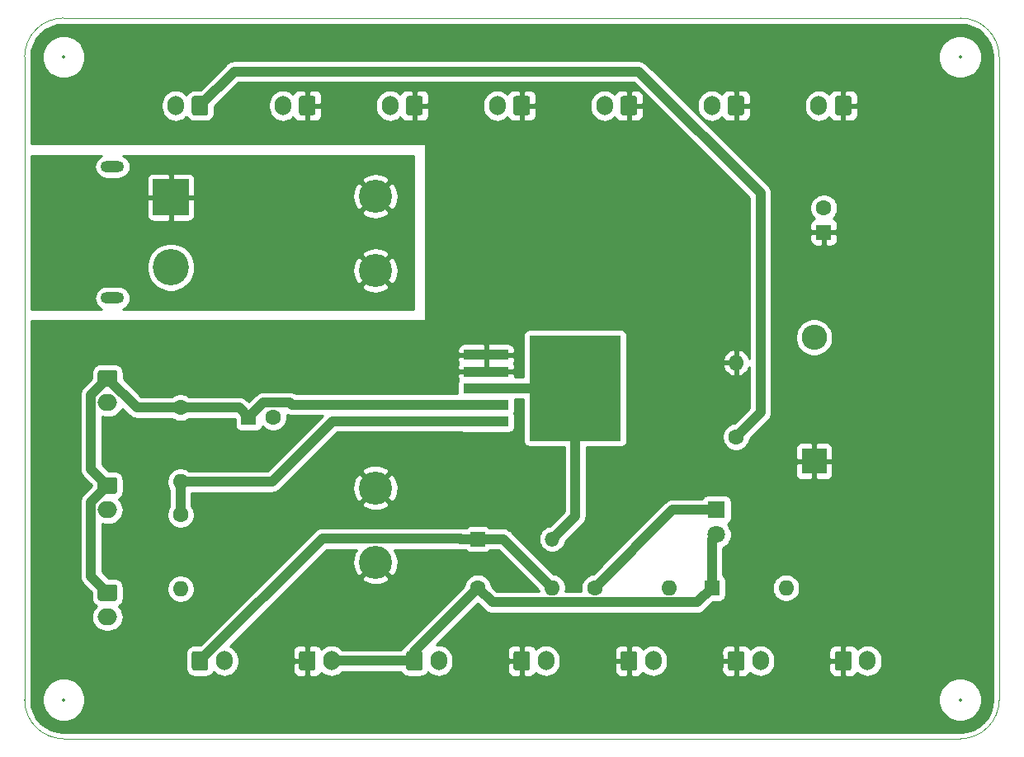
<source format=gbr>
%TF.GenerationSoftware,KiCad,Pcbnew,(5.1.12)-1*%
%TF.CreationDate,2022-03-31T16:19:30+09:00*%
%TF.ProjectId,NHK2022_Power_Supply,4e484b32-3032-4325-9f50-6f7765725f53,rev?*%
%TF.SameCoordinates,PX42c1d80PY8583b00*%
%TF.FileFunction,Copper,L1,Top*%
%TF.FilePolarity,Positive*%
%FSLAX46Y46*%
G04 Gerber Fmt 4.6, Leading zero omitted, Abs format (unit mm)*
G04 Created by KiCad (PCBNEW (5.1.12)-1) date 2022-03-31 16:19:30*
%MOMM*%
%LPD*%
G01*
G04 APERTURE LIST*
%TA.AperFunction,Profile*%
%ADD10C,0.050000*%
%TD*%
%TA.AperFunction,ComponentPad*%
%ADD11R,2.600000X2.600000*%
%TD*%
%TA.AperFunction,ComponentPad*%
%ADD12O,2.600000X2.600000*%
%TD*%
%TA.AperFunction,ComponentPad*%
%ADD13R,1.500000X1.500000*%
%TD*%
%TA.AperFunction,ComponentPad*%
%ADD14O,1.500000X1.500000*%
%TD*%
%TA.AperFunction,ComponentPad*%
%ADD15R,1.800000X1.800000*%
%TD*%
%TA.AperFunction,ComponentPad*%
%ADD16C,1.800000*%
%TD*%
%TA.AperFunction,ComponentPad*%
%ADD17R,1.600000X1.600000*%
%TD*%
%TA.AperFunction,ComponentPad*%
%ADD18O,1.600000X1.600000*%
%TD*%
%TA.AperFunction,ComponentPad*%
%ADD19C,3.400000*%
%TD*%
%TA.AperFunction,ComponentPad*%
%ADD20C,3.716000*%
%TD*%
%TA.AperFunction,ComponentPad*%
%ADD21R,3.716000X3.716000*%
%TD*%
%TA.AperFunction,ComponentPad*%
%ADD22O,2.400000X1.200000*%
%TD*%
%TA.AperFunction,ComponentPad*%
%ADD23O,1.700000X2.000000*%
%TD*%
%TA.AperFunction,ComponentPad*%
%ADD24O,2.000000X1.700000*%
%TD*%
%TA.AperFunction,ComponentPad*%
%ADD25C,1.600000*%
%TD*%
%TA.AperFunction,SMDPad,CuDef*%
%ADD26R,4.600000X1.100000*%
%TD*%
%TA.AperFunction,SMDPad,CuDef*%
%ADD27R,9.400000X10.800000*%
%TD*%
%TA.AperFunction,Conductor*%
%ADD28C,1.000000*%
%TD*%
%TA.AperFunction,Conductor*%
%ADD29C,0.254000*%
%TD*%
%TA.AperFunction,Conductor*%
%ADD30C,0.100000*%
%TD*%
%ADD31C,0.350000*%
%ADD32O,1.700000X1.000000*%
%ADD33O,1.700000X0.600000*%
G04 APERTURE END LIST*
D10*
X70000000Y-70000000D02*
X70000000Y-134000000D01*
X170000000Y-70000000D02*
X170000000Y-136000000D01*
X74000000Y-66000000D02*
X166000000Y-66000000D01*
X74000000Y-140000000D02*
X166000000Y-140000000D01*
X70000000Y-134000000D02*
X70000000Y-136000000D01*
X166000000Y-66000000D02*
G75*
G02*
X170000000Y-70000000I0J-4000000D01*
G01*
X70000000Y-70000000D02*
G75*
G02*
X74000000Y-66000000I4000000J0D01*
G01*
X170000000Y-136000000D02*
G75*
G02*
X166000000Y-140000000I-4000000J0D01*
G01*
X74000000Y-140000000D02*
G75*
G02*
X70000000Y-136000000I0J4000000D01*
G01*
D11*
%TO.P,D1,1*%
%TO.N,VCC*%
X151000000Y-111500000D03*
D12*
%TO.P,D1,2*%
%TO.N,GND*%
X151000000Y-98800000D03*
%TD*%
D13*
%TO.P,D2,1*%
%TO.N,Net-(D2-Pad1)*%
X116500000Y-119500000D03*
D14*
%TO.P,D2,2*%
%TO.N,GND*%
X124120000Y-119500000D03*
%TD*%
D15*
%TO.P,D3,1*%
%TO.N,Net-(D3-Pad1)*%
X141000000Y-116500000D03*
D16*
%TO.P,D3,2*%
%TO.N,Net-(D3-Pad2)*%
X141000000Y-119040000D03*
%TD*%
D17*
%TO.P,D4,1*%
%TO.N,Net-(D3-Pad2)*%
X140500000Y-124500000D03*
D18*
%TO.P,D4,2*%
%TO.N,GND*%
X148120000Y-124500000D03*
%TD*%
D19*
%TO.P,F1,1*%
%TO.N,+BATT*%
X106000000Y-84300000D03*
X106000000Y-91920000D03*
%TO.P,F1,2*%
%TO.N,VCC*%
X106000000Y-114240000D03*
X106000000Y-121860000D03*
%TD*%
D20*
%TO.P,Power_Supply,2*%
%TO.N,GND*%
X85000000Y-91600000D03*
D21*
%TO.P,Power_Supply,1*%
%TO.N,+BATT*%
X85000000Y-84400000D03*
D22*
%TO.P,Power_Supply,S2*%
%TO.N,N/C*%
X79000000Y-94750000D03*
%TO.P,Power_Supply,S1*%
X79000000Y-81250000D03*
%TD*%
D23*
%TO.P,LED,2*%
%TO.N,GND*%
X85500000Y-75000000D03*
%TO.P,LED,1*%
%TO.N,Net-(J2-Pad1)*%
%TA.AperFunction,ComponentPad*%
G36*
G01*
X88850000Y-74250000D02*
X88850000Y-75750000D01*
G75*
G02*
X88600000Y-76000000I-250000J0D01*
G01*
X87400000Y-76000000D01*
G75*
G02*
X87150000Y-75750000I0J250000D01*
G01*
X87150000Y-74250000D01*
G75*
G02*
X87400000Y-74000000I250000J0D01*
G01*
X88600000Y-74000000D01*
G75*
G02*
X88850000Y-74250000I0J-250000D01*
G01*
G37*
%TD.AperFunction*%
%TD*%
%TO.P,MiCon1,1*%
%TO.N,Net-(C2-Pad1)*%
%TA.AperFunction,ComponentPad*%
G36*
G01*
X77750000Y-102150000D02*
X79250000Y-102150000D01*
G75*
G02*
X79500000Y-102400000I0J-250000D01*
G01*
X79500000Y-103600000D01*
G75*
G02*
X79250000Y-103850000I-250000J0D01*
G01*
X77750000Y-103850000D01*
G75*
G02*
X77500000Y-103600000I0J250000D01*
G01*
X77500000Y-102400000D01*
G75*
G02*
X77750000Y-102150000I250000J0D01*
G01*
G37*
%TD.AperFunction*%
D24*
%TO.P,MiCon1,2*%
%TO.N,GND*%
X78500000Y-105500000D03*
%TD*%
%TO.P,MiCon2,2*%
%TO.N,GND*%
X78500000Y-116500000D03*
%TO.P,MiCon2,1*%
%TO.N,Net-(C2-Pad1)*%
%TA.AperFunction,ComponentPad*%
G36*
G01*
X77750000Y-113150000D02*
X79250000Y-113150000D01*
G75*
G02*
X79500000Y-113400000I0J-250000D01*
G01*
X79500000Y-114600000D01*
G75*
G02*
X79250000Y-114850000I-250000J0D01*
G01*
X77750000Y-114850000D01*
G75*
G02*
X77500000Y-114600000I0J250000D01*
G01*
X77500000Y-113400000D01*
G75*
G02*
X77750000Y-113150000I250000J0D01*
G01*
G37*
%TD.AperFunction*%
%TD*%
%TO.P,MiCon3,1*%
%TO.N,Net-(C2-Pad1)*%
%TA.AperFunction,ComponentPad*%
G36*
G01*
X77750000Y-124150000D02*
X79250000Y-124150000D01*
G75*
G02*
X79500000Y-124400000I0J-250000D01*
G01*
X79500000Y-125600000D01*
G75*
G02*
X79250000Y-125850000I-250000J0D01*
G01*
X77750000Y-125850000D01*
G75*
G02*
X77500000Y-125600000I0J250000D01*
G01*
X77500000Y-124400000D01*
G75*
G02*
X77750000Y-124150000I250000J0D01*
G01*
G37*
%TD.AperFunction*%
%TO.P,MiCon3,2*%
%TO.N,GND*%
X78500000Y-127500000D03*
%TD*%
%TO.P,Conn,1*%
%TO.N,Net-(D2-Pad1)*%
%TA.AperFunction,ComponentPad*%
G36*
G01*
X87150000Y-132750000D02*
X87150000Y-131250000D01*
G75*
G02*
X87400000Y-131000000I250000J0D01*
G01*
X88600000Y-131000000D01*
G75*
G02*
X88850000Y-131250000I0J-250000D01*
G01*
X88850000Y-132750000D01*
G75*
G02*
X88600000Y-133000000I-250000J0D01*
G01*
X87400000Y-133000000D01*
G75*
G02*
X87150000Y-132750000I0J250000D01*
G01*
G37*
%TD.AperFunction*%
D23*
%TO.P,Conn,2*%
%TO.N,GND*%
X90500000Y-132000000D03*
%TD*%
%TO.P,Switch,1*%
%TO.N,VCC*%
%TA.AperFunction,ComponentPad*%
G36*
G01*
X98150000Y-132750000D02*
X98150000Y-131250000D01*
G75*
G02*
X98400000Y-131000000I250000J0D01*
G01*
X99600000Y-131000000D01*
G75*
G02*
X99850000Y-131250000I0J-250000D01*
G01*
X99850000Y-132750000D01*
G75*
G02*
X99600000Y-133000000I-250000J0D01*
G01*
X98400000Y-133000000D01*
G75*
G02*
X98150000Y-132750000I0J250000D01*
G01*
G37*
%TD.AperFunction*%
%TO.P,Switch,2*%
%TO.N,Net-(D3-Pad2)*%
X101500000Y-132000000D03*
%TD*%
%TO.P,Coil,2*%
%TO.N,GND*%
X112500000Y-132000000D03*
%TO.P,Coil,1*%
%TO.N,Net-(D3-Pad2)*%
%TA.AperFunction,ComponentPad*%
G36*
G01*
X109150000Y-132750000D02*
X109150000Y-131250000D01*
G75*
G02*
X109400000Y-131000000I250000J0D01*
G01*
X110600000Y-131000000D01*
G75*
G02*
X110850000Y-131250000I0J-250000D01*
G01*
X110850000Y-132750000D01*
G75*
G02*
X110600000Y-133000000I-250000J0D01*
G01*
X109400000Y-133000000D01*
G75*
G02*
X109150000Y-132750000I0J250000D01*
G01*
G37*
%TD.AperFunction*%
%TD*%
%TO.P,12v_1,1*%
%TO.N,VCC*%
%TA.AperFunction,ComponentPad*%
G36*
G01*
X99850000Y-74250000D02*
X99850000Y-75750000D01*
G75*
G02*
X99600000Y-76000000I-250000J0D01*
G01*
X98400000Y-76000000D01*
G75*
G02*
X98150000Y-75750000I0J250000D01*
G01*
X98150000Y-74250000D01*
G75*
G02*
X98400000Y-74000000I250000J0D01*
G01*
X99600000Y-74000000D01*
G75*
G02*
X99850000Y-74250000I0J-250000D01*
G01*
G37*
%TD.AperFunction*%
%TO.P,12v_1,2*%
%TO.N,GND*%
X96500000Y-75000000D03*
%TD*%
%TO.P,12v_2,2*%
%TO.N,GND*%
X107500000Y-75000000D03*
%TO.P,12v_2,1*%
%TO.N,VCC*%
%TA.AperFunction,ComponentPad*%
G36*
G01*
X110850000Y-74250000D02*
X110850000Y-75750000D01*
G75*
G02*
X110600000Y-76000000I-250000J0D01*
G01*
X109400000Y-76000000D01*
G75*
G02*
X109150000Y-75750000I0J250000D01*
G01*
X109150000Y-74250000D01*
G75*
G02*
X109400000Y-74000000I250000J0D01*
G01*
X110600000Y-74000000D01*
G75*
G02*
X110850000Y-74250000I0J-250000D01*
G01*
G37*
%TD.AperFunction*%
%TD*%
%TO.P,12v_3,1*%
%TO.N,VCC*%
%TA.AperFunction,ComponentPad*%
G36*
G01*
X121850000Y-74250000D02*
X121850000Y-75750000D01*
G75*
G02*
X121600000Y-76000000I-250000J0D01*
G01*
X120400000Y-76000000D01*
G75*
G02*
X120150000Y-75750000I0J250000D01*
G01*
X120150000Y-74250000D01*
G75*
G02*
X120400000Y-74000000I250000J0D01*
G01*
X121600000Y-74000000D01*
G75*
G02*
X121850000Y-74250000I0J-250000D01*
G01*
G37*
%TD.AperFunction*%
%TO.P,12v_3,2*%
%TO.N,GND*%
X118500000Y-75000000D03*
%TD*%
%TO.P,12v_4,2*%
%TO.N,GND*%
X129500000Y-75000000D03*
%TO.P,12v_4,1*%
%TO.N,VCC*%
%TA.AperFunction,ComponentPad*%
G36*
G01*
X132850000Y-74250000D02*
X132850000Y-75750000D01*
G75*
G02*
X132600000Y-76000000I-250000J0D01*
G01*
X131400000Y-76000000D01*
G75*
G02*
X131150000Y-75750000I0J250000D01*
G01*
X131150000Y-74250000D01*
G75*
G02*
X131400000Y-74000000I250000J0D01*
G01*
X132600000Y-74000000D01*
G75*
G02*
X132850000Y-74250000I0J-250000D01*
G01*
G37*
%TD.AperFunction*%
%TD*%
%TO.P,12v_5,1*%
%TO.N,VCC*%
%TA.AperFunction,ComponentPad*%
G36*
G01*
X143850000Y-74250000D02*
X143850000Y-75750000D01*
G75*
G02*
X143600000Y-76000000I-250000J0D01*
G01*
X142400000Y-76000000D01*
G75*
G02*
X142150000Y-75750000I0J250000D01*
G01*
X142150000Y-74250000D01*
G75*
G02*
X142400000Y-74000000I250000J0D01*
G01*
X143600000Y-74000000D01*
G75*
G02*
X143850000Y-74250000I0J-250000D01*
G01*
G37*
%TD.AperFunction*%
%TO.P,12v_5,2*%
%TO.N,GND*%
X140500000Y-75000000D03*
%TD*%
%TO.P,12v_6,2*%
%TO.N,GND*%
X151500000Y-75000000D03*
%TO.P,12v_6,1*%
%TO.N,VCC*%
%TA.AperFunction,ComponentPad*%
G36*
G01*
X154850000Y-74250000D02*
X154850000Y-75750000D01*
G75*
G02*
X154600000Y-76000000I-250000J0D01*
G01*
X153400000Y-76000000D01*
G75*
G02*
X153150000Y-75750000I0J250000D01*
G01*
X153150000Y-74250000D01*
G75*
G02*
X153400000Y-74000000I250000J0D01*
G01*
X154600000Y-74000000D01*
G75*
G02*
X154850000Y-74250000I0J-250000D01*
G01*
G37*
%TD.AperFunction*%
%TD*%
%TO.P,12v_7,2*%
%TO.N,GND*%
X156500000Y-132000000D03*
%TO.P,12v_7,1*%
%TO.N,VCC*%
%TA.AperFunction,ComponentPad*%
G36*
G01*
X153150000Y-132750000D02*
X153150000Y-131250000D01*
G75*
G02*
X153400000Y-131000000I250000J0D01*
G01*
X154600000Y-131000000D01*
G75*
G02*
X154850000Y-131250000I0J-250000D01*
G01*
X154850000Y-132750000D01*
G75*
G02*
X154600000Y-133000000I-250000J0D01*
G01*
X153400000Y-133000000D01*
G75*
G02*
X153150000Y-132750000I0J250000D01*
G01*
G37*
%TD.AperFunction*%
%TD*%
%TO.P,12v_8,1*%
%TO.N,VCC*%
%TA.AperFunction,ComponentPad*%
G36*
G01*
X142150000Y-132750000D02*
X142150000Y-131250000D01*
G75*
G02*
X142400000Y-131000000I250000J0D01*
G01*
X143600000Y-131000000D01*
G75*
G02*
X143850000Y-131250000I0J-250000D01*
G01*
X143850000Y-132750000D01*
G75*
G02*
X143600000Y-133000000I-250000J0D01*
G01*
X142400000Y-133000000D01*
G75*
G02*
X142150000Y-132750000I0J250000D01*
G01*
G37*
%TD.AperFunction*%
%TO.P,12v_8,2*%
%TO.N,GND*%
X145500000Y-132000000D03*
%TD*%
%TO.P,12v_9,2*%
%TO.N,GND*%
X134500000Y-132000000D03*
%TO.P,12v_9,1*%
%TO.N,VCC*%
%TA.AperFunction,ComponentPad*%
G36*
G01*
X131150000Y-132750000D02*
X131150000Y-131250000D01*
G75*
G02*
X131400000Y-131000000I250000J0D01*
G01*
X132600000Y-131000000D01*
G75*
G02*
X132850000Y-131250000I0J-250000D01*
G01*
X132850000Y-132750000D01*
G75*
G02*
X132600000Y-133000000I-250000J0D01*
G01*
X131400000Y-133000000D01*
G75*
G02*
X131150000Y-132750000I0J250000D01*
G01*
G37*
%TD.AperFunction*%
%TD*%
%TO.P,12v_10,1*%
%TO.N,VCC*%
%TA.AperFunction,ComponentPad*%
G36*
G01*
X120150000Y-132750000D02*
X120150000Y-131250000D01*
G75*
G02*
X120400000Y-131000000I250000J0D01*
G01*
X121600000Y-131000000D01*
G75*
G02*
X121850000Y-131250000I0J-250000D01*
G01*
X121850000Y-132750000D01*
G75*
G02*
X121600000Y-133000000I-250000J0D01*
G01*
X120400000Y-133000000D01*
G75*
G02*
X120150000Y-132750000I0J250000D01*
G01*
G37*
%TD.AperFunction*%
%TO.P,12v_10,2*%
%TO.N,GND*%
X123500000Y-132000000D03*
%TD*%
D18*
%TO.P,R1,2*%
%TO.N,Net-(R1-Pad2)*%
X86000000Y-113620000D03*
D25*
%TO.P,R1,1*%
%TO.N,Net-(C2-Pad1)*%
X86000000Y-106000000D03*
%TD*%
%TO.P,R2,1*%
%TO.N,Net-(R1-Pad2)*%
X86000000Y-117000000D03*
D18*
%TO.P,R2,2*%
%TO.N,GND*%
X86000000Y-124620000D03*
%TD*%
D25*
%TO.P,R3,1*%
%TO.N,Net-(J2-Pad1)*%
X143000000Y-109000000D03*
D18*
%TO.P,R3,2*%
%TO.N,VCC*%
X143000000Y-101380000D03*
%TD*%
%TO.P,R4,2*%
%TO.N,Net-(D2-Pad1)*%
X124120000Y-124500000D03*
D25*
%TO.P,R4,1*%
%TO.N,Net-(D3-Pad2)*%
X116500000Y-124500000D03*
%TD*%
%TO.P,R5,1*%
%TO.N,Net-(D3-Pad1)*%
X128500000Y-124500000D03*
D18*
%TO.P,R5,2*%
%TO.N,GND*%
X136120000Y-124500000D03*
%TD*%
D26*
%TO.P,U1,1*%
%TO.N,VCC*%
X117350000Y-100600000D03*
%TO.P,U1,2*%
X117350000Y-102300000D03*
%TO.P,U1,3*%
%TO.N,GND*%
X117350000Y-104000000D03*
%TO.P,U1,4*%
%TO.N,Net-(C2-Pad1)*%
X117350000Y-105700000D03*
%TO.P,U1,5*%
%TO.N,Net-(R1-Pad2)*%
X117350000Y-107400000D03*
D27*
%TO.P,U1,3*%
%TO.N,GND*%
X126500000Y-104000000D03*
%TD*%
D17*
%TO.P,C1,1*%
%TO.N,VCC*%
X152000000Y-88000000D03*
D25*
%TO.P,C1,2*%
%TO.N,GND*%
X152000000Y-85500000D03*
%TD*%
%TO.P,C2,2*%
%TO.N,GND*%
X95500000Y-107000000D03*
D17*
%TO.P,C2,1*%
%TO.N,Net-(C2-Pad1)*%
X93000000Y-107000000D03*
%TD*%
D28*
%TO.N,GND*%
X117350000Y-104000000D02*
X126500000Y-104000000D01*
X126500000Y-117120000D02*
X124120000Y-119500000D01*
X126500000Y-104000000D02*
X126500000Y-117120000D01*
%TO.N,Net-(D3-Pad1)*%
X136500000Y-116500000D02*
X128500000Y-124500000D01*
X141000000Y-116500000D02*
X136500000Y-116500000D01*
%TO.N,Net-(J2-Pad1)*%
X144500001Y-107499999D02*
X143000000Y-109000000D01*
X145500000Y-84000000D02*
X145500000Y-106500000D01*
X133000000Y-71500000D02*
X145500000Y-84000000D01*
X91500000Y-71500000D02*
X133000000Y-71500000D01*
X145500000Y-106500000D02*
X144500001Y-107499999D01*
X88000000Y-75000000D02*
X91500000Y-71500000D01*
%TO.N,Net-(C2-Pad1)*%
X76799990Y-123299990D02*
X78500000Y-125000000D01*
X78500000Y-114000000D02*
X76799990Y-115700010D01*
X92000000Y-106000000D02*
X93000000Y-107000000D01*
X86000000Y-106000000D02*
X92000000Y-106000000D01*
X94500001Y-105499999D02*
X93000000Y-107000000D01*
X97420002Y-105700000D02*
X97220001Y-105499999D01*
X97220001Y-105499999D02*
X94500001Y-105499999D01*
X113700000Y-105700000D02*
X117350000Y-105700000D01*
X97420002Y-105700000D02*
X113700000Y-105700000D01*
X81500000Y-106000000D02*
X78500000Y-103000000D01*
X86000000Y-106000000D02*
X81500000Y-106000000D01*
X76799990Y-112299990D02*
X78500000Y-114000000D01*
X76799990Y-104700010D02*
X76799990Y-112299990D01*
X78500000Y-103000000D02*
X76799990Y-104700010D01*
X76799990Y-115700010D02*
X76799990Y-123299990D01*
%TO.N,Net-(D2-Pad1)*%
X119120000Y-119500000D02*
X124120000Y-124500000D01*
X116500000Y-119500000D02*
X119120000Y-119500000D01*
X116500000Y-119500000D02*
X114750000Y-119500000D01*
X100540001Y-119459999D02*
X88000000Y-132000000D01*
X114709999Y-119459999D02*
X100540001Y-119459999D01*
X114750000Y-119500000D02*
X114709999Y-119459999D01*
%TO.N,Net-(D3-Pad2)*%
X140500000Y-119540000D02*
X141000000Y-119040000D01*
X140500000Y-124500000D02*
X140500000Y-119540000D01*
X110000000Y-131000000D02*
X110000000Y-132000000D01*
X116500000Y-124500000D02*
X110000000Y-131000000D01*
X110000000Y-132000000D02*
X101500000Y-132000000D01*
X138999999Y-126000001D02*
X140500000Y-124500000D01*
X118000001Y-126000001D02*
X138999999Y-126000001D01*
X116500000Y-124500000D02*
X118000001Y-126000001D01*
%TO.N,Net-(R1-Pad2)*%
X95380000Y-113620000D02*
X86000000Y-113620000D01*
X101600000Y-107400000D02*
X95380000Y-113620000D01*
X117350000Y-107400000D02*
X101600000Y-107400000D01*
X86000000Y-113620000D02*
X86000000Y-117000000D01*
%TD*%
D29*
%TO.N,VCC*%
X166648126Y-66726714D02*
X167271572Y-66914943D01*
X167846579Y-67220681D01*
X168351247Y-67632279D01*
X168766362Y-68134067D01*
X169076105Y-68706924D01*
X169268682Y-69329039D01*
X169340000Y-70007584D01*
X169340001Y-135967711D01*
X169273286Y-136648126D01*
X169085057Y-137271570D01*
X168779323Y-137846573D01*
X168367721Y-138351248D01*
X167865933Y-138766362D01*
X167293077Y-139076104D01*
X166670961Y-139268682D01*
X165992417Y-139340000D01*
X74032279Y-139340000D01*
X73351874Y-139273286D01*
X72728430Y-139085057D01*
X72153427Y-138779323D01*
X71648752Y-138367721D01*
X71233638Y-137865933D01*
X70923896Y-137293077D01*
X70731318Y-136670961D01*
X70660000Y-135992417D01*
X70660000Y-135779872D01*
X71765000Y-135779872D01*
X71765000Y-136220128D01*
X71850890Y-136651925D01*
X72019369Y-137058669D01*
X72263962Y-137424729D01*
X72575271Y-137736038D01*
X72941331Y-137980631D01*
X73348075Y-138149110D01*
X73779872Y-138235000D01*
X74220128Y-138235000D01*
X74651925Y-138149110D01*
X75058669Y-137980631D01*
X75424729Y-137736038D01*
X75736038Y-137424729D01*
X75980631Y-137058669D01*
X76149110Y-136651925D01*
X76235000Y-136220128D01*
X76235000Y-135779872D01*
X163765000Y-135779872D01*
X163765000Y-136220128D01*
X163850890Y-136651925D01*
X164019369Y-137058669D01*
X164263962Y-137424729D01*
X164575271Y-137736038D01*
X164941331Y-137980631D01*
X165348075Y-138149110D01*
X165779872Y-138235000D01*
X166220128Y-138235000D01*
X166651925Y-138149110D01*
X167058669Y-137980631D01*
X167424729Y-137736038D01*
X167736038Y-137424729D01*
X167980631Y-137058669D01*
X168149110Y-136651925D01*
X168235000Y-136220128D01*
X168235000Y-135779872D01*
X168149110Y-135348075D01*
X167980631Y-134941331D01*
X167736038Y-134575271D01*
X167424729Y-134263962D01*
X167058669Y-134019369D01*
X166651925Y-133850890D01*
X166220128Y-133765000D01*
X165779872Y-133765000D01*
X165348075Y-133850890D01*
X164941331Y-134019369D01*
X164575271Y-134263962D01*
X164263962Y-134575271D01*
X164019369Y-134941331D01*
X163850890Y-135348075D01*
X163765000Y-135779872D01*
X76235000Y-135779872D01*
X76149110Y-135348075D01*
X75980631Y-134941331D01*
X75736038Y-134575271D01*
X75424729Y-134263962D01*
X75058669Y-134019369D01*
X74651925Y-133850890D01*
X74220128Y-133765000D01*
X73779872Y-133765000D01*
X73348075Y-133850890D01*
X72941331Y-134019369D01*
X72575271Y-134263962D01*
X72263962Y-134575271D01*
X72019369Y-134941331D01*
X71850890Y-135348075D01*
X71765000Y-135779872D01*
X70660000Y-135779872D01*
X70660000Y-131250000D01*
X86511928Y-131250000D01*
X86511928Y-132750000D01*
X86528992Y-132923254D01*
X86579528Y-133089850D01*
X86661595Y-133243386D01*
X86772038Y-133377962D01*
X86906614Y-133488405D01*
X87060150Y-133570472D01*
X87226746Y-133621008D01*
X87400000Y-133638072D01*
X88600000Y-133638072D01*
X88773254Y-133621008D01*
X88939850Y-133570472D01*
X89093386Y-133488405D01*
X89227962Y-133377962D01*
X89338405Y-133243386D01*
X89392777Y-133141663D01*
X89444866Y-133205134D01*
X89670987Y-133390706D01*
X89928967Y-133528599D01*
X90208890Y-133613513D01*
X90500000Y-133642185D01*
X90791111Y-133613513D01*
X91071034Y-133528599D01*
X91329014Y-133390706D01*
X91555134Y-133205134D01*
X91723483Y-133000000D01*
X97511928Y-133000000D01*
X97524188Y-133124482D01*
X97560498Y-133244180D01*
X97619463Y-133354494D01*
X97698815Y-133451185D01*
X97795506Y-133530537D01*
X97905820Y-133589502D01*
X98025518Y-133625812D01*
X98150000Y-133638072D01*
X98714250Y-133635000D01*
X98873000Y-133476250D01*
X98873000Y-132127000D01*
X97673750Y-132127000D01*
X97515000Y-132285750D01*
X97511928Y-133000000D01*
X91723483Y-133000000D01*
X91740706Y-132979014D01*
X91878599Y-132721033D01*
X91963513Y-132441110D01*
X91985000Y-132222949D01*
X91985000Y-131777050D01*
X91963513Y-131558889D01*
X91878599Y-131278966D01*
X91740706Y-131020986D01*
X91723484Y-131000000D01*
X97511928Y-131000000D01*
X97515000Y-131714250D01*
X97673750Y-131873000D01*
X98873000Y-131873000D01*
X98873000Y-130523750D01*
X98714250Y-130365000D01*
X98150000Y-130361928D01*
X98025518Y-130374188D01*
X97905820Y-130410498D01*
X97795506Y-130469463D01*
X97698815Y-130548815D01*
X97619463Y-130645506D01*
X97560498Y-130755820D01*
X97524188Y-130875518D01*
X97511928Y-131000000D01*
X91723484Y-131000000D01*
X91555134Y-130794866D01*
X91329013Y-130609294D01*
X91111891Y-130493240D01*
X98111108Y-123494023D01*
X104545582Y-123494023D01*
X104725648Y-123830060D01*
X105134474Y-124040820D01*
X105576562Y-124167772D01*
X106034922Y-124206037D01*
X106491940Y-124154146D01*
X106930053Y-124014092D01*
X107274352Y-123830060D01*
X107454418Y-123494023D01*
X106000000Y-122039605D01*
X104545582Y-123494023D01*
X98111108Y-123494023D01*
X101010133Y-120594999D01*
X104025119Y-120594999D01*
X103819180Y-120994474D01*
X103692228Y-121436562D01*
X103653963Y-121894922D01*
X103705854Y-122351940D01*
X103845908Y-122790053D01*
X104029940Y-123134352D01*
X104365977Y-123314418D01*
X105820395Y-121860000D01*
X105806253Y-121845858D01*
X105985858Y-121666253D01*
X106000000Y-121680395D01*
X106014143Y-121666253D01*
X106193748Y-121845858D01*
X106179605Y-121860000D01*
X107634023Y-123314418D01*
X107970060Y-123134352D01*
X108180820Y-122725526D01*
X108307772Y-122283438D01*
X108346037Y-121825078D01*
X108294146Y-121368060D01*
X108154092Y-120929947D01*
X107975058Y-120594999D01*
X114449775Y-120594999D01*
X114527501Y-120618577D01*
X114694248Y-120635000D01*
X114694249Y-120635000D01*
X114750000Y-120640491D01*
X114805751Y-120635000D01*
X115244499Y-120635000D01*
X115298815Y-120701185D01*
X115395506Y-120780537D01*
X115505820Y-120839502D01*
X115625518Y-120875812D01*
X115750000Y-120888072D01*
X117250000Y-120888072D01*
X117374482Y-120875812D01*
X117494180Y-120839502D01*
X117604494Y-120780537D01*
X117701185Y-120701185D01*
X117755501Y-120635000D01*
X118649869Y-120635000D01*
X122692150Y-124677282D01*
X122729491Y-124865001D01*
X118470133Y-124865001D01*
X117927850Y-124322718D01*
X117879853Y-124081426D01*
X117771680Y-123820273D01*
X117614637Y-123585241D01*
X117414759Y-123385363D01*
X117179727Y-123228320D01*
X116918574Y-123120147D01*
X116641335Y-123065000D01*
X116358665Y-123065000D01*
X116081426Y-123120147D01*
X115820273Y-123228320D01*
X115585241Y-123385363D01*
X115385363Y-123585241D01*
X115228320Y-123820273D01*
X115120147Y-124081426D01*
X115072150Y-124322718D01*
X109236865Y-130158004D01*
X109193551Y-130193551D01*
X109051716Y-130366377D01*
X109001087Y-130461098D01*
X108906614Y-130511595D01*
X108772038Y-130622038D01*
X108661595Y-130756614D01*
X108603661Y-130865000D01*
X102612692Y-130865000D01*
X102555134Y-130794866D01*
X102329013Y-130609294D01*
X102071033Y-130471401D01*
X101791110Y-130386487D01*
X101500000Y-130357815D01*
X101208889Y-130386487D01*
X100928966Y-130471401D01*
X100670986Y-130609294D01*
X100450055Y-130790608D01*
X100439502Y-130755820D01*
X100380537Y-130645506D01*
X100301185Y-130548815D01*
X100204494Y-130469463D01*
X100094180Y-130410498D01*
X99974482Y-130374188D01*
X99850000Y-130361928D01*
X99285750Y-130365000D01*
X99127000Y-130523750D01*
X99127000Y-131873000D01*
X99147000Y-131873000D01*
X99147000Y-132127000D01*
X99127000Y-132127000D01*
X99127000Y-133476250D01*
X99285750Y-133635000D01*
X99850000Y-133638072D01*
X99974482Y-133625812D01*
X100094180Y-133589502D01*
X100204494Y-133530537D01*
X100301185Y-133451185D01*
X100380537Y-133354494D01*
X100439502Y-133244180D01*
X100450055Y-133209392D01*
X100670987Y-133390706D01*
X100928967Y-133528599D01*
X101208890Y-133613513D01*
X101500000Y-133642185D01*
X101791111Y-133613513D01*
X102071034Y-133528599D01*
X102329014Y-133390706D01*
X102555134Y-133205134D01*
X102612692Y-133135000D01*
X108603661Y-133135000D01*
X108661595Y-133243386D01*
X108772038Y-133377962D01*
X108906614Y-133488405D01*
X109060150Y-133570472D01*
X109226746Y-133621008D01*
X109400000Y-133638072D01*
X110600000Y-133638072D01*
X110773254Y-133621008D01*
X110939850Y-133570472D01*
X111093386Y-133488405D01*
X111227962Y-133377962D01*
X111338405Y-133243386D01*
X111392777Y-133141663D01*
X111444866Y-133205134D01*
X111670987Y-133390706D01*
X111928967Y-133528599D01*
X112208890Y-133613513D01*
X112500000Y-133642185D01*
X112791111Y-133613513D01*
X113071034Y-133528599D01*
X113329014Y-133390706D01*
X113555134Y-133205134D01*
X113723483Y-133000000D01*
X119511928Y-133000000D01*
X119524188Y-133124482D01*
X119560498Y-133244180D01*
X119619463Y-133354494D01*
X119698815Y-133451185D01*
X119795506Y-133530537D01*
X119905820Y-133589502D01*
X120025518Y-133625812D01*
X120150000Y-133638072D01*
X120714250Y-133635000D01*
X120873000Y-133476250D01*
X120873000Y-132127000D01*
X119673750Y-132127000D01*
X119515000Y-132285750D01*
X119511928Y-133000000D01*
X113723483Y-133000000D01*
X113740706Y-132979014D01*
X113878599Y-132721033D01*
X113963513Y-132441110D01*
X113985000Y-132222949D01*
X113985000Y-131777050D01*
X113963513Y-131558889D01*
X113878599Y-131278966D01*
X113740706Y-131020986D01*
X113723484Y-131000000D01*
X119511928Y-131000000D01*
X119515000Y-131714250D01*
X119673750Y-131873000D01*
X120873000Y-131873000D01*
X120873000Y-130523750D01*
X121127000Y-130523750D01*
X121127000Y-131873000D01*
X121147000Y-131873000D01*
X121147000Y-132127000D01*
X121127000Y-132127000D01*
X121127000Y-133476250D01*
X121285750Y-133635000D01*
X121850000Y-133638072D01*
X121974482Y-133625812D01*
X122094180Y-133589502D01*
X122204494Y-133530537D01*
X122301185Y-133451185D01*
X122380537Y-133354494D01*
X122439502Y-133244180D01*
X122450055Y-133209392D01*
X122670987Y-133390706D01*
X122928967Y-133528599D01*
X123208890Y-133613513D01*
X123500000Y-133642185D01*
X123791111Y-133613513D01*
X124071034Y-133528599D01*
X124329014Y-133390706D01*
X124555134Y-133205134D01*
X124723483Y-133000000D01*
X130511928Y-133000000D01*
X130524188Y-133124482D01*
X130560498Y-133244180D01*
X130619463Y-133354494D01*
X130698815Y-133451185D01*
X130795506Y-133530537D01*
X130905820Y-133589502D01*
X131025518Y-133625812D01*
X131150000Y-133638072D01*
X131714250Y-133635000D01*
X131873000Y-133476250D01*
X131873000Y-132127000D01*
X130673750Y-132127000D01*
X130515000Y-132285750D01*
X130511928Y-133000000D01*
X124723483Y-133000000D01*
X124740706Y-132979014D01*
X124878599Y-132721033D01*
X124963513Y-132441110D01*
X124985000Y-132222949D01*
X124985000Y-131777050D01*
X124963513Y-131558889D01*
X124878599Y-131278966D01*
X124740706Y-131020986D01*
X124723484Y-131000000D01*
X130511928Y-131000000D01*
X130515000Y-131714250D01*
X130673750Y-131873000D01*
X131873000Y-131873000D01*
X131873000Y-130523750D01*
X132127000Y-130523750D01*
X132127000Y-131873000D01*
X132147000Y-131873000D01*
X132147000Y-132127000D01*
X132127000Y-132127000D01*
X132127000Y-133476250D01*
X132285750Y-133635000D01*
X132850000Y-133638072D01*
X132974482Y-133625812D01*
X133094180Y-133589502D01*
X133204494Y-133530537D01*
X133301185Y-133451185D01*
X133380537Y-133354494D01*
X133439502Y-133244180D01*
X133450055Y-133209392D01*
X133670987Y-133390706D01*
X133928967Y-133528599D01*
X134208890Y-133613513D01*
X134500000Y-133642185D01*
X134791111Y-133613513D01*
X135071034Y-133528599D01*
X135329014Y-133390706D01*
X135555134Y-133205134D01*
X135723483Y-133000000D01*
X141511928Y-133000000D01*
X141524188Y-133124482D01*
X141560498Y-133244180D01*
X141619463Y-133354494D01*
X141698815Y-133451185D01*
X141795506Y-133530537D01*
X141905820Y-133589502D01*
X142025518Y-133625812D01*
X142150000Y-133638072D01*
X142714250Y-133635000D01*
X142873000Y-133476250D01*
X142873000Y-132127000D01*
X141673750Y-132127000D01*
X141515000Y-132285750D01*
X141511928Y-133000000D01*
X135723483Y-133000000D01*
X135740706Y-132979014D01*
X135878599Y-132721033D01*
X135963513Y-132441110D01*
X135985000Y-132222949D01*
X135985000Y-131777050D01*
X135963513Y-131558889D01*
X135878599Y-131278966D01*
X135740706Y-131020986D01*
X135723484Y-131000000D01*
X141511928Y-131000000D01*
X141515000Y-131714250D01*
X141673750Y-131873000D01*
X142873000Y-131873000D01*
X142873000Y-130523750D01*
X143127000Y-130523750D01*
X143127000Y-131873000D01*
X143147000Y-131873000D01*
X143147000Y-132127000D01*
X143127000Y-132127000D01*
X143127000Y-133476250D01*
X143285750Y-133635000D01*
X143850000Y-133638072D01*
X143974482Y-133625812D01*
X144094180Y-133589502D01*
X144204494Y-133530537D01*
X144301185Y-133451185D01*
X144380537Y-133354494D01*
X144439502Y-133244180D01*
X144450055Y-133209392D01*
X144670987Y-133390706D01*
X144928967Y-133528599D01*
X145208890Y-133613513D01*
X145500000Y-133642185D01*
X145791111Y-133613513D01*
X146071034Y-133528599D01*
X146329014Y-133390706D01*
X146555134Y-133205134D01*
X146723483Y-133000000D01*
X152511928Y-133000000D01*
X152524188Y-133124482D01*
X152560498Y-133244180D01*
X152619463Y-133354494D01*
X152698815Y-133451185D01*
X152795506Y-133530537D01*
X152905820Y-133589502D01*
X153025518Y-133625812D01*
X153150000Y-133638072D01*
X153714250Y-133635000D01*
X153873000Y-133476250D01*
X153873000Y-132127000D01*
X152673750Y-132127000D01*
X152515000Y-132285750D01*
X152511928Y-133000000D01*
X146723483Y-133000000D01*
X146740706Y-132979014D01*
X146878599Y-132721033D01*
X146963513Y-132441110D01*
X146985000Y-132222949D01*
X146985000Y-131777050D01*
X146963513Y-131558889D01*
X146878599Y-131278966D01*
X146740706Y-131020986D01*
X146723484Y-131000000D01*
X152511928Y-131000000D01*
X152515000Y-131714250D01*
X152673750Y-131873000D01*
X153873000Y-131873000D01*
X153873000Y-130523750D01*
X154127000Y-130523750D01*
X154127000Y-131873000D01*
X154147000Y-131873000D01*
X154147000Y-132127000D01*
X154127000Y-132127000D01*
X154127000Y-133476250D01*
X154285750Y-133635000D01*
X154850000Y-133638072D01*
X154974482Y-133625812D01*
X155094180Y-133589502D01*
X155204494Y-133530537D01*
X155301185Y-133451185D01*
X155380537Y-133354494D01*
X155439502Y-133244180D01*
X155450055Y-133209392D01*
X155670987Y-133390706D01*
X155928967Y-133528599D01*
X156208890Y-133613513D01*
X156500000Y-133642185D01*
X156791111Y-133613513D01*
X157071034Y-133528599D01*
X157329014Y-133390706D01*
X157555134Y-133205134D01*
X157740706Y-132979014D01*
X157878599Y-132721033D01*
X157963513Y-132441110D01*
X157985000Y-132222949D01*
X157985000Y-131777050D01*
X157963513Y-131558889D01*
X157878599Y-131278966D01*
X157740706Y-131020986D01*
X157555134Y-130794866D01*
X157329013Y-130609294D01*
X157071033Y-130471401D01*
X156791110Y-130386487D01*
X156500000Y-130357815D01*
X156208889Y-130386487D01*
X155928966Y-130471401D01*
X155670986Y-130609294D01*
X155450055Y-130790608D01*
X155439502Y-130755820D01*
X155380537Y-130645506D01*
X155301185Y-130548815D01*
X155204494Y-130469463D01*
X155094180Y-130410498D01*
X154974482Y-130374188D01*
X154850000Y-130361928D01*
X154285750Y-130365000D01*
X154127000Y-130523750D01*
X153873000Y-130523750D01*
X153714250Y-130365000D01*
X153150000Y-130361928D01*
X153025518Y-130374188D01*
X152905820Y-130410498D01*
X152795506Y-130469463D01*
X152698815Y-130548815D01*
X152619463Y-130645506D01*
X152560498Y-130755820D01*
X152524188Y-130875518D01*
X152511928Y-131000000D01*
X146723484Y-131000000D01*
X146555134Y-130794866D01*
X146329013Y-130609294D01*
X146071033Y-130471401D01*
X145791110Y-130386487D01*
X145500000Y-130357815D01*
X145208889Y-130386487D01*
X144928966Y-130471401D01*
X144670986Y-130609294D01*
X144450055Y-130790608D01*
X144439502Y-130755820D01*
X144380537Y-130645506D01*
X144301185Y-130548815D01*
X144204494Y-130469463D01*
X144094180Y-130410498D01*
X143974482Y-130374188D01*
X143850000Y-130361928D01*
X143285750Y-130365000D01*
X143127000Y-130523750D01*
X142873000Y-130523750D01*
X142714250Y-130365000D01*
X142150000Y-130361928D01*
X142025518Y-130374188D01*
X141905820Y-130410498D01*
X141795506Y-130469463D01*
X141698815Y-130548815D01*
X141619463Y-130645506D01*
X141560498Y-130755820D01*
X141524188Y-130875518D01*
X141511928Y-131000000D01*
X135723484Y-131000000D01*
X135555134Y-130794866D01*
X135329013Y-130609294D01*
X135071033Y-130471401D01*
X134791110Y-130386487D01*
X134500000Y-130357815D01*
X134208889Y-130386487D01*
X133928966Y-130471401D01*
X133670986Y-130609294D01*
X133450055Y-130790608D01*
X133439502Y-130755820D01*
X133380537Y-130645506D01*
X133301185Y-130548815D01*
X133204494Y-130469463D01*
X133094180Y-130410498D01*
X132974482Y-130374188D01*
X132850000Y-130361928D01*
X132285750Y-130365000D01*
X132127000Y-130523750D01*
X131873000Y-130523750D01*
X131714250Y-130365000D01*
X131150000Y-130361928D01*
X131025518Y-130374188D01*
X130905820Y-130410498D01*
X130795506Y-130469463D01*
X130698815Y-130548815D01*
X130619463Y-130645506D01*
X130560498Y-130755820D01*
X130524188Y-130875518D01*
X130511928Y-131000000D01*
X124723484Y-131000000D01*
X124555134Y-130794866D01*
X124329013Y-130609294D01*
X124071033Y-130471401D01*
X123791110Y-130386487D01*
X123500000Y-130357815D01*
X123208889Y-130386487D01*
X122928966Y-130471401D01*
X122670986Y-130609294D01*
X122450055Y-130790608D01*
X122439502Y-130755820D01*
X122380537Y-130645506D01*
X122301185Y-130548815D01*
X122204494Y-130469463D01*
X122094180Y-130410498D01*
X121974482Y-130374188D01*
X121850000Y-130361928D01*
X121285750Y-130365000D01*
X121127000Y-130523750D01*
X120873000Y-130523750D01*
X120714250Y-130365000D01*
X120150000Y-130361928D01*
X120025518Y-130374188D01*
X119905820Y-130410498D01*
X119795506Y-130469463D01*
X119698815Y-130548815D01*
X119619463Y-130645506D01*
X119560498Y-130755820D01*
X119524188Y-130875518D01*
X119511928Y-131000000D01*
X113723484Y-131000000D01*
X113555134Y-130794866D01*
X113329013Y-130609294D01*
X113071033Y-130471401D01*
X112791110Y-130386487D01*
X112500000Y-130357815D01*
X112219710Y-130385421D01*
X116500000Y-126105132D01*
X117158009Y-126763141D01*
X117193552Y-126806450D01*
X117342838Y-126928966D01*
X117366378Y-126948285D01*
X117563554Y-127053677D01*
X117777502Y-127118578D01*
X118000001Y-127140492D01*
X118055753Y-127135001D01*
X138944248Y-127135001D01*
X138999999Y-127140492D01*
X139055750Y-127135001D01*
X139055751Y-127135001D01*
X139222498Y-127118578D01*
X139436446Y-127053677D01*
X139633622Y-126948285D01*
X139806448Y-126806450D01*
X139841995Y-126763136D01*
X140667060Y-125938072D01*
X141300000Y-125938072D01*
X141424482Y-125925812D01*
X141544180Y-125889502D01*
X141654494Y-125830537D01*
X141751185Y-125751185D01*
X141830537Y-125654494D01*
X141889502Y-125544180D01*
X141925812Y-125424482D01*
X141938072Y-125300000D01*
X141938072Y-124358665D01*
X146685000Y-124358665D01*
X146685000Y-124641335D01*
X146740147Y-124918574D01*
X146848320Y-125179727D01*
X147005363Y-125414759D01*
X147205241Y-125614637D01*
X147440273Y-125771680D01*
X147701426Y-125879853D01*
X147978665Y-125935000D01*
X148261335Y-125935000D01*
X148538574Y-125879853D01*
X148799727Y-125771680D01*
X149034759Y-125614637D01*
X149234637Y-125414759D01*
X149391680Y-125179727D01*
X149499853Y-124918574D01*
X149555000Y-124641335D01*
X149555000Y-124358665D01*
X149499853Y-124081426D01*
X149391680Y-123820273D01*
X149234637Y-123585241D01*
X149034759Y-123385363D01*
X148799727Y-123228320D01*
X148538574Y-123120147D01*
X148261335Y-123065000D01*
X147978665Y-123065000D01*
X147701426Y-123120147D01*
X147440273Y-123228320D01*
X147205241Y-123385363D01*
X147005363Y-123585241D01*
X146848320Y-123820273D01*
X146740147Y-124081426D01*
X146685000Y-124358665D01*
X141938072Y-124358665D01*
X141938072Y-123700000D01*
X141925812Y-123575518D01*
X141889502Y-123455820D01*
X141830537Y-123345506D01*
X141751185Y-123248815D01*
X141654494Y-123169463D01*
X141635000Y-123159043D01*
X141635000Y-120438446D01*
X141727095Y-120400299D01*
X141978505Y-120232312D01*
X142192312Y-120018505D01*
X142360299Y-119767095D01*
X142476011Y-119487743D01*
X142535000Y-119191184D01*
X142535000Y-118888816D01*
X142476011Y-118592257D01*
X142360299Y-118312905D01*
X142192312Y-118061495D01*
X142125873Y-117995056D01*
X142144180Y-117989502D01*
X142254494Y-117930537D01*
X142351185Y-117851185D01*
X142430537Y-117754494D01*
X142489502Y-117644180D01*
X142525812Y-117524482D01*
X142538072Y-117400000D01*
X142538072Y-115600000D01*
X142525812Y-115475518D01*
X142489502Y-115355820D01*
X142430537Y-115245506D01*
X142351185Y-115148815D01*
X142254494Y-115069463D01*
X142144180Y-115010498D01*
X142024482Y-114974188D01*
X141900000Y-114961928D01*
X140100000Y-114961928D01*
X139975518Y-114974188D01*
X139855820Y-115010498D01*
X139745506Y-115069463D01*
X139648815Y-115148815D01*
X139569463Y-115245506D01*
X139510498Y-115355820D01*
X139507713Y-115365000D01*
X136555741Y-115365000D01*
X136499999Y-115359510D01*
X136444257Y-115365000D01*
X136444248Y-115365000D01*
X136277501Y-115381423D01*
X136063553Y-115446324D01*
X135866377Y-115551716D01*
X135693551Y-115693551D01*
X135658009Y-115736859D01*
X128322719Y-123072150D01*
X128081426Y-123120147D01*
X127820273Y-123228320D01*
X127585241Y-123385363D01*
X127385363Y-123585241D01*
X127228320Y-123820273D01*
X127120147Y-124081426D01*
X127065000Y-124358665D01*
X127065000Y-124641335D01*
X127109491Y-124865001D01*
X125510509Y-124865001D01*
X125555000Y-124641335D01*
X125555000Y-124358665D01*
X125499853Y-124081426D01*
X125391680Y-123820273D01*
X125234637Y-123585241D01*
X125034759Y-123385363D01*
X124799727Y-123228320D01*
X124538574Y-123120147D01*
X124297282Y-123072150D01*
X119961996Y-118736865D01*
X119926449Y-118693551D01*
X119753623Y-118551716D01*
X119556447Y-118446324D01*
X119342499Y-118381423D01*
X119175752Y-118365000D01*
X119175751Y-118365000D01*
X119120000Y-118359509D01*
X119064249Y-118365000D01*
X117755501Y-118365000D01*
X117701185Y-118298815D01*
X117604494Y-118219463D01*
X117494180Y-118160498D01*
X117374482Y-118124188D01*
X117250000Y-118111928D01*
X115750000Y-118111928D01*
X115625518Y-118124188D01*
X115505820Y-118160498D01*
X115395506Y-118219463D01*
X115298815Y-118298815D01*
X115244499Y-118365000D01*
X115010224Y-118365000D01*
X114932498Y-118341422D01*
X114765751Y-118324999D01*
X114765750Y-118324999D01*
X114709999Y-118319508D01*
X114654248Y-118324999D01*
X100595742Y-118324999D01*
X100540000Y-118319509D01*
X100484258Y-118324999D01*
X100484249Y-118324999D01*
X100317502Y-118341422D01*
X100103554Y-118406323D01*
X99906378Y-118511715D01*
X99733552Y-118653550D01*
X99698010Y-118696858D01*
X88032941Y-130361928D01*
X87400000Y-130361928D01*
X87226746Y-130378992D01*
X87060150Y-130429528D01*
X86906614Y-130511595D01*
X86772038Y-130622038D01*
X86661595Y-130756614D01*
X86579528Y-130910150D01*
X86528992Y-131076746D01*
X86511928Y-131250000D01*
X70660000Y-131250000D01*
X70660000Y-104700010D01*
X75659499Y-104700010D01*
X75664990Y-104755762D01*
X75664991Y-112244229D01*
X75659499Y-112299990D01*
X75681413Y-112522488D01*
X75746314Y-112736436D01*
X75746315Y-112736437D01*
X75851707Y-112933613D01*
X75993542Y-113106439D01*
X76036850Y-113141981D01*
X76861928Y-113967060D01*
X76861928Y-114032940D01*
X76036855Y-114858014D01*
X75993541Y-114893561D01*
X75851706Y-115066387D01*
X75755966Y-115245506D01*
X75746314Y-115263564D01*
X75681413Y-115477512D01*
X75659499Y-115700010D01*
X75664990Y-115755762D01*
X75664991Y-123244229D01*
X75659499Y-123299990D01*
X75681413Y-123522488D01*
X75746314Y-123736436D01*
X75746539Y-123736857D01*
X75851707Y-123933613D01*
X75993542Y-124106439D01*
X76036850Y-124141981D01*
X76861928Y-124967060D01*
X76861928Y-125600000D01*
X76878992Y-125773254D01*
X76929528Y-125939850D01*
X77011595Y-126093386D01*
X77122038Y-126227962D01*
X77256614Y-126338405D01*
X77358337Y-126392777D01*
X77294866Y-126444866D01*
X77109294Y-126670986D01*
X76971401Y-126928966D01*
X76886487Y-127208889D01*
X76857815Y-127500000D01*
X76886487Y-127791111D01*
X76971401Y-128071034D01*
X77109294Y-128329014D01*
X77294866Y-128555134D01*
X77520986Y-128740706D01*
X77778966Y-128878599D01*
X78058889Y-128963513D01*
X78277050Y-128985000D01*
X78722950Y-128985000D01*
X78941111Y-128963513D01*
X79221034Y-128878599D01*
X79479014Y-128740706D01*
X79705134Y-128555134D01*
X79890706Y-128329014D01*
X80028599Y-128071034D01*
X80113513Y-127791111D01*
X80142185Y-127500000D01*
X80113513Y-127208889D01*
X80028599Y-126928966D01*
X79890706Y-126670986D01*
X79705134Y-126444866D01*
X79641663Y-126392777D01*
X79743386Y-126338405D01*
X79877962Y-126227962D01*
X79988405Y-126093386D01*
X80070472Y-125939850D01*
X80121008Y-125773254D01*
X80138072Y-125600000D01*
X80138072Y-124478665D01*
X84565000Y-124478665D01*
X84565000Y-124761335D01*
X84620147Y-125038574D01*
X84728320Y-125299727D01*
X84885363Y-125534759D01*
X85085241Y-125734637D01*
X85320273Y-125891680D01*
X85581426Y-125999853D01*
X85858665Y-126055000D01*
X86141335Y-126055000D01*
X86418574Y-125999853D01*
X86679727Y-125891680D01*
X86914759Y-125734637D01*
X87114637Y-125534759D01*
X87271680Y-125299727D01*
X87379853Y-125038574D01*
X87435000Y-124761335D01*
X87435000Y-124478665D01*
X87379853Y-124201426D01*
X87271680Y-123940273D01*
X87114637Y-123705241D01*
X86914759Y-123505363D01*
X86679727Y-123348320D01*
X86418574Y-123240147D01*
X86141335Y-123185000D01*
X85858665Y-123185000D01*
X85581426Y-123240147D01*
X85320273Y-123348320D01*
X85085241Y-123505363D01*
X84885363Y-123705241D01*
X84728320Y-123940273D01*
X84620147Y-124201426D01*
X84565000Y-124478665D01*
X80138072Y-124478665D01*
X80138072Y-124400000D01*
X80121008Y-124226746D01*
X80070472Y-124060150D01*
X79988405Y-123906614D01*
X79877962Y-123772038D01*
X79743386Y-123661595D01*
X79589850Y-123579528D01*
X79423254Y-123528992D01*
X79250000Y-123511928D01*
X78617060Y-123511928D01*
X77934990Y-122829859D01*
X77934990Y-117925929D01*
X78058889Y-117963513D01*
X78277050Y-117985000D01*
X78722950Y-117985000D01*
X78941111Y-117963513D01*
X79221034Y-117878599D01*
X79479014Y-117740706D01*
X79705134Y-117555134D01*
X79890706Y-117329014D01*
X80028599Y-117071034D01*
X80113513Y-116791111D01*
X80142185Y-116500000D01*
X80113513Y-116208889D01*
X80028599Y-115928966D01*
X79890706Y-115670986D01*
X79705134Y-115444866D01*
X79641663Y-115392777D01*
X79743386Y-115338405D01*
X79877962Y-115227962D01*
X79988405Y-115093386D01*
X80070472Y-114939850D01*
X80121008Y-114773254D01*
X80138072Y-114600000D01*
X80138072Y-113400000D01*
X80121008Y-113226746D01*
X80070472Y-113060150D01*
X79988405Y-112906614D01*
X79877962Y-112772038D01*
X79743386Y-112661595D01*
X79589850Y-112579528D01*
X79423254Y-112528992D01*
X79250000Y-112511928D01*
X78617060Y-112511928D01*
X77934990Y-111829859D01*
X77934990Y-106925929D01*
X78058889Y-106963513D01*
X78277050Y-106985000D01*
X78722950Y-106985000D01*
X78941111Y-106963513D01*
X79221034Y-106878599D01*
X79479014Y-106740706D01*
X79705134Y-106555134D01*
X79890706Y-106329014D01*
X80006760Y-106111892D01*
X80658013Y-106763146D01*
X80693551Y-106806449D01*
X80736854Y-106841987D01*
X80736856Y-106841989D01*
X80866377Y-106948284D01*
X81063553Y-107053676D01*
X81277501Y-107118577D01*
X81500000Y-107140491D01*
X81555752Y-107135000D01*
X85115716Y-107135000D01*
X85320273Y-107271680D01*
X85581426Y-107379853D01*
X85858665Y-107435000D01*
X86141335Y-107435000D01*
X86418574Y-107379853D01*
X86679727Y-107271680D01*
X86884284Y-107135000D01*
X91529868Y-107135000D01*
X91561928Y-107167060D01*
X91561928Y-107800000D01*
X91574188Y-107924482D01*
X91610498Y-108044180D01*
X91669463Y-108154494D01*
X91748815Y-108251185D01*
X91845506Y-108330537D01*
X91955820Y-108389502D01*
X92075518Y-108425812D01*
X92200000Y-108438072D01*
X93800000Y-108438072D01*
X93924482Y-108425812D01*
X94044180Y-108389502D01*
X94154494Y-108330537D01*
X94251185Y-108251185D01*
X94330537Y-108154494D01*
X94389502Y-108044180D01*
X94418661Y-107948057D01*
X94585241Y-108114637D01*
X94820273Y-108271680D01*
X95081426Y-108379853D01*
X95358665Y-108435000D01*
X95641335Y-108435000D01*
X95918574Y-108379853D01*
X96179727Y-108271680D01*
X96414759Y-108114637D01*
X96614637Y-107914759D01*
X96771680Y-107679727D01*
X96879853Y-107418574D01*
X96935000Y-107141335D01*
X96935000Y-106858665D01*
X96905855Y-106712145D01*
X96983555Y-106753676D01*
X97197503Y-106818577D01*
X97420001Y-106840491D01*
X97475753Y-106835000D01*
X100559868Y-106835000D01*
X94909869Y-112485000D01*
X86884284Y-112485000D01*
X86679727Y-112348320D01*
X86418574Y-112240147D01*
X86141335Y-112185000D01*
X85858665Y-112185000D01*
X85581426Y-112240147D01*
X85320273Y-112348320D01*
X85085241Y-112505363D01*
X84885363Y-112705241D01*
X84728320Y-112940273D01*
X84620147Y-113201426D01*
X84565000Y-113478665D01*
X84565000Y-113761335D01*
X84620147Y-114038574D01*
X84728320Y-114299727D01*
X84865000Y-114504284D01*
X84865001Y-116115715D01*
X84728320Y-116320273D01*
X84620147Y-116581426D01*
X84565000Y-116858665D01*
X84565000Y-117141335D01*
X84620147Y-117418574D01*
X84728320Y-117679727D01*
X84885363Y-117914759D01*
X85085241Y-118114637D01*
X85320273Y-118271680D01*
X85581426Y-118379853D01*
X85858665Y-118435000D01*
X86141335Y-118435000D01*
X86418574Y-118379853D01*
X86679727Y-118271680D01*
X86914759Y-118114637D01*
X87114637Y-117914759D01*
X87271680Y-117679727D01*
X87379853Y-117418574D01*
X87435000Y-117141335D01*
X87435000Y-116858665D01*
X87379853Y-116581426D01*
X87271680Y-116320273D01*
X87135000Y-116115716D01*
X87135000Y-115874023D01*
X104545582Y-115874023D01*
X104725648Y-116210060D01*
X105134474Y-116420820D01*
X105576562Y-116547772D01*
X106034922Y-116586037D01*
X106491940Y-116534146D01*
X106930053Y-116394092D01*
X107274352Y-116210060D01*
X107454418Y-115874023D01*
X106000000Y-114419605D01*
X104545582Y-115874023D01*
X87135000Y-115874023D01*
X87135000Y-114755000D01*
X95324249Y-114755000D01*
X95380000Y-114760491D01*
X95435751Y-114755000D01*
X95435752Y-114755000D01*
X95602499Y-114738577D01*
X95816447Y-114673676D01*
X96013623Y-114568284D01*
X96186449Y-114426449D01*
X96221996Y-114383135D01*
X96330209Y-114274922D01*
X103653963Y-114274922D01*
X103705854Y-114731940D01*
X103845908Y-115170053D01*
X104029940Y-115514352D01*
X104365977Y-115694418D01*
X105820395Y-114240000D01*
X106179605Y-114240000D01*
X107634023Y-115694418D01*
X107970060Y-115514352D01*
X108180820Y-115105526D01*
X108307772Y-114663438D01*
X108346037Y-114205078D01*
X108294146Y-113748060D01*
X108154092Y-113309947D01*
X107970060Y-112965648D01*
X107634023Y-112785582D01*
X106179605Y-114240000D01*
X105820395Y-114240000D01*
X104365977Y-112785582D01*
X104029940Y-112965648D01*
X103819180Y-113374474D01*
X103692228Y-113816562D01*
X103653963Y-114274922D01*
X96330209Y-114274922D01*
X97999154Y-112605977D01*
X104545582Y-112605977D01*
X106000000Y-114060395D01*
X107454418Y-112605977D01*
X107274352Y-112269940D01*
X106865526Y-112059180D01*
X106423438Y-111932228D01*
X105965078Y-111893963D01*
X105508060Y-111945854D01*
X105069947Y-112085908D01*
X104725648Y-112269940D01*
X104545582Y-112605977D01*
X97999154Y-112605977D01*
X102070132Y-108535000D01*
X114797397Y-108535000D01*
X114805820Y-108539502D01*
X114925518Y-108575812D01*
X115050000Y-108588072D01*
X119650000Y-108588072D01*
X119774482Y-108575812D01*
X119894180Y-108539502D01*
X120004494Y-108480537D01*
X120101185Y-108401185D01*
X120180537Y-108304494D01*
X120239502Y-108194180D01*
X120275812Y-108074482D01*
X120288072Y-107950000D01*
X120288072Y-106850000D01*
X120275812Y-106725518D01*
X120239502Y-106605820D01*
X120209665Y-106550000D01*
X120239502Y-106494180D01*
X120275812Y-106374482D01*
X120288072Y-106250000D01*
X120288072Y-105150000D01*
X120286595Y-105135000D01*
X121161928Y-105135000D01*
X121161928Y-109400000D01*
X121174188Y-109524482D01*
X121210498Y-109644180D01*
X121269463Y-109754494D01*
X121348815Y-109851185D01*
X121445506Y-109930537D01*
X121555820Y-109989502D01*
X121675518Y-110025812D01*
X121800000Y-110038072D01*
X125365000Y-110038072D01*
X125365001Y-116649867D01*
X123879081Y-118135788D01*
X123716011Y-118168225D01*
X123463957Y-118272629D01*
X123237114Y-118424201D01*
X123044201Y-118617114D01*
X122892629Y-118843957D01*
X122788225Y-119096011D01*
X122735000Y-119363589D01*
X122735000Y-119636411D01*
X122788225Y-119903989D01*
X122892629Y-120156043D01*
X123044201Y-120382886D01*
X123237114Y-120575799D01*
X123463957Y-120727371D01*
X123716011Y-120831775D01*
X123983589Y-120885000D01*
X124256411Y-120885000D01*
X124523989Y-120831775D01*
X124776043Y-120727371D01*
X125002886Y-120575799D01*
X125195799Y-120382886D01*
X125347371Y-120156043D01*
X125451775Y-119903989D01*
X125484212Y-119740919D01*
X127263141Y-117961991D01*
X127306449Y-117926449D01*
X127448284Y-117753623D01*
X127553676Y-117556447D01*
X127618577Y-117342499D01*
X127635000Y-117175752D01*
X127635000Y-117175743D01*
X127640490Y-117120001D01*
X127635000Y-117064259D01*
X127635000Y-112800000D01*
X149061928Y-112800000D01*
X149074188Y-112924482D01*
X149110498Y-113044180D01*
X149169463Y-113154494D01*
X149248815Y-113251185D01*
X149345506Y-113330537D01*
X149455820Y-113389502D01*
X149575518Y-113425812D01*
X149700000Y-113438072D01*
X150714250Y-113435000D01*
X150873000Y-113276250D01*
X150873000Y-111627000D01*
X151127000Y-111627000D01*
X151127000Y-113276250D01*
X151285750Y-113435000D01*
X152300000Y-113438072D01*
X152424482Y-113425812D01*
X152544180Y-113389502D01*
X152654494Y-113330537D01*
X152751185Y-113251185D01*
X152830537Y-113154494D01*
X152889502Y-113044180D01*
X152925812Y-112924482D01*
X152938072Y-112800000D01*
X152935000Y-111785750D01*
X152776250Y-111627000D01*
X151127000Y-111627000D01*
X150873000Y-111627000D01*
X149223750Y-111627000D01*
X149065000Y-111785750D01*
X149061928Y-112800000D01*
X127635000Y-112800000D01*
X127635000Y-110038072D01*
X131200000Y-110038072D01*
X131324482Y-110025812D01*
X131444180Y-109989502D01*
X131554494Y-109930537D01*
X131651185Y-109851185D01*
X131730537Y-109754494D01*
X131789502Y-109644180D01*
X131825812Y-109524482D01*
X131838072Y-109400000D01*
X131838072Y-101729040D01*
X141608091Y-101729040D01*
X141702930Y-101993881D01*
X141847615Y-102235131D01*
X142036586Y-102443519D01*
X142262580Y-102611037D01*
X142516913Y-102731246D01*
X142650961Y-102771904D01*
X142873000Y-102649915D01*
X142873000Y-101507000D01*
X141729376Y-101507000D01*
X141608091Y-101729040D01*
X131838072Y-101729040D01*
X131838072Y-101030960D01*
X141608091Y-101030960D01*
X141729376Y-101253000D01*
X142873000Y-101253000D01*
X142873000Y-100110085D01*
X142650961Y-99988096D01*
X142516913Y-100028754D01*
X142262580Y-100148963D01*
X142036586Y-100316481D01*
X141847615Y-100524869D01*
X141702930Y-100766119D01*
X141608091Y-101030960D01*
X131838072Y-101030960D01*
X131838072Y-98600000D01*
X131825812Y-98475518D01*
X131789502Y-98355820D01*
X131730537Y-98245506D01*
X131651185Y-98148815D01*
X131554494Y-98069463D01*
X131444180Y-98010498D01*
X131324482Y-97974188D01*
X131200000Y-97961928D01*
X121800000Y-97961928D01*
X121675518Y-97974188D01*
X121555820Y-98010498D01*
X121445506Y-98069463D01*
X121348815Y-98148815D01*
X121269463Y-98245506D01*
X121210498Y-98355820D01*
X121174188Y-98475518D01*
X121161928Y-98600000D01*
X121161928Y-102865000D01*
X120286595Y-102865000D01*
X120288072Y-102850000D01*
X120285000Y-102585750D01*
X120126250Y-102427000D01*
X117477000Y-102427000D01*
X117477000Y-102447000D01*
X117223000Y-102447000D01*
X117223000Y-102427000D01*
X114573750Y-102427000D01*
X114415000Y-102585750D01*
X114411928Y-102850000D01*
X114424188Y-102974482D01*
X114460498Y-103094180D01*
X114490335Y-103150000D01*
X114460498Y-103205820D01*
X114424188Y-103325518D01*
X114411928Y-103450000D01*
X114411928Y-104550000D01*
X114413405Y-104565000D01*
X97869812Y-104565000D01*
X97853624Y-104551715D01*
X97656448Y-104446323D01*
X97442500Y-104381422D01*
X97275753Y-104364999D01*
X97275752Y-104364999D01*
X97220001Y-104359508D01*
X97164250Y-104364999D01*
X94555753Y-104364999D01*
X94500001Y-104359508D01*
X94444249Y-104364999D01*
X94277502Y-104381422D01*
X94063554Y-104446323D01*
X93866378Y-104551715D01*
X93693552Y-104693550D01*
X93658009Y-104736859D01*
X93000000Y-105394869D01*
X92841995Y-105236864D01*
X92806449Y-105193551D01*
X92633623Y-105051716D01*
X92436447Y-104946324D01*
X92222499Y-104881423D01*
X92055752Y-104865000D01*
X92055751Y-104865000D01*
X92000000Y-104859509D01*
X91944249Y-104865000D01*
X86884284Y-104865000D01*
X86679727Y-104728320D01*
X86418574Y-104620147D01*
X86141335Y-104565000D01*
X85858665Y-104565000D01*
X85581426Y-104620147D01*
X85320273Y-104728320D01*
X85115716Y-104865000D01*
X81970133Y-104865000D01*
X80138072Y-103032940D01*
X80138072Y-102400000D01*
X80121008Y-102226746D01*
X80070472Y-102060150D01*
X79988405Y-101906614D01*
X79877962Y-101772038D01*
X79743386Y-101661595D01*
X79589850Y-101579528D01*
X79423254Y-101528992D01*
X79250000Y-101511928D01*
X77750000Y-101511928D01*
X77576746Y-101528992D01*
X77410150Y-101579528D01*
X77256614Y-101661595D01*
X77122038Y-101772038D01*
X77011595Y-101906614D01*
X76929528Y-102060150D01*
X76878992Y-102226746D01*
X76861928Y-102400000D01*
X76861928Y-103032940D01*
X76036855Y-103858014D01*
X75993541Y-103893561D01*
X75851706Y-104066387D01*
X75748596Y-104259294D01*
X75746314Y-104263564D01*
X75681413Y-104477512D01*
X75659499Y-104700010D01*
X70660000Y-104700010D01*
X70660000Y-101150000D01*
X114411928Y-101150000D01*
X114424188Y-101274482D01*
X114460498Y-101394180D01*
X114490335Y-101450000D01*
X114460498Y-101505820D01*
X114424188Y-101625518D01*
X114411928Y-101750000D01*
X114415000Y-102014250D01*
X114573750Y-102173000D01*
X117223000Y-102173000D01*
X117223000Y-100727000D01*
X117477000Y-100727000D01*
X117477000Y-102173000D01*
X120126250Y-102173000D01*
X120285000Y-102014250D01*
X120288072Y-101750000D01*
X120275812Y-101625518D01*
X120239502Y-101505820D01*
X120209665Y-101450000D01*
X120239502Y-101394180D01*
X120275812Y-101274482D01*
X120288072Y-101150000D01*
X120285000Y-100885750D01*
X120126250Y-100727000D01*
X117477000Y-100727000D01*
X117223000Y-100727000D01*
X114573750Y-100727000D01*
X114415000Y-100885750D01*
X114411928Y-101150000D01*
X70660000Y-101150000D01*
X70660000Y-100050000D01*
X114411928Y-100050000D01*
X114415000Y-100314250D01*
X114573750Y-100473000D01*
X117223000Y-100473000D01*
X117223000Y-99573750D01*
X117477000Y-99573750D01*
X117477000Y-100473000D01*
X120126250Y-100473000D01*
X120285000Y-100314250D01*
X120288072Y-100050000D01*
X120275812Y-99925518D01*
X120239502Y-99805820D01*
X120180537Y-99695506D01*
X120101185Y-99598815D01*
X120004494Y-99519463D01*
X119894180Y-99460498D01*
X119774482Y-99424188D01*
X119650000Y-99411928D01*
X117635750Y-99415000D01*
X117477000Y-99573750D01*
X117223000Y-99573750D01*
X117064250Y-99415000D01*
X115050000Y-99411928D01*
X114925518Y-99424188D01*
X114805820Y-99460498D01*
X114695506Y-99519463D01*
X114598815Y-99598815D01*
X114519463Y-99695506D01*
X114460498Y-99805820D01*
X114424188Y-99925518D01*
X114411928Y-100050000D01*
X70660000Y-100050000D01*
X70660000Y-97127000D01*
X111000000Y-97127000D01*
X111024776Y-97124560D01*
X111048601Y-97117333D01*
X111070557Y-97105597D01*
X111089803Y-97089803D01*
X111105597Y-97070557D01*
X111117333Y-97048601D01*
X111124560Y-97024776D01*
X111127000Y-97000000D01*
X111127000Y-79000000D01*
X111124560Y-78975224D01*
X111117333Y-78951399D01*
X111105597Y-78929443D01*
X111089803Y-78910197D01*
X111070557Y-78894403D01*
X111048601Y-78882667D01*
X111024776Y-78875440D01*
X111000000Y-78873000D01*
X70660000Y-78873000D01*
X70660000Y-74777050D01*
X84015000Y-74777050D01*
X84015000Y-75222949D01*
X84036487Y-75441110D01*
X84121401Y-75721033D01*
X84259294Y-75979013D01*
X84444866Y-76205134D01*
X84670986Y-76390706D01*
X84928966Y-76528599D01*
X85208889Y-76613513D01*
X85500000Y-76642185D01*
X85791110Y-76613513D01*
X86071033Y-76528599D01*
X86329013Y-76390706D01*
X86555134Y-76205134D01*
X86607223Y-76141663D01*
X86661595Y-76243386D01*
X86772038Y-76377962D01*
X86906614Y-76488405D01*
X87060150Y-76570472D01*
X87226746Y-76621008D01*
X87400000Y-76638072D01*
X88600000Y-76638072D01*
X88773254Y-76621008D01*
X88939850Y-76570472D01*
X89093386Y-76488405D01*
X89227962Y-76377962D01*
X89338405Y-76243386D01*
X89420472Y-76089850D01*
X89471008Y-75923254D01*
X89488072Y-75750000D01*
X89488072Y-75117059D01*
X89828081Y-74777050D01*
X95015000Y-74777050D01*
X95015000Y-75222949D01*
X95036487Y-75441110D01*
X95121401Y-75721033D01*
X95259294Y-75979013D01*
X95444866Y-76205134D01*
X95670986Y-76390706D01*
X95928966Y-76528599D01*
X96208889Y-76613513D01*
X96500000Y-76642185D01*
X96791110Y-76613513D01*
X97071033Y-76528599D01*
X97329013Y-76390706D01*
X97549945Y-76209392D01*
X97560498Y-76244180D01*
X97619463Y-76354494D01*
X97698815Y-76451185D01*
X97795506Y-76530537D01*
X97905820Y-76589502D01*
X98025518Y-76625812D01*
X98150000Y-76638072D01*
X98714250Y-76635000D01*
X98873000Y-76476250D01*
X98873000Y-75127000D01*
X99127000Y-75127000D01*
X99127000Y-76476250D01*
X99285750Y-76635000D01*
X99850000Y-76638072D01*
X99974482Y-76625812D01*
X100094180Y-76589502D01*
X100204494Y-76530537D01*
X100301185Y-76451185D01*
X100380537Y-76354494D01*
X100439502Y-76244180D01*
X100475812Y-76124482D01*
X100488072Y-76000000D01*
X100485000Y-75285750D01*
X100326250Y-75127000D01*
X99127000Y-75127000D01*
X98873000Y-75127000D01*
X98853000Y-75127000D01*
X98853000Y-74873000D01*
X98873000Y-74873000D01*
X98873000Y-73523750D01*
X99127000Y-73523750D01*
X99127000Y-74873000D01*
X100326250Y-74873000D01*
X100422200Y-74777050D01*
X106015000Y-74777050D01*
X106015000Y-75222949D01*
X106036487Y-75441110D01*
X106121401Y-75721033D01*
X106259294Y-75979013D01*
X106444866Y-76205134D01*
X106670986Y-76390706D01*
X106928966Y-76528599D01*
X107208889Y-76613513D01*
X107500000Y-76642185D01*
X107791110Y-76613513D01*
X108071033Y-76528599D01*
X108329013Y-76390706D01*
X108549945Y-76209392D01*
X108560498Y-76244180D01*
X108619463Y-76354494D01*
X108698815Y-76451185D01*
X108795506Y-76530537D01*
X108905820Y-76589502D01*
X109025518Y-76625812D01*
X109150000Y-76638072D01*
X109714250Y-76635000D01*
X109873000Y-76476250D01*
X109873000Y-75127000D01*
X110127000Y-75127000D01*
X110127000Y-76476250D01*
X110285750Y-76635000D01*
X110850000Y-76638072D01*
X110974482Y-76625812D01*
X111094180Y-76589502D01*
X111204494Y-76530537D01*
X111301185Y-76451185D01*
X111380537Y-76354494D01*
X111439502Y-76244180D01*
X111475812Y-76124482D01*
X111488072Y-76000000D01*
X111485000Y-75285750D01*
X111326250Y-75127000D01*
X110127000Y-75127000D01*
X109873000Y-75127000D01*
X109853000Y-75127000D01*
X109853000Y-74873000D01*
X109873000Y-74873000D01*
X109873000Y-73523750D01*
X110127000Y-73523750D01*
X110127000Y-74873000D01*
X111326250Y-74873000D01*
X111422200Y-74777050D01*
X117015000Y-74777050D01*
X117015000Y-75222949D01*
X117036487Y-75441110D01*
X117121401Y-75721033D01*
X117259294Y-75979013D01*
X117444866Y-76205134D01*
X117670986Y-76390706D01*
X117928966Y-76528599D01*
X118208889Y-76613513D01*
X118500000Y-76642185D01*
X118791110Y-76613513D01*
X119071033Y-76528599D01*
X119329013Y-76390706D01*
X119549945Y-76209392D01*
X119560498Y-76244180D01*
X119619463Y-76354494D01*
X119698815Y-76451185D01*
X119795506Y-76530537D01*
X119905820Y-76589502D01*
X120025518Y-76625812D01*
X120150000Y-76638072D01*
X120714250Y-76635000D01*
X120873000Y-76476250D01*
X120873000Y-75127000D01*
X121127000Y-75127000D01*
X121127000Y-76476250D01*
X121285750Y-76635000D01*
X121850000Y-76638072D01*
X121974482Y-76625812D01*
X122094180Y-76589502D01*
X122204494Y-76530537D01*
X122301185Y-76451185D01*
X122380537Y-76354494D01*
X122439502Y-76244180D01*
X122475812Y-76124482D01*
X122488072Y-76000000D01*
X122485000Y-75285750D01*
X122326250Y-75127000D01*
X121127000Y-75127000D01*
X120873000Y-75127000D01*
X120853000Y-75127000D01*
X120853000Y-74873000D01*
X120873000Y-74873000D01*
X120873000Y-73523750D01*
X121127000Y-73523750D01*
X121127000Y-74873000D01*
X122326250Y-74873000D01*
X122422200Y-74777050D01*
X128015000Y-74777050D01*
X128015000Y-75222949D01*
X128036487Y-75441110D01*
X128121401Y-75721033D01*
X128259294Y-75979013D01*
X128444866Y-76205134D01*
X128670986Y-76390706D01*
X128928966Y-76528599D01*
X129208889Y-76613513D01*
X129500000Y-76642185D01*
X129791110Y-76613513D01*
X130071033Y-76528599D01*
X130329013Y-76390706D01*
X130549945Y-76209392D01*
X130560498Y-76244180D01*
X130619463Y-76354494D01*
X130698815Y-76451185D01*
X130795506Y-76530537D01*
X130905820Y-76589502D01*
X131025518Y-76625812D01*
X131150000Y-76638072D01*
X131714250Y-76635000D01*
X131873000Y-76476250D01*
X131873000Y-75127000D01*
X132127000Y-75127000D01*
X132127000Y-76476250D01*
X132285750Y-76635000D01*
X132850000Y-76638072D01*
X132974482Y-76625812D01*
X133094180Y-76589502D01*
X133204494Y-76530537D01*
X133301185Y-76451185D01*
X133380537Y-76354494D01*
X133439502Y-76244180D01*
X133475812Y-76124482D01*
X133488072Y-76000000D01*
X133485000Y-75285750D01*
X133326250Y-75127000D01*
X132127000Y-75127000D01*
X131873000Y-75127000D01*
X131853000Y-75127000D01*
X131853000Y-74873000D01*
X131873000Y-74873000D01*
X131873000Y-73523750D01*
X132127000Y-73523750D01*
X132127000Y-74873000D01*
X133326250Y-74873000D01*
X133485000Y-74714250D01*
X133488072Y-74000000D01*
X133475812Y-73875518D01*
X133439502Y-73755820D01*
X133380537Y-73645506D01*
X133301185Y-73548815D01*
X133204494Y-73469463D01*
X133094180Y-73410498D01*
X132974482Y-73374188D01*
X132850000Y-73361928D01*
X132285750Y-73365000D01*
X132127000Y-73523750D01*
X131873000Y-73523750D01*
X131714250Y-73365000D01*
X131150000Y-73361928D01*
X131025518Y-73374188D01*
X130905820Y-73410498D01*
X130795506Y-73469463D01*
X130698815Y-73548815D01*
X130619463Y-73645506D01*
X130560498Y-73755820D01*
X130549945Y-73790608D01*
X130329014Y-73609294D01*
X130071034Y-73471401D01*
X129791111Y-73386487D01*
X129500000Y-73357815D01*
X129208890Y-73386487D01*
X128928967Y-73471401D01*
X128670987Y-73609294D01*
X128444866Y-73794866D01*
X128259294Y-74020986D01*
X128121401Y-74278966D01*
X128036487Y-74558889D01*
X128015000Y-74777050D01*
X122422200Y-74777050D01*
X122485000Y-74714250D01*
X122488072Y-74000000D01*
X122475812Y-73875518D01*
X122439502Y-73755820D01*
X122380537Y-73645506D01*
X122301185Y-73548815D01*
X122204494Y-73469463D01*
X122094180Y-73410498D01*
X121974482Y-73374188D01*
X121850000Y-73361928D01*
X121285750Y-73365000D01*
X121127000Y-73523750D01*
X120873000Y-73523750D01*
X120714250Y-73365000D01*
X120150000Y-73361928D01*
X120025518Y-73374188D01*
X119905820Y-73410498D01*
X119795506Y-73469463D01*
X119698815Y-73548815D01*
X119619463Y-73645506D01*
X119560498Y-73755820D01*
X119549945Y-73790608D01*
X119329014Y-73609294D01*
X119071034Y-73471401D01*
X118791111Y-73386487D01*
X118500000Y-73357815D01*
X118208890Y-73386487D01*
X117928967Y-73471401D01*
X117670987Y-73609294D01*
X117444866Y-73794866D01*
X117259294Y-74020986D01*
X117121401Y-74278966D01*
X117036487Y-74558889D01*
X117015000Y-74777050D01*
X111422200Y-74777050D01*
X111485000Y-74714250D01*
X111488072Y-74000000D01*
X111475812Y-73875518D01*
X111439502Y-73755820D01*
X111380537Y-73645506D01*
X111301185Y-73548815D01*
X111204494Y-73469463D01*
X111094180Y-73410498D01*
X110974482Y-73374188D01*
X110850000Y-73361928D01*
X110285750Y-73365000D01*
X110127000Y-73523750D01*
X109873000Y-73523750D01*
X109714250Y-73365000D01*
X109150000Y-73361928D01*
X109025518Y-73374188D01*
X108905820Y-73410498D01*
X108795506Y-73469463D01*
X108698815Y-73548815D01*
X108619463Y-73645506D01*
X108560498Y-73755820D01*
X108549945Y-73790608D01*
X108329014Y-73609294D01*
X108071034Y-73471401D01*
X107791111Y-73386487D01*
X107500000Y-73357815D01*
X107208890Y-73386487D01*
X106928967Y-73471401D01*
X106670987Y-73609294D01*
X106444866Y-73794866D01*
X106259294Y-74020986D01*
X106121401Y-74278966D01*
X106036487Y-74558889D01*
X106015000Y-74777050D01*
X100422200Y-74777050D01*
X100485000Y-74714250D01*
X100488072Y-74000000D01*
X100475812Y-73875518D01*
X100439502Y-73755820D01*
X100380537Y-73645506D01*
X100301185Y-73548815D01*
X100204494Y-73469463D01*
X100094180Y-73410498D01*
X99974482Y-73374188D01*
X99850000Y-73361928D01*
X99285750Y-73365000D01*
X99127000Y-73523750D01*
X98873000Y-73523750D01*
X98714250Y-73365000D01*
X98150000Y-73361928D01*
X98025518Y-73374188D01*
X97905820Y-73410498D01*
X97795506Y-73469463D01*
X97698815Y-73548815D01*
X97619463Y-73645506D01*
X97560498Y-73755820D01*
X97549945Y-73790608D01*
X97329014Y-73609294D01*
X97071034Y-73471401D01*
X96791111Y-73386487D01*
X96500000Y-73357815D01*
X96208890Y-73386487D01*
X95928967Y-73471401D01*
X95670987Y-73609294D01*
X95444866Y-73794866D01*
X95259294Y-74020986D01*
X95121401Y-74278966D01*
X95036487Y-74558889D01*
X95015000Y-74777050D01*
X89828081Y-74777050D01*
X91970132Y-72635000D01*
X132529869Y-72635000D01*
X144365000Y-84470133D01*
X144365001Y-100955818D01*
X144297070Y-100766119D01*
X144152385Y-100524869D01*
X143963414Y-100316481D01*
X143737420Y-100148963D01*
X143483087Y-100028754D01*
X143349039Y-99988096D01*
X143127000Y-100110085D01*
X143127000Y-101253000D01*
X143147000Y-101253000D01*
X143147000Y-101507000D01*
X143127000Y-101507000D01*
X143127000Y-102649915D01*
X143349039Y-102771904D01*
X143483087Y-102731246D01*
X143737420Y-102611037D01*
X143963414Y-102443519D01*
X144152385Y-102235131D01*
X144297070Y-101993881D01*
X144365001Y-101804182D01*
X144365001Y-106029867D01*
X143736862Y-106658007D01*
X143736857Y-106658011D01*
X142822718Y-107572150D01*
X142581426Y-107620147D01*
X142320273Y-107728320D01*
X142085241Y-107885363D01*
X141885363Y-108085241D01*
X141728320Y-108320273D01*
X141620147Y-108581426D01*
X141565000Y-108858665D01*
X141565000Y-109141335D01*
X141620147Y-109418574D01*
X141728320Y-109679727D01*
X141885363Y-109914759D01*
X142085241Y-110114637D01*
X142320273Y-110271680D01*
X142581426Y-110379853D01*
X142858665Y-110435000D01*
X143141335Y-110435000D01*
X143418574Y-110379853D01*
X143679727Y-110271680D01*
X143787003Y-110200000D01*
X149061928Y-110200000D01*
X149065000Y-111214250D01*
X149223750Y-111373000D01*
X150873000Y-111373000D01*
X150873000Y-109723750D01*
X151127000Y-109723750D01*
X151127000Y-111373000D01*
X152776250Y-111373000D01*
X152935000Y-111214250D01*
X152938072Y-110200000D01*
X152925812Y-110075518D01*
X152889502Y-109955820D01*
X152830537Y-109845506D01*
X152751185Y-109748815D01*
X152654494Y-109669463D01*
X152544180Y-109610498D01*
X152424482Y-109574188D01*
X152300000Y-109561928D01*
X151285750Y-109565000D01*
X151127000Y-109723750D01*
X150873000Y-109723750D01*
X150714250Y-109565000D01*
X149700000Y-109561928D01*
X149575518Y-109574188D01*
X149455820Y-109610498D01*
X149345506Y-109669463D01*
X149248815Y-109748815D01*
X149169463Y-109845506D01*
X149110498Y-109955820D01*
X149074188Y-110075518D01*
X149061928Y-110200000D01*
X143787003Y-110200000D01*
X143914759Y-110114637D01*
X144114637Y-109914759D01*
X144271680Y-109679727D01*
X144379853Y-109418574D01*
X144427850Y-109177282D01*
X145341989Y-108263143D01*
X145341993Y-108263138D01*
X146263140Y-107341992D01*
X146306449Y-107306449D01*
X146448284Y-107133623D01*
X146553676Y-106936447D01*
X146606248Y-106763143D01*
X146618577Y-106722500D01*
X146640491Y-106500001D01*
X146635000Y-106444249D01*
X146635000Y-98609419D01*
X149065000Y-98609419D01*
X149065000Y-98990581D01*
X149139361Y-99364419D01*
X149285225Y-99716566D01*
X149496987Y-100033491D01*
X149766509Y-100303013D01*
X150083434Y-100514775D01*
X150435581Y-100660639D01*
X150809419Y-100735000D01*
X151190581Y-100735000D01*
X151564419Y-100660639D01*
X151916566Y-100514775D01*
X152233491Y-100303013D01*
X152503013Y-100033491D01*
X152714775Y-99716566D01*
X152860639Y-99364419D01*
X152935000Y-98990581D01*
X152935000Y-98609419D01*
X152860639Y-98235581D01*
X152714775Y-97883434D01*
X152503013Y-97566509D01*
X152233491Y-97296987D01*
X151916566Y-97085225D01*
X151564419Y-96939361D01*
X151190581Y-96865000D01*
X150809419Y-96865000D01*
X150435581Y-96939361D01*
X150083434Y-97085225D01*
X149766509Y-97296987D01*
X149496987Y-97566509D01*
X149285225Y-97883434D01*
X149139361Y-98235581D01*
X149065000Y-98609419D01*
X146635000Y-98609419D01*
X146635000Y-88800000D01*
X150561928Y-88800000D01*
X150574188Y-88924482D01*
X150610498Y-89044180D01*
X150669463Y-89154494D01*
X150748815Y-89251185D01*
X150845506Y-89330537D01*
X150955820Y-89389502D01*
X151075518Y-89425812D01*
X151200000Y-89438072D01*
X151714250Y-89435000D01*
X151873000Y-89276250D01*
X151873000Y-88127000D01*
X152127000Y-88127000D01*
X152127000Y-89276250D01*
X152285750Y-89435000D01*
X152800000Y-89438072D01*
X152924482Y-89425812D01*
X153044180Y-89389502D01*
X153154494Y-89330537D01*
X153251185Y-89251185D01*
X153330537Y-89154494D01*
X153389502Y-89044180D01*
X153425812Y-88924482D01*
X153438072Y-88800000D01*
X153435000Y-88285750D01*
X153276250Y-88127000D01*
X152127000Y-88127000D01*
X151873000Y-88127000D01*
X150723750Y-88127000D01*
X150565000Y-88285750D01*
X150561928Y-88800000D01*
X146635000Y-88800000D01*
X146635000Y-87200000D01*
X150561928Y-87200000D01*
X150565000Y-87714250D01*
X150723750Y-87873000D01*
X151873000Y-87873000D01*
X151873000Y-87853000D01*
X152127000Y-87853000D01*
X152127000Y-87873000D01*
X153276250Y-87873000D01*
X153435000Y-87714250D01*
X153438072Y-87200000D01*
X153425812Y-87075518D01*
X153389502Y-86955820D01*
X153330537Y-86845506D01*
X153251185Y-86748815D01*
X153154494Y-86669463D01*
X153044180Y-86610498D01*
X152948057Y-86581339D01*
X153114637Y-86414759D01*
X153271680Y-86179727D01*
X153379853Y-85918574D01*
X153435000Y-85641335D01*
X153435000Y-85358665D01*
X153379853Y-85081426D01*
X153271680Y-84820273D01*
X153114637Y-84585241D01*
X152914759Y-84385363D01*
X152679727Y-84228320D01*
X152418574Y-84120147D01*
X152141335Y-84065000D01*
X151858665Y-84065000D01*
X151581426Y-84120147D01*
X151320273Y-84228320D01*
X151085241Y-84385363D01*
X150885363Y-84585241D01*
X150728320Y-84820273D01*
X150620147Y-85081426D01*
X150565000Y-85358665D01*
X150565000Y-85641335D01*
X150620147Y-85918574D01*
X150728320Y-86179727D01*
X150885363Y-86414759D01*
X151051943Y-86581339D01*
X150955820Y-86610498D01*
X150845506Y-86669463D01*
X150748815Y-86748815D01*
X150669463Y-86845506D01*
X150610498Y-86955820D01*
X150574188Y-87075518D01*
X150561928Y-87200000D01*
X146635000Y-87200000D01*
X146635000Y-84055752D01*
X146640491Y-84000000D01*
X146618577Y-83777501D01*
X146553676Y-83563553D01*
X146448284Y-83366377D01*
X146341989Y-83236856D01*
X146341987Y-83236854D01*
X146306449Y-83193551D01*
X146263146Y-83158013D01*
X137882182Y-74777050D01*
X139015000Y-74777050D01*
X139015000Y-75222949D01*
X139036487Y-75441110D01*
X139121401Y-75721033D01*
X139259294Y-75979013D01*
X139444866Y-76205134D01*
X139670986Y-76390706D01*
X139928966Y-76528599D01*
X140208889Y-76613513D01*
X140500000Y-76642185D01*
X140791110Y-76613513D01*
X141071033Y-76528599D01*
X141329013Y-76390706D01*
X141549945Y-76209392D01*
X141560498Y-76244180D01*
X141619463Y-76354494D01*
X141698815Y-76451185D01*
X141795506Y-76530537D01*
X141905820Y-76589502D01*
X142025518Y-76625812D01*
X142150000Y-76638072D01*
X142714250Y-76635000D01*
X142873000Y-76476250D01*
X142873000Y-75127000D01*
X143127000Y-75127000D01*
X143127000Y-76476250D01*
X143285750Y-76635000D01*
X143850000Y-76638072D01*
X143974482Y-76625812D01*
X144094180Y-76589502D01*
X144204494Y-76530537D01*
X144301185Y-76451185D01*
X144380537Y-76354494D01*
X144439502Y-76244180D01*
X144475812Y-76124482D01*
X144488072Y-76000000D01*
X144485000Y-75285750D01*
X144326250Y-75127000D01*
X143127000Y-75127000D01*
X142873000Y-75127000D01*
X142853000Y-75127000D01*
X142853000Y-74873000D01*
X142873000Y-74873000D01*
X142873000Y-73523750D01*
X143127000Y-73523750D01*
X143127000Y-74873000D01*
X144326250Y-74873000D01*
X144422200Y-74777050D01*
X150015000Y-74777050D01*
X150015000Y-75222949D01*
X150036487Y-75441110D01*
X150121401Y-75721033D01*
X150259294Y-75979013D01*
X150444866Y-76205134D01*
X150670986Y-76390706D01*
X150928966Y-76528599D01*
X151208889Y-76613513D01*
X151500000Y-76642185D01*
X151791110Y-76613513D01*
X152071033Y-76528599D01*
X152329013Y-76390706D01*
X152549945Y-76209392D01*
X152560498Y-76244180D01*
X152619463Y-76354494D01*
X152698815Y-76451185D01*
X152795506Y-76530537D01*
X152905820Y-76589502D01*
X153025518Y-76625812D01*
X153150000Y-76638072D01*
X153714250Y-76635000D01*
X153873000Y-76476250D01*
X153873000Y-75127000D01*
X154127000Y-75127000D01*
X154127000Y-76476250D01*
X154285750Y-76635000D01*
X154850000Y-76638072D01*
X154974482Y-76625812D01*
X155094180Y-76589502D01*
X155204494Y-76530537D01*
X155301185Y-76451185D01*
X155380537Y-76354494D01*
X155439502Y-76244180D01*
X155475812Y-76124482D01*
X155488072Y-76000000D01*
X155485000Y-75285750D01*
X155326250Y-75127000D01*
X154127000Y-75127000D01*
X153873000Y-75127000D01*
X153853000Y-75127000D01*
X153853000Y-74873000D01*
X153873000Y-74873000D01*
X153873000Y-73523750D01*
X154127000Y-73523750D01*
X154127000Y-74873000D01*
X155326250Y-74873000D01*
X155485000Y-74714250D01*
X155488072Y-74000000D01*
X155475812Y-73875518D01*
X155439502Y-73755820D01*
X155380537Y-73645506D01*
X155301185Y-73548815D01*
X155204494Y-73469463D01*
X155094180Y-73410498D01*
X154974482Y-73374188D01*
X154850000Y-73361928D01*
X154285750Y-73365000D01*
X154127000Y-73523750D01*
X153873000Y-73523750D01*
X153714250Y-73365000D01*
X153150000Y-73361928D01*
X153025518Y-73374188D01*
X152905820Y-73410498D01*
X152795506Y-73469463D01*
X152698815Y-73548815D01*
X152619463Y-73645506D01*
X152560498Y-73755820D01*
X152549945Y-73790608D01*
X152329014Y-73609294D01*
X152071034Y-73471401D01*
X151791111Y-73386487D01*
X151500000Y-73357815D01*
X151208890Y-73386487D01*
X150928967Y-73471401D01*
X150670987Y-73609294D01*
X150444866Y-73794866D01*
X150259294Y-74020986D01*
X150121401Y-74278966D01*
X150036487Y-74558889D01*
X150015000Y-74777050D01*
X144422200Y-74777050D01*
X144485000Y-74714250D01*
X144488072Y-74000000D01*
X144475812Y-73875518D01*
X144439502Y-73755820D01*
X144380537Y-73645506D01*
X144301185Y-73548815D01*
X144204494Y-73469463D01*
X144094180Y-73410498D01*
X143974482Y-73374188D01*
X143850000Y-73361928D01*
X143285750Y-73365000D01*
X143127000Y-73523750D01*
X142873000Y-73523750D01*
X142714250Y-73365000D01*
X142150000Y-73361928D01*
X142025518Y-73374188D01*
X141905820Y-73410498D01*
X141795506Y-73469463D01*
X141698815Y-73548815D01*
X141619463Y-73645506D01*
X141560498Y-73755820D01*
X141549945Y-73790608D01*
X141329014Y-73609294D01*
X141071034Y-73471401D01*
X140791111Y-73386487D01*
X140500000Y-73357815D01*
X140208890Y-73386487D01*
X139928967Y-73471401D01*
X139670987Y-73609294D01*
X139444866Y-73794866D01*
X139259294Y-74020986D01*
X139121401Y-74278966D01*
X139036487Y-74558889D01*
X139015000Y-74777050D01*
X137882182Y-74777050D01*
X133841996Y-70736865D01*
X133806449Y-70693551D01*
X133633623Y-70551716D01*
X133436447Y-70446324D01*
X133222499Y-70381423D01*
X133055752Y-70365000D01*
X133055751Y-70365000D01*
X133000000Y-70359509D01*
X132944249Y-70365000D01*
X91555741Y-70365000D01*
X91499999Y-70359510D01*
X91444257Y-70365000D01*
X91444248Y-70365000D01*
X91277501Y-70381423D01*
X91063553Y-70446324D01*
X90866377Y-70551716D01*
X90693551Y-70693551D01*
X90658009Y-70736859D01*
X88032941Y-73361928D01*
X87400000Y-73361928D01*
X87226746Y-73378992D01*
X87060150Y-73429528D01*
X86906614Y-73511595D01*
X86772038Y-73622038D01*
X86661595Y-73756614D01*
X86607223Y-73858337D01*
X86555134Y-73794866D01*
X86329014Y-73609294D01*
X86071034Y-73471401D01*
X85791111Y-73386487D01*
X85500000Y-73357815D01*
X85208890Y-73386487D01*
X84928967Y-73471401D01*
X84670987Y-73609294D01*
X84444866Y-73794866D01*
X84259294Y-74020986D01*
X84121401Y-74278966D01*
X84036487Y-74558889D01*
X84015000Y-74777050D01*
X70660000Y-74777050D01*
X70660000Y-70032278D01*
X70684748Y-69779872D01*
X71765000Y-69779872D01*
X71765000Y-70220128D01*
X71850890Y-70651925D01*
X72019369Y-71058669D01*
X72263962Y-71424729D01*
X72575271Y-71736038D01*
X72941331Y-71980631D01*
X73348075Y-72149110D01*
X73779872Y-72235000D01*
X74220128Y-72235000D01*
X74651925Y-72149110D01*
X75058669Y-71980631D01*
X75424729Y-71736038D01*
X75736038Y-71424729D01*
X75980631Y-71058669D01*
X76149110Y-70651925D01*
X76235000Y-70220128D01*
X76235000Y-69779872D01*
X163765000Y-69779872D01*
X163765000Y-70220128D01*
X163850890Y-70651925D01*
X164019369Y-71058669D01*
X164263962Y-71424729D01*
X164575271Y-71736038D01*
X164941331Y-71980631D01*
X165348075Y-72149110D01*
X165779872Y-72235000D01*
X166220128Y-72235000D01*
X166651925Y-72149110D01*
X167058669Y-71980631D01*
X167424729Y-71736038D01*
X167736038Y-71424729D01*
X167980631Y-71058669D01*
X168149110Y-70651925D01*
X168235000Y-70220128D01*
X168235000Y-69779872D01*
X168149110Y-69348075D01*
X167980631Y-68941331D01*
X167736038Y-68575271D01*
X167424729Y-68263962D01*
X167058669Y-68019369D01*
X166651925Y-67850890D01*
X166220128Y-67765000D01*
X165779872Y-67765000D01*
X165348075Y-67850890D01*
X164941331Y-68019369D01*
X164575271Y-68263962D01*
X164263962Y-68575271D01*
X164019369Y-68941331D01*
X163850890Y-69348075D01*
X163765000Y-69779872D01*
X76235000Y-69779872D01*
X76149110Y-69348075D01*
X75980631Y-68941331D01*
X75736038Y-68575271D01*
X75424729Y-68263962D01*
X75058669Y-68019369D01*
X74651925Y-67850890D01*
X74220128Y-67765000D01*
X73779872Y-67765000D01*
X73348075Y-67850890D01*
X72941331Y-68019369D01*
X72575271Y-68263962D01*
X72263962Y-68575271D01*
X72019369Y-68941331D01*
X71850890Y-69348075D01*
X71765000Y-69779872D01*
X70684748Y-69779872D01*
X70726714Y-69351874D01*
X70914943Y-68728428D01*
X71220681Y-68153421D01*
X71632279Y-67648753D01*
X72134067Y-67233638D01*
X72706924Y-66923895D01*
X73329039Y-66731318D01*
X74007584Y-66660000D01*
X165967722Y-66660000D01*
X166648126Y-66726714D01*
%TA.AperFunction,Conductor*%
D30*
G36*
X166648126Y-66726714D02*
G01*
X167271572Y-66914943D01*
X167846579Y-67220681D01*
X168351247Y-67632279D01*
X168766362Y-68134067D01*
X169076105Y-68706924D01*
X169268682Y-69329039D01*
X169340000Y-70007584D01*
X169340001Y-135967711D01*
X169273286Y-136648126D01*
X169085057Y-137271570D01*
X168779323Y-137846573D01*
X168367721Y-138351248D01*
X167865933Y-138766362D01*
X167293077Y-139076104D01*
X166670961Y-139268682D01*
X165992417Y-139340000D01*
X74032279Y-139340000D01*
X73351874Y-139273286D01*
X72728430Y-139085057D01*
X72153427Y-138779323D01*
X71648752Y-138367721D01*
X71233638Y-137865933D01*
X70923896Y-137293077D01*
X70731318Y-136670961D01*
X70660000Y-135992417D01*
X70660000Y-135779872D01*
X71765000Y-135779872D01*
X71765000Y-136220128D01*
X71850890Y-136651925D01*
X72019369Y-137058669D01*
X72263962Y-137424729D01*
X72575271Y-137736038D01*
X72941331Y-137980631D01*
X73348075Y-138149110D01*
X73779872Y-138235000D01*
X74220128Y-138235000D01*
X74651925Y-138149110D01*
X75058669Y-137980631D01*
X75424729Y-137736038D01*
X75736038Y-137424729D01*
X75980631Y-137058669D01*
X76149110Y-136651925D01*
X76235000Y-136220128D01*
X76235000Y-135779872D01*
X163765000Y-135779872D01*
X163765000Y-136220128D01*
X163850890Y-136651925D01*
X164019369Y-137058669D01*
X164263962Y-137424729D01*
X164575271Y-137736038D01*
X164941331Y-137980631D01*
X165348075Y-138149110D01*
X165779872Y-138235000D01*
X166220128Y-138235000D01*
X166651925Y-138149110D01*
X167058669Y-137980631D01*
X167424729Y-137736038D01*
X167736038Y-137424729D01*
X167980631Y-137058669D01*
X168149110Y-136651925D01*
X168235000Y-136220128D01*
X168235000Y-135779872D01*
X168149110Y-135348075D01*
X167980631Y-134941331D01*
X167736038Y-134575271D01*
X167424729Y-134263962D01*
X167058669Y-134019369D01*
X166651925Y-133850890D01*
X166220128Y-133765000D01*
X165779872Y-133765000D01*
X165348075Y-133850890D01*
X164941331Y-134019369D01*
X164575271Y-134263962D01*
X164263962Y-134575271D01*
X164019369Y-134941331D01*
X163850890Y-135348075D01*
X163765000Y-135779872D01*
X76235000Y-135779872D01*
X76149110Y-135348075D01*
X75980631Y-134941331D01*
X75736038Y-134575271D01*
X75424729Y-134263962D01*
X75058669Y-134019369D01*
X74651925Y-133850890D01*
X74220128Y-133765000D01*
X73779872Y-133765000D01*
X73348075Y-133850890D01*
X72941331Y-134019369D01*
X72575271Y-134263962D01*
X72263962Y-134575271D01*
X72019369Y-134941331D01*
X71850890Y-135348075D01*
X71765000Y-135779872D01*
X70660000Y-135779872D01*
X70660000Y-131250000D01*
X86511928Y-131250000D01*
X86511928Y-132750000D01*
X86528992Y-132923254D01*
X86579528Y-133089850D01*
X86661595Y-133243386D01*
X86772038Y-133377962D01*
X86906614Y-133488405D01*
X87060150Y-133570472D01*
X87226746Y-133621008D01*
X87400000Y-133638072D01*
X88600000Y-133638072D01*
X88773254Y-133621008D01*
X88939850Y-133570472D01*
X89093386Y-133488405D01*
X89227962Y-133377962D01*
X89338405Y-133243386D01*
X89392777Y-133141663D01*
X89444866Y-133205134D01*
X89670987Y-133390706D01*
X89928967Y-133528599D01*
X90208890Y-133613513D01*
X90500000Y-133642185D01*
X90791111Y-133613513D01*
X91071034Y-133528599D01*
X91329014Y-133390706D01*
X91555134Y-133205134D01*
X91723483Y-133000000D01*
X97511928Y-133000000D01*
X97524188Y-133124482D01*
X97560498Y-133244180D01*
X97619463Y-133354494D01*
X97698815Y-133451185D01*
X97795506Y-133530537D01*
X97905820Y-133589502D01*
X98025518Y-133625812D01*
X98150000Y-133638072D01*
X98714250Y-133635000D01*
X98873000Y-133476250D01*
X98873000Y-132127000D01*
X97673750Y-132127000D01*
X97515000Y-132285750D01*
X97511928Y-133000000D01*
X91723483Y-133000000D01*
X91740706Y-132979014D01*
X91878599Y-132721033D01*
X91963513Y-132441110D01*
X91985000Y-132222949D01*
X91985000Y-131777050D01*
X91963513Y-131558889D01*
X91878599Y-131278966D01*
X91740706Y-131020986D01*
X91723484Y-131000000D01*
X97511928Y-131000000D01*
X97515000Y-131714250D01*
X97673750Y-131873000D01*
X98873000Y-131873000D01*
X98873000Y-130523750D01*
X98714250Y-130365000D01*
X98150000Y-130361928D01*
X98025518Y-130374188D01*
X97905820Y-130410498D01*
X97795506Y-130469463D01*
X97698815Y-130548815D01*
X97619463Y-130645506D01*
X97560498Y-130755820D01*
X97524188Y-130875518D01*
X97511928Y-131000000D01*
X91723484Y-131000000D01*
X91555134Y-130794866D01*
X91329013Y-130609294D01*
X91111891Y-130493240D01*
X98111108Y-123494023D01*
X104545582Y-123494023D01*
X104725648Y-123830060D01*
X105134474Y-124040820D01*
X105576562Y-124167772D01*
X106034922Y-124206037D01*
X106491940Y-124154146D01*
X106930053Y-124014092D01*
X107274352Y-123830060D01*
X107454418Y-123494023D01*
X106000000Y-122039605D01*
X104545582Y-123494023D01*
X98111108Y-123494023D01*
X101010133Y-120594999D01*
X104025119Y-120594999D01*
X103819180Y-120994474D01*
X103692228Y-121436562D01*
X103653963Y-121894922D01*
X103705854Y-122351940D01*
X103845908Y-122790053D01*
X104029940Y-123134352D01*
X104365977Y-123314418D01*
X105820395Y-121860000D01*
X105806253Y-121845858D01*
X105985858Y-121666253D01*
X106000000Y-121680395D01*
X106014143Y-121666253D01*
X106193748Y-121845858D01*
X106179605Y-121860000D01*
X107634023Y-123314418D01*
X107970060Y-123134352D01*
X108180820Y-122725526D01*
X108307772Y-122283438D01*
X108346037Y-121825078D01*
X108294146Y-121368060D01*
X108154092Y-120929947D01*
X107975058Y-120594999D01*
X114449775Y-120594999D01*
X114527501Y-120618577D01*
X114694248Y-120635000D01*
X114694249Y-120635000D01*
X114750000Y-120640491D01*
X114805751Y-120635000D01*
X115244499Y-120635000D01*
X115298815Y-120701185D01*
X115395506Y-120780537D01*
X115505820Y-120839502D01*
X115625518Y-120875812D01*
X115750000Y-120888072D01*
X117250000Y-120888072D01*
X117374482Y-120875812D01*
X117494180Y-120839502D01*
X117604494Y-120780537D01*
X117701185Y-120701185D01*
X117755501Y-120635000D01*
X118649869Y-120635000D01*
X122692150Y-124677282D01*
X122729491Y-124865001D01*
X118470133Y-124865001D01*
X117927850Y-124322718D01*
X117879853Y-124081426D01*
X117771680Y-123820273D01*
X117614637Y-123585241D01*
X117414759Y-123385363D01*
X117179727Y-123228320D01*
X116918574Y-123120147D01*
X116641335Y-123065000D01*
X116358665Y-123065000D01*
X116081426Y-123120147D01*
X115820273Y-123228320D01*
X115585241Y-123385363D01*
X115385363Y-123585241D01*
X115228320Y-123820273D01*
X115120147Y-124081426D01*
X115072150Y-124322718D01*
X109236865Y-130158004D01*
X109193551Y-130193551D01*
X109051716Y-130366377D01*
X109001087Y-130461098D01*
X108906614Y-130511595D01*
X108772038Y-130622038D01*
X108661595Y-130756614D01*
X108603661Y-130865000D01*
X102612692Y-130865000D01*
X102555134Y-130794866D01*
X102329013Y-130609294D01*
X102071033Y-130471401D01*
X101791110Y-130386487D01*
X101500000Y-130357815D01*
X101208889Y-130386487D01*
X100928966Y-130471401D01*
X100670986Y-130609294D01*
X100450055Y-130790608D01*
X100439502Y-130755820D01*
X100380537Y-130645506D01*
X100301185Y-130548815D01*
X100204494Y-130469463D01*
X100094180Y-130410498D01*
X99974482Y-130374188D01*
X99850000Y-130361928D01*
X99285750Y-130365000D01*
X99127000Y-130523750D01*
X99127000Y-131873000D01*
X99147000Y-131873000D01*
X99147000Y-132127000D01*
X99127000Y-132127000D01*
X99127000Y-133476250D01*
X99285750Y-133635000D01*
X99850000Y-133638072D01*
X99974482Y-133625812D01*
X100094180Y-133589502D01*
X100204494Y-133530537D01*
X100301185Y-133451185D01*
X100380537Y-133354494D01*
X100439502Y-133244180D01*
X100450055Y-133209392D01*
X100670987Y-133390706D01*
X100928967Y-133528599D01*
X101208890Y-133613513D01*
X101500000Y-133642185D01*
X101791111Y-133613513D01*
X102071034Y-133528599D01*
X102329014Y-133390706D01*
X102555134Y-133205134D01*
X102612692Y-133135000D01*
X108603661Y-133135000D01*
X108661595Y-133243386D01*
X108772038Y-133377962D01*
X108906614Y-133488405D01*
X109060150Y-133570472D01*
X109226746Y-133621008D01*
X109400000Y-133638072D01*
X110600000Y-133638072D01*
X110773254Y-133621008D01*
X110939850Y-133570472D01*
X111093386Y-133488405D01*
X111227962Y-133377962D01*
X111338405Y-133243386D01*
X111392777Y-133141663D01*
X111444866Y-133205134D01*
X111670987Y-133390706D01*
X111928967Y-133528599D01*
X112208890Y-133613513D01*
X112500000Y-133642185D01*
X112791111Y-133613513D01*
X113071034Y-133528599D01*
X113329014Y-133390706D01*
X113555134Y-133205134D01*
X113723483Y-133000000D01*
X119511928Y-133000000D01*
X119524188Y-133124482D01*
X119560498Y-133244180D01*
X119619463Y-133354494D01*
X119698815Y-133451185D01*
X119795506Y-133530537D01*
X119905820Y-133589502D01*
X120025518Y-133625812D01*
X120150000Y-133638072D01*
X120714250Y-133635000D01*
X120873000Y-133476250D01*
X120873000Y-132127000D01*
X119673750Y-132127000D01*
X119515000Y-132285750D01*
X119511928Y-133000000D01*
X113723483Y-133000000D01*
X113740706Y-132979014D01*
X113878599Y-132721033D01*
X113963513Y-132441110D01*
X113985000Y-132222949D01*
X113985000Y-131777050D01*
X113963513Y-131558889D01*
X113878599Y-131278966D01*
X113740706Y-131020986D01*
X113723484Y-131000000D01*
X119511928Y-131000000D01*
X119515000Y-131714250D01*
X119673750Y-131873000D01*
X120873000Y-131873000D01*
X120873000Y-130523750D01*
X121127000Y-130523750D01*
X121127000Y-131873000D01*
X121147000Y-131873000D01*
X121147000Y-132127000D01*
X121127000Y-132127000D01*
X121127000Y-133476250D01*
X121285750Y-133635000D01*
X121850000Y-133638072D01*
X121974482Y-133625812D01*
X122094180Y-133589502D01*
X122204494Y-133530537D01*
X122301185Y-133451185D01*
X122380537Y-133354494D01*
X122439502Y-133244180D01*
X122450055Y-133209392D01*
X122670987Y-133390706D01*
X122928967Y-133528599D01*
X123208890Y-133613513D01*
X123500000Y-133642185D01*
X123791111Y-133613513D01*
X124071034Y-133528599D01*
X124329014Y-133390706D01*
X124555134Y-133205134D01*
X124723483Y-133000000D01*
X130511928Y-133000000D01*
X130524188Y-133124482D01*
X130560498Y-133244180D01*
X130619463Y-133354494D01*
X130698815Y-133451185D01*
X130795506Y-133530537D01*
X130905820Y-133589502D01*
X131025518Y-133625812D01*
X131150000Y-133638072D01*
X131714250Y-133635000D01*
X131873000Y-133476250D01*
X131873000Y-132127000D01*
X130673750Y-132127000D01*
X130515000Y-132285750D01*
X130511928Y-133000000D01*
X124723483Y-133000000D01*
X124740706Y-132979014D01*
X124878599Y-132721033D01*
X124963513Y-132441110D01*
X124985000Y-132222949D01*
X124985000Y-131777050D01*
X124963513Y-131558889D01*
X124878599Y-131278966D01*
X124740706Y-131020986D01*
X124723484Y-131000000D01*
X130511928Y-131000000D01*
X130515000Y-131714250D01*
X130673750Y-131873000D01*
X131873000Y-131873000D01*
X131873000Y-130523750D01*
X132127000Y-130523750D01*
X132127000Y-131873000D01*
X132147000Y-131873000D01*
X132147000Y-132127000D01*
X132127000Y-132127000D01*
X132127000Y-133476250D01*
X132285750Y-133635000D01*
X132850000Y-133638072D01*
X132974482Y-133625812D01*
X133094180Y-133589502D01*
X133204494Y-133530537D01*
X133301185Y-133451185D01*
X133380537Y-133354494D01*
X133439502Y-133244180D01*
X133450055Y-133209392D01*
X133670987Y-133390706D01*
X133928967Y-133528599D01*
X134208890Y-133613513D01*
X134500000Y-133642185D01*
X134791111Y-133613513D01*
X135071034Y-133528599D01*
X135329014Y-133390706D01*
X135555134Y-133205134D01*
X135723483Y-133000000D01*
X141511928Y-133000000D01*
X141524188Y-133124482D01*
X141560498Y-133244180D01*
X141619463Y-133354494D01*
X141698815Y-133451185D01*
X141795506Y-133530537D01*
X141905820Y-133589502D01*
X142025518Y-133625812D01*
X142150000Y-133638072D01*
X142714250Y-133635000D01*
X142873000Y-133476250D01*
X142873000Y-132127000D01*
X141673750Y-132127000D01*
X141515000Y-132285750D01*
X141511928Y-133000000D01*
X135723483Y-133000000D01*
X135740706Y-132979014D01*
X135878599Y-132721033D01*
X135963513Y-132441110D01*
X135985000Y-132222949D01*
X135985000Y-131777050D01*
X135963513Y-131558889D01*
X135878599Y-131278966D01*
X135740706Y-131020986D01*
X135723484Y-131000000D01*
X141511928Y-131000000D01*
X141515000Y-131714250D01*
X141673750Y-131873000D01*
X142873000Y-131873000D01*
X142873000Y-130523750D01*
X143127000Y-130523750D01*
X143127000Y-131873000D01*
X143147000Y-131873000D01*
X143147000Y-132127000D01*
X143127000Y-132127000D01*
X143127000Y-133476250D01*
X143285750Y-133635000D01*
X143850000Y-133638072D01*
X143974482Y-133625812D01*
X144094180Y-133589502D01*
X144204494Y-133530537D01*
X144301185Y-133451185D01*
X144380537Y-133354494D01*
X144439502Y-133244180D01*
X144450055Y-133209392D01*
X144670987Y-133390706D01*
X144928967Y-133528599D01*
X145208890Y-133613513D01*
X145500000Y-133642185D01*
X145791111Y-133613513D01*
X146071034Y-133528599D01*
X146329014Y-133390706D01*
X146555134Y-133205134D01*
X146723483Y-133000000D01*
X152511928Y-133000000D01*
X152524188Y-133124482D01*
X152560498Y-133244180D01*
X152619463Y-133354494D01*
X152698815Y-133451185D01*
X152795506Y-133530537D01*
X152905820Y-133589502D01*
X153025518Y-133625812D01*
X153150000Y-133638072D01*
X153714250Y-133635000D01*
X153873000Y-133476250D01*
X153873000Y-132127000D01*
X152673750Y-132127000D01*
X152515000Y-132285750D01*
X152511928Y-133000000D01*
X146723483Y-133000000D01*
X146740706Y-132979014D01*
X146878599Y-132721033D01*
X146963513Y-132441110D01*
X146985000Y-132222949D01*
X146985000Y-131777050D01*
X146963513Y-131558889D01*
X146878599Y-131278966D01*
X146740706Y-131020986D01*
X146723484Y-131000000D01*
X152511928Y-131000000D01*
X152515000Y-131714250D01*
X152673750Y-131873000D01*
X153873000Y-131873000D01*
X153873000Y-130523750D01*
X154127000Y-130523750D01*
X154127000Y-131873000D01*
X154147000Y-131873000D01*
X154147000Y-132127000D01*
X154127000Y-132127000D01*
X154127000Y-133476250D01*
X154285750Y-133635000D01*
X154850000Y-133638072D01*
X154974482Y-133625812D01*
X155094180Y-133589502D01*
X155204494Y-133530537D01*
X155301185Y-133451185D01*
X155380537Y-133354494D01*
X155439502Y-133244180D01*
X155450055Y-133209392D01*
X155670987Y-133390706D01*
X155928967Y-133528599D01*
X156208890Y-133613513D01*
X156500000Y-133642185D01*
X156791111Y-133613513D01*
X157071034Y-133528599D01*
X157329014Y-133390706D01*
X157555134Y-133205134D01*
X157740706Y-132979014D01*
X157878599Y-132721033D01*
X157963513Y-132441110D01*
X157985000Y-132222949D01*
X157985000Y-131777050D01*
X157963513Y-131558889D01*
X157878599Y-131278966D01*
X157740706Y-131020986D01*
X157555134Y-130794866D01*
X157329013Y-130609294D01*
X157071033Y-130471401D01*
X156791110Y-130386487D01*
X156500000Y-130357815D01*
X156208889Y-130386487D01*
X155928966Y-130471401D01*
X155670986Y-130609294D01*
X155450055Y-130790608D01*
X155439502Y-130755820D01*
X155380537Y-130645506D01*
X155301185Y-130548815D01*
X155204494Y-130469463D01*
X155094180Y-130410498D01*
X154974482Y-130374188D01*
X154850000Y-130361928D01*
X154285750Y-130365000D01*
X154127000Y-130523750D01*
X153873000Y-130523750D01*
X153714250Y-130365000D01*
X153150000Y-130361928D01*
X153025518Y-130374188D01*
X152905820Y-130410498D01*
X152795506Y-130469463D01*
X152698815Y-130548815D01*
X152619463Y-130645506D01*
X152560498Y-130755820D01*
X152524188Y-130875518D01*
X152511928Y-131000000D01*
X146723484Y-131000000D01*
X146555134Y-130794866D01*
X146329013Y-130609294D01*
X146071033Y-130471401D01*
X145791110Y-130386487D01*
X145500000Y-130357815D01*
X145208889Y-130386487D01*
X144928966Y-130471401D01*
X144670986Y-130609294D01*
X144450055Y-130790608D01*
X144439502Y-130755820D01*
X144380537Y-130645506D01*
X144301185Y-130548815D01*
X144204494Y-130469463D01*
X144094180Y-130410498D01*
X143974482Y-130374188D01*
X143850000Y-130361928D01*
X143285750Y-130365000D01*
X143127000Y-130523750D01*
X142873000Y-130523750D01*
X142714250Y-130365000D01*
X142150000Y-130361928D01*
X142025518Y-130374188D01*
X141905820Y-130410498D01*
X141795506Y-130469463D01*
X141698815Y-130548815D01*
X141619463Y-130645506D01*
X141560498Y-130755820D01*
X141524188Y-130875518D01*
X141511928Y-131000000D01*
X135723484Y-131000000D01*
X135555134Y-130794866D01*
X135329013Y-130609294D01*
X135071033Y-130471401D01*
X134791110Y-130386487D01*
X134500000Y-130357815D01*
X134208889Y-130386487D01*
X133928966Y-130471401D01*
X133670986Y-130609294D01*
X133450055Y-130790608D01*
X133439502Y-130755820D01*
X133380537Y-130645506D01*
X133301185Y-130548815D01*
X133204494Y-130469463D01*
X133094180Y-130410498D01*
X132974482Y-130374188D01*
X132850000Y-130361928D01*
X132285750Y-130365000D01*
X132127000Y-130523750D01*
X131873000Y-130523750D01*
X131714250Y-130365000D01*
X131150000Y-130361928D01*
X131025518Y-130374188D01*
X130905820Y-130410498D01*
X130795506Y-130469463D01*
X130698815Y-130548815D01*
X130619463Y-130645506D01*
X130560498Y-130755820D01*
X130524188Y-130875518D01*
X130511928Y-131000000D01*
X124723484Y-131000000D01*
X124555134Y-130794866D01*
X124329013Y-130609294D01*
X124071033Y-130471401D01*
X123791110Y-130386487D01*
X123500000Y-130357815D01*
X123208889Y-130386487D01*
X122928966Y-130471401D01*
X122670986Y-130609294D01*
X122450055Y-130790608D01*
X122439502Y-130755820D01*
X122380537Y-130645506D01*
X122301185Y-130548815D01*
X122204494Y-130469463D01*
X122094180Y-130410498D01*
X121974482Y-130374188D01*
X121850000Y-130361928D01*
X121285750Y-130365000D01*
X121127000Y-130523750D01*
X120873000Y-130523750D01*
X120714250Y-130365000D01*
X120150000Y-130361928D01*
X120025518Y-130374188D01*
X119905820Y-130410498D01*
X119795506Y-130469463D01*
X119698815Y-130548815D01*
X119619463Y-130645506D01*
X119560498Y-130755820D01*
X119524188Y-130875518D01*
X119511928Y-131000000D01*
X113723484Y-131000000D01*
X113555134Y-130794866D01*
X113329013Y-130609294D01*
X113071033Y-130471401D01*
X112791110Y-130386487D01*
X112500000Y-130357815D01*
X112219710Y-130385421D01*
X116500000Y-126105132D01*
X117158009Y-126763141D01*
X117193552Y-126806450D01*
X117342838Y-126928966D01*
X117366378Y-126948285D01*
X117563554Y-127053677D01*
X117777502Y-127118578D01*
X118000001Y-127140492D01*
X118055753Y-127135001D01*
X138944248Y-127135001D01*
X138999999Y-127140492D01*
X139055750Y-127135001D01*
X139055751Y-127135001D01*
X139222498Y-127118578D01*
X139436446Y-127053677D01*
X139633622Y-126948285D01*
X139806448Y-126806450D01*
X139841995Y-126763136D01*
X140667060Y-125938072D01*
X141300000Y-125938072D01*
X141424482Y-125925812D01*
X141544180Y-125889502D01*
X141654494Y-125830537D01*
X141751185Y-125751185D01*
X141830537Y-125654494D01*
X141889502Y-125544180D01*
X141925812Y-125424482D01*
X141938072Y-125300000D01*
X141938072Y-124358665D01*
X146685000Y-124358665D01*
X146685000Y-124641335D01*
X146740147Y-124918574D01*
X146848320Y-125179727D01*
X147005363Y-125414759D01*
X147205241Y-125614637D01*
X147440273Y-125771680D01*
X147701426Y-125879853D01*
X147978665Y-125935000D01*
X148261335Y-125935000D01*
X148538574Y-125879853D01*
X148799727Y-125771680D01*
X149034759Y-125614637D01*
X149234637Y-125414759D01*
X149391680Y-125179727D01*
X149499853Y-124918574D01*
X149555000Y-124641335D01*
X149555000Y-124358665D01*
X149499853Y-124081426D01*
X149391680Y-123820273D01*
X149234637Y-123585241D01*
X149034759Y-123385363D01*
X148799727Y-123228320D01*
X148538574Y-123120147D01*
X148261335Y-123065000D01*
X147978665Y-123065000D01*
X147701426Y-123120147D01*
X147440273Y-123228320D01*
X147205241Y-123385363D01*
X147005363Y-123585241D01*
X146848320Y-123820273D01*
X146740147Y-124081426D01*
X146685000Y-124358665D01*
X141938072Y-124358665D01*
X141938072Y-123700000D01*
X141925812Y-123575518D01*
X141889502Y-123455820D01*
X141830537Y-123345506D01*
X141751185Y-123248815D01*
X141654494Y-123169463D01*
X141635000Y-123159043D01*
X141635000Y-120438446D01*
X141727095Y-120400299D01*
X141978505Y-120232312D01*
X142192312Y-120018505D01*
X142360299Y-119767095D01*
X142476011Y-119487743D01*
X142535000Y-119191184D01*
X142535000Y-118888816D01*
X142476011Y-118592257D01*
X142360299Y-118312905D01*
X142192312Y-118061495D01*
X142125873Y-117995056D01*
X142144180Y-117989502D01*
X142254494Y-117930537D01*
X142351185Y-117851185D01*
X142430537Y-117754494D01*
X142489502Y-117644180D01*
X142525812Y-117524482D01*
X142538072Y-117400000D01*
X142538072Y-115600000D01*
X142525812Y-115475518D01*
X142489502Y-115355820D01*
X142430537Y-115245506D01*
X142351185Y-115148815D01*
X142254494Y-115069463D01*
X142144180Y-115010498D01*
X142024482Y-114974188D01*
X141900000Y-114961928D01*
X140100000Y-114961928D01*
X139975518Y-114974188D01*
X139855820Y-115010498D01*
X139745506Y-115069463D01*
X139648815Y-115148815D01*
X139569463Y-115245506D01*
X139510498Y-115355820D01*
X139507713Y-115365000D01*
X136555741Y-115365000D01*
X136499999Y-115359510D01*
X136444257Y-115365000D01*
X136444248Y-115365000D01*
X136277501Y-115381423D01*
X136063553Y-115446324D01*
X135866377Y-115551716D01*
X135693551Y-115693551D01*
X135658009Y-115736859D01*
X128322719Y-123072150D01*
X128081426Y-123120147D01*
X127820273Y-123228320D01*
X127585241Y-123385363D01*
X127385363Y-123585241D01*
X127228320Y-123820273D01*
X127120147Y-124081426D01*
X127065000Y-124358665D01*
X127065000Y-124641335D01*
X127109491Y-124865001D01*
X125510509Y-124865001D01*
X125555000Y-124641335D01*
X125555000Y-124358665D01*
X125499853Y-124081426D01*
X125391680Y-123820273D01*
X125234637Y-123585241D01*
X125034759Y-123385363D01*
X124799727Y-123228320D01*
X124538574Y-123120147D01*
X124297282Y-123072150D01*
X119961996Y-118736865D01*
X119926449Y-118693551D01*
X119753623Y-118551716D01*
X119556447Y-118446324D01*
X119342499Y-118381423D01*
X119175752Y-118365000D01*
X119175751Y-118365000D01*
X119120000Y-118359509D01*
X119064249Y-118365000D01*
X117755501Y-118365000D01*
X117701185Y-118298815D01*
X117604494Y-118219463D01*
X117494180Y-118160498D01*
X117374482Y-118124188D01*
X117250000Y-118111928D01*
X115750000Y-118111928D01*
X115625518Y-118124188D01*
X115505820Y-118160498D01*
X115395506Y-118219463D01*
X115298815Y-118298815D01*
X115244499Y-118365000D01*
X115010224Y-118365000D01*
X114932498Y-118341422D01*
X114765751Y-118324999D01*
X114765750Y-118324999D01*
X114709999Y-118319508D01*
X114654248Y-118324999D01*
X100595742Y-118324999D01*
X100540000Y-118319509D01*
X100484258Y-118324999D01*
X100484249Y-118324999D01*
X100317502Y-118341422D01*
X100103554Y-118406323D01*
X99906378Y-118511715D01*
X99733552Y-118653550D01*
X99698010Y-118696858D01*
X88032941Y-130361928D01*
X87400000Y-130361928D01*
X87226746Y-130378992D01*
X87060150Y-130429528D01*
X86906614Y-130511595D01*
X86772038Y-130622038D01*
X86661595Y-130756614D01*
X86579528Y-130910150D01*
X86528992Y-131076746D01*
X86511928Y-131250000D01*
X70660000Y-131250000D01*
X70660000Y-104700010D01*
X75659499Y-104700010D01*
X75664990Y-104755762D01*
X75664991Y-112244229D01*
X75659499Y-112299990D01*
X75681413Y-112522488D01*
X75746314Y-112736436D01*
X75746315Y-112736437D01*
X75851707Y-112933613D01*
X75993542Y-113106439D01*
X76036850Y-113141981D01*
X76861928Y-113967060D01*
X76861928Y-114032940D01*
X76036855Y-114858014D01*
X75993541Y-114893561D01*
X75851706Y-115066387D01*
X75755966Y-115245506D01*
X75746314Y-115263564D01*
X75681413Y-115477512D01*
X75659499Y-115700010D01*
X75664990Y-115755762D01*
X75664991Y-123244229D01*
X75659499Y-123299990D01*
X75681413Y-123522488D01*
X75746314Y-123736436D01*
X75746539Y-123736857D01*
X75851707Y-123933613D01*
X75993542Y-124106439D01*
X76036850Y-124141981D01*
X76861928Y-124967060D01*
X76861928Y-125600000D01*
X76878992Y-125773254D01*
X76929528Y-125939850D01*
X77011595Y-126093386D01*
X77122038Y-126227962D01*
X77256614Y-126338405D01*
X77358337Y-126392777D01*
X77294866Y-126444866D01*
X77109294Y-126670986D01*
X76971401Y-126928966D01*
X76886487Y-127208889D01*
X76857815Y-127500000D01*
X76886487Y-127791111D01*
X76971401Y-128071034D01*
X77109294Y-128329014D01*
X77294866Y-128555134D01*
X77520986Y-128740706D01*
X77778966Y-128878599D01*
X78058889Y-128963513D01*
X78277050Y-128985000D01*
X78722950Y-128985000D01*
X78941111Y-128963513D01*
X79221034Y-128878599D01*
X79479014Y-128740706D01*
X79705134Y-128555134D01*
X79890706Y-128329014D01*
X80028599Y-128071034D01*
X80113513Y-127791111D01*
X80142185Y-127500000D01*
X80113513Y-127208889D01*
X80028599Y-126928966D01*
X79890706Y-126670986D01*
X79705134Y-126444866D01*
X79641663Y-126392777D01*
X79743386Y-126338405D01*
X79877962Y-126227962D01*
X79988405Y-126093386D01*
X80070472Y-125939850D01*
X80121008Y-125773254D01*
X80138072Y-125600000D01*
X80138072Y-124478665D01*
X84565000Y-124478665D01*
X84565000Y-124761335D01*
X84620147Y-125038574D01*
X84728320Y-125299727D01*
X84885363Y-125534759D01*
X85085241Y-125734637D01*
X85320273Y-125891680D01*
X85581426Y-125999853D01*
X85858665Y-126055000D01*
X86141335Y-126055000D01*
X86418574Y-125999853D01*
X86679727Y-125891680D01*
X86914759Y-125734637D01*
X87114637Y-125534759D01*
X87271680Y-125299727D01*
X87379853Y-125038574D01*
X87435000Y-124761335D01*
X87435000Y-124478665D01*
X87379853Y-124201426D01*
X87271680Y-123940273D01*
X87114637Y-123705241D01*
X86914759Y-123505363D01*
X86679727Y-123348320D01*
X86418574Y-123240147D01*
X86141335Y-123185000D01*
X85858665Y-123185000D01*
X85581426Y-123240147D01*
X85320273Y-123348320D01*
X85085241Y-123505363D01*
X84885363Y-123705241D01*
X84728320Y-123940273D01*
X84620147Y-124201426D01*
X84565000Y-124478665D01*
X80138072Y-124478665D01*
X80138072Y-124400000D01*
X80121008Y-124226746D01*
X80070472Y-124060150D01*
X79988405Y-123906614D01*
X79877962Y-123772038D01*
X79743386Y-123661595D01*
X79589850Y-123579528D01*
X79423254Y-123528992D01*
X79250000Y-123511928D01*
X78617060Y-123511928D01*
X77934990Y-122829859D01*
X77934990Y-117925929D01*
X78058889Y-117963513D01*
X78277050Y-117985000D01*
X78722950Y-117985000D01*
X78941111Y-117963513D01*
X79221034Y-117878599D01*
X79479014Y-117740706D01*
X79705134Y-117555134D01*
X79890706Y-117329014D01*
X80028599Y-117071034D01*
X80113513Y-116791111D01*
X80142185Y-116500000D01*
X80113513Y-116208889D01*
X80028599Y-115928966D01*
X79890706Y-115670986D01*
X79705134Y-115444866D01*
X79641663Y-115392777D01*
X79743386Y-115338405D01*
X79877962Y-115227962D01*
X79988405Y-115093386D01*
X80070472Y-114939850D01*
X80121008Y-114773254D01*
X80138072Y-114600000D01*
X80138072Y-113400000D01*
X80121008Y-113226746D01*
X80070472Y-113060150D01*
X79988405Y-112906614D01*
X79877962Y-112772038D01*
X79743386Y-112661595D01*
X79589850Y-112579528D01*
X79423254Y-112528992D01*
X79250000Y-112511928D01*
X78617060Y-112511928D01*
X77934990Y-111829859D01*
X77934990Y-106925929D01*
X78058889Y-106963513D01*
X78277050Y-106985000D01*
X78722950Y-106985000D01*
X78941111Y-106963513D01*
X79221034Y-106878599D01*
X79479014Y-106740706D01*
X79705134Y-106555134D01*
X79890706Y-106329014D01*
X80006760Y-106111892D01*
X80658013Y-106763146D01*
X80693551Y-106806449D01*
X80736854Y-106841987D01*
X80736856Y-106841989D01*
X80866377Y-106948284D01*
X81063553Y-107053676D01*
X81277501Y-107118577D01*
X81500000Y-107140491D01*
X81555752Y-107135000D01*
X85115716Y-107135000D01*
X85320273Y-107271680D01*
X85581426Y-107379853D01*
X85858665Y-107435000D01*
X86141335Y-107435000D01*
X86418574Y-107379853D01*
X86679727Y-107271680D01*
X86884284Y-107135000D01*
X91529868Y-107135000D01*
X91561928Y-107167060D01*
X91561928Y-107800000D01*
X91574188Y-107924482D01*
X91610498Y-108044180D01*
X91669463Y-108154494D01*
X91748815Y-108251185D01*
X91845506Y-108330537D01*
X91955820Y-108389502D01*
X92075518Y-108425812D01*
X92200000Y-108438072D01*
X93800000Y-108438072D01*
X93924482Y-108425812D01*
X94044180Y-108389502D01*
X94154494Y-108330537D01*
X94251185Y-108251185D01*
X94330537Y-108154494D01*
X94389502Y-108044180D01*
X94418661Y-107948057D01*
X94585241Y-108114637D01*
X94820273Y-108271680D01*
X95081426Y-108379853D01*
X95358665Y-108435000D01*
X95641335Y-108435000D01*
X95918574Y-108379853D01*
X96179727Y-108271680D01*
X96414759Y-108114637D01*
X96614637Y-107914759D01*
X96771680Y-107679727D01*
X96879853Y-107418574D01*
X96935000Y-107141335D01*
X96935000Y-106858665D01*
X96905855Y-106712145D01*
X96983555Y-106753676D01*
X97197503Y-106818577D01*
X97420001Y-106840491D01*
X97475753Y-106835000D01*
X100559868Y-106835000D01*
X94909869Y-112485000D01*
X86884284Y-112485000D01*
X86679727Y-112348320D01*
X86418574Y-112240147D01*
X86141335Y-112185000D01*
X85858665Y-112185000D01*
X85581426Y-112240147D01*
X85320273Y-112348320D01*
X85085241Y-112505363D01*
X84885363Y-112705241D01*
X84728320Y-112940273D01*
X84620147Y-113201426D01*
X84565000Y-113478665D01*
X84565000Y-113761335D01*
X84620147Y-114038574D01*
X84728320Y-114299727D01*
X84865000Y-114504284D01*
X84865001Y-116115715D01*
X84728320Y-116320273D01*
X84620147Y-116581426D01*
X84565000Y-116858665D01*
X84565000Y-117141335D01*
X84620147Y-117418574D01*
X84728320Y-117679727D01*
X84885363Y-117914759D01*
X85085241Y-118114637D01*
X85320273Y-118271680D01*
X85581426Y-118379853D01*
X85858665Y-118435000D01*
X86141335Y-118435000D01*
X86418574Y-118379853D01*
X86679727Y-118271680D01*
X86914759Y-118114637D01*
X87114637Y-117914759D01*
X87271680Y-117679727D01*
X87379853Y-117418574D01*
X87435000Y-117141335D01*
X87435000Y-116858665D01*
X87379853Y-116581426D01*
X87271680Y-116320273D01*
X87135000Y-116115716D01*
X87135000Y-115874023D01*
X104545582Y-115874023D01*
X104725648Y-116210060D01*
X105134474Y-116420820D01*
X105576562Y-116547772D01*
X106034922Y-116586037D01*
X106491940Y-116534146D01*
X106930053Y-116394092D01*
X107274352Y-116210060D01*
X107454418Y-115874023D01*
X106000000Y-114419605D01*
X104545582Y-115874023D01*
X87135000Y-115874023D01*
X87135000Y-114755000D01*
X95324249Y-114755000D01*
X95380000Y-114760491D01*
X95435751Y-114755000D01*
X95435752Y-114755000D01*
X95602499Y-114738577D01*
X95816447Y-114673676D01*
X96013623Y-114568284D01*
X96186449Y-114426449D01*
X96221996Y-114383135D01*
X96330209Y-114274922D01*
X103653963Y-114274922D01*
X103705854Y-114731940D01*
X103845908Y-115170053D01*
X104029940Y-115514352D01*
X104365977Y-115694418D01*
X105820395Y-114240000D01*
X106179605Y-114240000D01*
X107634023Y-115694418D01*
X107970060Y-115514352D01*
X108180820Y-115105526D01*
X108307772Y-114663438D01*
X108346037Y-114205078D01*
X108294146Y-113748060D01*
X108154092Y-113309947D01*
X107970060Y-112965648D01*
X107634023Y-112785582D01*
X106179605Y-114240000D01*
X105820395Y-114240000D01*
X104365977Y-112785582D01*
X104029940Y-112965648D01*
X103819180Y-113374474D01*
X103692228Y-113816562D01*
X103653963Y-114274922D01*
X96330209Y-114274922D01*
X97999154Y-112605977D01*
X104545582Y-112605977D01*
X106000000Y-114060395D01*
X107454418Y-112605977D01*
X107274352Y-112269940D01*
X106865526Y-112059180D01*
X106423438Y-111932228D01*
X105965078Y-111893963D01*
X105508060Y-111945854D01*
X105069947Y-112085908D01*
X104725648Y-112269940D01*
X104545582Y-112605977D01*
X97999154Y-112605977D01*
X102070132Y-108535000D01*
X114797397Y-108535000D01*
X114805820Y-108539502D01*
X114925518Y-108575812D01*
X115050000Y-108588072D01*
X119650000Y-108588072D01*
X119774482Y-108575812D01*
X119894180Y-108539502D01*
X120004494Y-108480537D01*
X120101185Y-108401185D01*
X120180537Y-108304494D01*
X120239502Y-108194180D01*
X120275812Y-108074482D01*
X120288072Y-107950000D01*
X120288072Y-106850000D01*
X120275812Y-106725518D01*
X120239502Y-106605820D01*
X120209665Y-106550000D01*
X120239502Y-106494180D01*
X120275812Y-106374482D01*
X120288072Y-106250000D01*
X120288072Y-105150000D01*
X120286595Y-105135000D01*
X121161928Y-105135000D01*
X121161928Y-109400000D01*
X121174188Y-109524482D01*
X121210498Y-109644180D01*
X121269463Y-109754494D01*
X121348815Y-109851185D01*
X121445506Y-109930537D01*
X121555820Y-109989502D01*
X121675518Y-110025812D01*
X121800000Y-110038072D01*
X125365000Y-110038072D01*
X125365001Y-116649867D01*
X123879081Y-118135788D01*
X123716011Y-118168225D01*
X123463957Y-118272629D01*
X123237114Y-118424201D01*
X123044201Y-118617114D01*
X122892629Y-118843957D01*
X122788225Y-119096011D01*
X122735000Y-119363589D01*
X122735000Y-119636411D01*
X122788225Y-119903989D01*
X122892629Y-120156043D01*
X123044201Y-120382886D01*
X123237114Y-120575799D01*
X123463957Y-120727371D01*
X123716011Y-120831775D01*
X123983589Y-120885000D01*
X124256411Y-120885000D01*
X124523989Y-120831775D01*
X124776043Y-120727371D01*
X125002886Y-120575799D01*
X125195799Y-120382886D01*
X125347371Y-120156043D01*
X125451775Y-119903989D01*
X125484212Y-119740919D01*
X127263141Y-117961991D01*
X127306449Y-117926449D01*
X127448284Y-117753623D01*
X127553676Y-117556447D01*
X127618577Y-117342499D01*
X127635000Y-117175752D01*
X127635000Y-117175743D01*
X127640490Y-117120001D01*
X127635000Y-117064259D01*
X127635000Y-112800000D01*
X149061928Y-112800000D01*
X149074188Y-112924482D01*
X149110498Y-113044180D01*
X149169463Y-113154494D01*
X149248815Y-113251185D01*
X149345506Y-113330537D01*
X149455820Y-113389502D01*
X149575518Y-113425812D01*
X149700000Y-113438072D01*
X150714250Y-113435000D01*
X150873000Y-113276250D01*
X150873000Y-111627000D01*
X151127000Y-111627000D01*
X151127000Y-113276250D01*
X151285750Y-113435000D01*
X152300000Y-113438072D01*
X152424482Y-113425812D01*
X152544180Y-113389502D01*
X152654494Y-113330537D01*
X152751185Y-113251185D01*
X152830537Y-113154494D01*
X152889502Y-113044180D01*
X152925812Y-112924482D01*
X152938072Y-112800000D01*
X152935000Y-111785750D01*
X152776250Y-111627000D01*
X151127000Y-111627000D01*
X150873000Y-111627000D01*
X149223750Y-111627000D01*
X149065000Y-111785750D01*
X149061928Y-112800000D01*
X127635000Y-112800000D01*
X127635000Y-110038072D01*
X131200000Y-110038072D01*
X131324482Y-110025812D01*
X131444180Y-109989502D01*
X131554494Y-109930537D01*
X131651185Y-109851185D01*
X131730537Y-109754494D01*
X131789502Y-109644180D01*
X131825812Y-109524482D01*
X131838072Y-109400000D01*
X131838072Y-101729040D01*
X141608091Y-101729040D01*
X141702930Y-101993881D01*
X141847615Y-102235131D01*
X142036586Y-102443519D01*
X142262580Y-102611037D01*
X142516913Y-102731246D01*
X142650961Y-102771904D01*
X142873000Y-102649915D01*
X142873000Y-101507000D01*
X141729376Y-101507000D01*
X141608091Y-101729040D01*
X131838072Y-101729040D01*
X131838072Y-101030960D01*
X141608091Y-101030960D01*
X141729376Y-101253000D01*
X142873000Y-101253000D01*
X142873000Y-100110085D01*
X142650961Y-99988096D01*
X142516913Y-100028754D01*
X142262580Y-100148963D01*
X142036586Y-100316481D01*
X141847615Y-100524869D01*
X141702930Y-100766119D01*
X141608091Y-101030960D01*
X131838072Y-101030960D01*
X131838072Y-98600000D01*
X131825812Y-98475518D01*
X131789502Y-98355820D01*
X131730537Y-98245506D01*
X131651185Y-98148815D01*
X131554494Y-98069463D01*
X131444180Y-98010498D01*
X131324482Y-97974188D01*
X131200000Y-97961928D01*
X121800000Y-97961928D01*
X121675518Y-97974188D01*
X121555820Y-98010498D01*
X121445506Y-98069463D01*
X121348815Y-98148815D01*
X121269463Y-98245506D01*
X121210498Y-98355820D01*
X121174188Y-98475518D01*
X121161928Y-98600000D01*
X121161928Y-102865000D01*
X120286595Y-102865000D01*
X120288072Y-102850000D01*
X120285000Y-102585750D01*
X120126250Y-102427000D01*
X117477000Y-102427000D01*
X117477000Y-102447000D01*
X117223000Y-102447000D01*
X117223000Y-102427000D01*
X114573750Y-102427000D01*
X114415000Y-102585750D01*
X114411928Y-102850000D01*
X114424188Y-102974482D01*
X114460498Y-103094180D01*
X114490335Y-103150000D01*
X114460498Y-103205820D01*
X114424188Y-103325518D01*
X114411928Y-103450000D01*
X114411928Y-104550000D01*
X114413405Y-104565000D01*
X97869812Y-104565000D01*
X97853624Y-104551715D01*
X97656448Y-104446323D01*
X97442500Y-104381422D01*
X97275753Y-104364999D01*
X97275752Y-104364999D01*
X97220001Y-104359508D01*
X97164250Y-104364999D01*
X94555753Y-104364999D01*
X94500001Y-104359508D01*
X94444249Y-104364999D01*
X94277502Y-104381422D01*
X94063554Y-104446323D01*
X93866378Y-104551715D01*
X93693552Y-104693550D01*
X93658009Y-104736859D01*
X93000000Y-105394869D01*
X92841995Y-105236864D01*
X92806449Y-105193551D01*
X92633623Y-105051716D01*
X92436447Y-104946324D01*
X92222499Y-104881423D01*
X92055752Y-104865000D01*
X92055751Y-104865000D01*
X92000000Y-104859509D01*
X91944249Y-104865000D01*
X86884284Y-104865000D01*
X86679727Y-104728320D01*
X86418574Y-104620147D01*
X86141335Y-104565000D01*
X85858665Y-104565000D01*
X85581426Y-104620147D01*
X85320273Y-104728320D01*
X85115716Y-104865000D01*
X81970133Y-104865000D01*
X80138072Y-103032940D01*
X80138072Y-102400000D01*
X80121008Y-102226746D01*
X80070472Y-102060150D01*
X79988405Y-101906614D01*
X79877962Y-101772038D01*
X79743386Y-101661595D01*
X79589850Y-101579528D01*
X79423254Y-101528992D01*
X79250000Y-101511928D01*
X77750000Y-101511928D01*
X77576746Y-101528992D01*
X77410150Y-101579528D01*
X77256614Y-101661595D01*
X77122038Y-101772038D01*
X77011595Y-101906614D01*
X76929528Y-102060150D01*
X76878992Y-102226746D01*
X76861928Y-102400000D01*
X76861928Y-103032940D01*
X76036855Y-103858014D01*
X75993541Y-103893561D01*
X75851706Y-104066387D01*
X75748596Y-104259294D01*
X75746314Y-104263564D01*
X75681413Y-104477512D01*
X75659499Y-104700010D01*
X70660000Y-104700010D01*
X70660000Y-101150000D01*
X114411928Y-101150000D01*
X114424188Y-101274482D01*
X114460498Y-101394180D01*
X114490335Y-101450000D01*
X114460498Y-101505820D01*
X114424188Y-101625518D01*
X114411928Y-101750000D01*
X114415000Y-102014250D01*
X114573750Y-102173000D01*
X117223000Y-102173000D01*
X117223000Y-100727000D01*
X117477000Y-100727000D01*
X117477000Y-102173000D01*
X120126250Y-102173000D01*
X120285000Y-102014250D01*
X120288072Y-101750000D01*
X120275812Y-101625518D01*
X120239502Y-101505820D01*
X120209665Y-101450000D01*
X120239502Y-101394180D01*
X120275812Y-101274482D01*
X120288072Y-101150000D01*
X120285000Y-100885750D01*
X120126250Y-100727000D01*
X117477000Y-100727000D01*
X117223000Y-100727000D01*
X114573750Y-100727000D01*
X114415000Y-100885750D01*
X114411928Y-101150000D01*
X70660000Y-101150000D01*
X70660000Y-100050000D01*
X114411928Y-100050000D01*
X114415000Y-100314250D01*
X114573750Y-100473000D01*
X117223000Y-100473000D01*
X117223000Y-99573750D01*
X117477000Y-99573750D01*
X117477000Y-100473000D01*
X120126250Y-100473000D01*
X120285000Y-100314250D01*
X120288072Y-100050000D01*
X120275812Y-99925518D01*
X120239502Y-99805820D01*
X120180537Y-99695506D01*
X120101185Y-99598815D01*
X120004494Y-99519463D01*
X119894180Y-99460498D01*
X119774482Y-99424188D01*
X119650000Y-99411928D01*
X117635750Y-99415000D01*
X117477000Y-99573750D01*
X117223000Y-99573750D01*
X117064250Y-99415000D01*
X115050000Y-99411928D01*
X114925518Y-99424188D01*
X114805820Y-99460498D01*
X114695506Y-99519463D01*
X114598815Y-99598815D01*
X114519463Y-99695506D01*
X114460498Y-99805820D01*
X114424188Y-99925518D01*
X114411928Y-100050000D01*
X70660000Y-100050000D01*
X70660000Y-97127000D01*
X111000000Y-97127000D01*
X111024776Y-97124560D01*
X111048601Y-97117333D01*
X111070557Y-97105597D01*
X111089803Y-97089803D01*
X111105597Y-97070557D01*
X111117333Y-97048601D01*
X111124560Y-97024776D01*
X111127000Y-97000000D01*
X111127000Y-79000000D01*
X111124560Y-78975224D01*
X111117333Y-78951399D01*
X111105597Y-78929443D01*
X111089803Y-78910197D01*
X111070557Y-78894403D01*
X111048601Y-78882667D01*
X111024776Y-78875440D01*
X111000000Y-78873000D01*
X70660000Y-78873000D01*
X70660000Y-74777050D01*
X84015000Y-74777050D01*
X84015000Y-75222949D01*
X84036487Y-75441110D01*
X84121401Y-75721033D01*
X84259294Y-75979013D01*
X84444866Y-76205134D01*
X84670986Y-76390706D01*
X84928966Y-76528599D01*
X85208889Y-76613513D01*
X85500000Y-76642185D01*
X85791110Y-76613513D01*
X86071033Y-76528599D01*
X86329013Y-76390706D01*
X86555134Y-76205134D01*
X86607223Y-76141663D01*
X86661595Y-76243386D01*
X86772038Y-76377962D01*
X86906614Y-76488405D01*
X87060150Y-76570472D01*
X87226746Y-76621008D01*
X87400000Y-76638072D01*
X88600000Y-76638072D01*
X88773254Y-76621008D01*
X88939850Y-76570472D01*
X89093386Y-76488405D01*
X89227962Y-76377962D01*
X89338405Y-76243386D01*
X89420472Y-76089850D01*
X89471008Y-75923254D01*
X89488072Y-75750000D01*
X89488072Y-75117059D01*
X89828081Y-74777050D01*
X95015000Y-74777050D01*
X95015000Y-75222949D01*
X95036487Y-75441110D01*
X95121401Y-75721033D01*
X95259294Y-75979013D01*
X95444866Y-76205134D01*
X95670986Y-76390706D01*
X95928966Y-76528599D01*
X96208889Y-76613513D01*
X96500000Y-76642185D01*
X96791110Y-76613513D01*
X97071033Y-76528599D01*
X97329013Y-76390706D01*
X97549945Y-76209392D01*
X97560498Y-76244180D01*
X97619463Y-76354494D01*
X97698815Y-76451185D01*
X97795506Y-76530537D01*
X97905820Y-76589502D01*
X98025518Y-76625812D01*
X98150000Y-76638072D01*
X98714250Y-76635000D01*
X98873000Y-76476250D01*
X98873000Y-75127000D01*
X99127000Y-75127000D01*
X99127000Y-76476250D01*
X99285750Y-76635000D01*
X99850000Y-76638072D01*
X99974482Y-76625812D01*
X100094180Y-76589502D01*
X100204494Y-76530537D01*
X100301185Y-76451185D01*
X100380537Y-76354494D01*
X100439502Y-76244180D01*
X100475812Y-76124482D01*
X100488072Y-76000000D01*
X100485000Y-75285750D01*
X100326250Y-75127000D01*
X99127000Y-75127000D01*
X98873000Y-75127000D01*
X98853000Y-75127000D01*
X98853000Y-74873000D01*
X98873000Y-74873000D01*
X98873000Y-73523750D01*
X99127000Y-73523750D01*
X99127000Y-74873000D01*
X100326250Y-74873000D01*
X100422200Y-74777050D01*
X106015000Y-74777050D01*
X106015000Y-75222949D01*
X106036487Y-75441110D01*
X106121401Y-75721033D01*
X106259294Y-75979013D01*
X106444866Y-76205134D01*
X106670986Y-76390706D01*
X106928966Y-76528599D01*
X107208889Y-76613513D01*
X107500000Y-76642185D01*
X107791110Y-76613513D01*
X108071033Y-76528599D01*
X108329013Y-76390706D01*
X108549945Y-76209392D01*
X108560498Y-76244180D01*
X108619463Y-76354494D01*
X108698815Y-76451185D01*
X108795506Y-76530537D01*
X108905820Y-76589502D01*
X109025518Y-76625812D01*
X109150000Y-76638072D01*
X109714250Y-76635000D01*
X109873000Y-76476250D01*
X109873000Y-75127000D01*
X110127000Y-75127000D01*
X110127000Y-76476250D01*
X110285750Y-76635000D01*
X110850000Y-76638072D01*
X110974482Y-76625812D01*
X111094180Y-76589502D01*
X111204494Y-76530537D01*
X111301185Y-76451185D01*
X111380537Y-76354494D01*
X111439502Y-76244180D01*
X111475812Y-76124482D01*
X111488072Y-76000000D01*
X111485000Y-75285750D01*
X111326250Y-75127000D01*
X110127000Y-75127000D01*
X109873000Y-75127000D01*
X109853000Y-75127000D01*
X109853000Y-74873000D01*
X109873000Y-74873000D01*
X109873000Y-73523750D01*
X110127000Y-73523750D01*
X110127000Y-74873000D01*
X111326250Y-74873000D01*
X111422200Y-74777050D01*
X117015000Y-74777050D01*
X117015000Y-75222949D01*
X117036487Y-75441110D01*
X117121401Y-75721033D01*
X117259294Y-75979013D01*
X117444866Y-76205134D01*
X117670986Y-76390706D01*
X117928966Y-76528599D01*
X118208889Y-76613513D01*
X118500000Y-76642185D01*
X118791110Y-76613513D01*
X119071033Y-76528599D01*
X119329013Y-76390706D01*
X119549945Y-76209392D01*
X119560498Y-76244180D01*
X119619463Y-76354494D01*
X119698815Y-76451185D01*
X119795506Y-76530537D01*
X119905820Y-76589502D01*
X120025518Y-76625812D01*
X120150000Y-76638072D01*
X120714250Y-76635000D01*
X120873000Y-76476250D01*
X120873000Y-75127000D01*
X121127000Y-75127000D01*
X121127000Y-76476250D01*
X121285750Y-76635000D01*
X121850000Y-76638072D01*
X121974482Y-76625812D01*
X122094180Y-76589502D01*
X122204494Y-76530537D01*
X122301185Y-76451185D01*
X122380537Y-76354494D01*
X122439502Y-76244180D01*
X122475812Y-76124482D01*
X122488072Y-76000000D01*
X122485000Y-75285750D01*
X122326250Y-75127000D01*
X121127000Y-75127000D01*
X120873000Y-75127000D01*
X120853000Y-75127000D01*
X120853000Y-74873000D01*
X120873000Y-74873000D01*
X120873000Y-73523750D01*
X121127000Y-73523750D01*
X121127000Y-74873000D01*
X122326250Y-74873000D01*
X122422200Y-74777050D01*
X128015000Y-74777050D01*
X128015000Y-75222949D01*
X128036487Y-75441110D01*
X128121401Y-75721033D01*
X128259294Y-75979013D01*
X128444866Y-76205134D01*
X128670986Y-76390706D01*
X128928966Y-76528599D01*
X129208889Y-76613513D01*
X129500000Y-76642185D01*
X129791110Y-76613513D01*
X130071033Y-76528599D01*
X130329013Y-76390706D01*
X130549945Y-76209392D01*
X130560498Y-76244180D01*
X130619463Y-76354494D01*
X130698815Y-76451185D01*
X130795506Y-76530537D01*
X130905820Y-76589502D01*
X131025518Y-76625812D01*
X131150000Y-76638072D01*
X131714250Y-76635000D01*
X131873000Y-76476250D01*
X131873000Y-75127000D01*
X132127000Y-75127000D01*
X132127000Y-76476250D01*
X132285750Y-76635000D01*
X132850000Y-76638072D01*
X132974482Y-76625812D01*
X133094180Y-76589502D01*
X133204494Y-76530537D01*
X133301185Y-76451185D01*
X133380537Y-76354494D01*
X133439502Y-76244180D01*
X133475812Y-76124482D01*
X133488072Y-76000000D01*
X133485000Y-75285750D01*
X133326250Y-75127000D01*
X132127000Y-75127000D01*
X131873000Y-75127000D01*
X131853000Y-75127000D01*
X131853000Y-74873000D01*
X131873000Y-74873000D01*
X131873000Y-73523750D01*
X132127000Y-73523750D01*
X132127000Y-74873000D01*
X133326250Y-74873000D01*
X133485000Y-74714250D01*
X133488072Y-74000000D01*
X133475812Y-73875518D01*
X133439502Y-73755820D01*
X133380537Y-73645506D01*
X133301185Y-73548815D01*
X133204494Y-73469463D01*
X133094180Y-73410498D01*
X132974482Y-73374188D01*
X132850000Y-73361928D01*
X132285750Y-73365000D01*
X132127000Y-73523750D01*
X131873000Y-73523750D01*
X131714250Y-73365000D01*
X131150000Y-73361928D01*
X131025518Y-73374188D01*
X130905820Y-73410498D01*
X130795506Y-73469463D01*
X130698815Y-73548815D01*
X130619463Y-73645506D01*
X130560498Y-73755820D01*
X130549945Y-73790608D01*
X130329014Y-73609294D01*
X130071034Y-73471401D01*
X129791111Y-73386487D01*
X129500000Y-73357815D01*
X129208890Y-73386487D01*
X128928967Y-73471401D01*
X128670987Y-73609294D01*
X128444866Y-73794866D01*
X128259294Y-74020986D01*
X128121401Y-74278966D01*
X128036487Y-74558889D01*
X128015000Y-74777050D01*
X122422200Y-74777050D01*
X122485000Y-74714250D01*
X122488072Y-74000000D01*
X122475812Y-73875518D01*
X122439502Y-73755820D01*
X122380537Y-73645506D01*
X122301185Y-73548815D01*
X122204494Y-73469463D01*
X122094180Y-73410498D01*
X121974482Y-73374188D01*
X121850000Y-73361928D01*
X121285750Y-73365000D01*
X121127000Y-73523750D01*
X120873000Y-73523750D01*
X120714250Y-73365000D01*
X120150000Y-73361928D01*
X120025518Y-73374188D01*
X119905820Y-73410498D01*
X119795506Y-73469463D01*
X119698815Y-73548815D01*
X119619463Y-73645506D01*
X119560498Y-73755820D01*
X119549945Y-73790608D01*
X119329014Y-73609294D01*
X119071034Y-73471401D01*
X118791111Y-73386487D01*
X118500000Y-73357815D01*
X118208890Y-73386487D01*
X117928967Y-73471401D01*
X117670987Y-73609294D01*
X117444866Y-73794866D01*
X117259294Y-74020986D01*
X117121401Y-74278966D01*
X117036487Y-74558889D01*
X117015000Y-74777050D01*
X111422200Y-74777050D01*
X111485000Y-74714250D01*
X111488072Y-74000000D01*
X111475812Y-73875518D01*
X111439502Y-73755820D01*
X111380537Y-73645506D01*
X111301185Y-73548815D01*
X111204494Y-73469463D01*
X111094180Y-73410498D01*
X110974482Y-73374188D01*
X110850000Y-73361928D01*
X110285750Y-73365000D01*
X110127000Y-73523750D01*
X109873000Y-73523750D01*
X109714250Y-73365000D01*
X109150000Y-73361928D01*
X109025518Y-73374188D01*
X108905820Y-73410498D01*
X108795506Y-73469463D01*
X108698815Y-73548815D01*
X108619463Y-73645506D01*
X108560498Y-73755820D01*
X108549945Y-73790608D01*
X108329014Y-73609294D01*
X108071034Y-73471401D01*
X107791111Y-73386487D01*
X107500000Y-73357815D01*
X107208890Y-73386487D01*
X106928967Y-73471401D01*
X106670987Y-73609294D01*
X106444866Y-73794866D01*
X106259294Y-74020986D01*
X106121401Y-74278966D01*
X106036487Y-74558889D01*
X106015000Y-74777050D01*
X100422200Y-74777050D01*
X100485000Y-74714250D01*
X100488072Y-74000000D01*
X100475812Y-73875518D01*
X100439502Y-73755820D01*
X100380537Y-73645506D01*
X100301185Y-73548815D01*
X100204494Y-73469463D01*
X100094180Y-73410498D01*
X99974482Y-73374188D01*
X99850000Y-73361928D01*
X99285750Y-73365000D01*
X99127000Y-73523750D01*
X98873000Y-73523750D01*
X98714250Y-73365000D01*
X98150000Y-73361928D01*
X98025518Y-73374188D01*
X97905820Y-73410498D01*
X97795506Y-73469463D01*
X97698815Y-73548815D01*
X97619463Y-73645506D01*
X97560498Y-73755820D01*
X97549945Y-73790608D01*
X97329014Y-73609294D01*
X97071034Y-73471401D01*
X96791111Y-73386487D01*
X96500000Y-73357815D01*
X96208890Y-73386487D01*
X95928967Y-73471401D01*
X95670987Y-73609294D01*
X95444866Y-73794866D01*
X95259294Y-74020986D01*
X95121401Y-74278966D01*
X95036487Y-74558889D01*
X95015000Y-74777050D01*
X89828081Y-74777050D01*
X91970132Y-72635000D01*
X132529869Y-72635000D01*
X144365000Y-84470133D01*
X144365001Y-100955818D01*
X144297070Y-100766119D01*
X144152385Y-100524869D01*
X143963414Y-100316481D01*
X143737420Y-100148963D01*
X143483087Y-100028754D01*
X143349039Y-99988096D01*
X143127000Y-100110085D01*
X143127000Y-101253000D01*
X143147000Y-101253000D01*
X143147000Y-101507000D01*
X143127000Y-101507000D01*
X143127000Y-102649915D01*
X143349039Y-102771904D01*
X143483087Y-102731246D01*
X143737420Y-102611037D01*
X143963414Y-102443519D01*
X144152385Y-102235131D01*
X144297070Y-101993881D01*
X144365001Y-101804182D01*
X144365001Y-106029867D01*
X143736862Y-106658007D01*
X143736857Y-106658011D01*
X142822718Y-107572150D01*
X142581426Y-107620147D01*
X142320273Y-107728320D01*
X142085241Y-107885363D01*
X141885363Y-108085241D01*
X141728320Y-108320273D01*
X141620147Y-108581426D01*
X141565000Y-108858665D01*
X141565000Y-109141335D01*
X141620147Y-109418574D01*
X141728320Y-109679727D01*
X141885363Y-109914759D01*
X142085241Y-110114637D01*
X142320273Y-110271680D01*
X142581426Y-110379853D01*
X142858665Y-110435000D01*
X143141335Y-110435000D01*
X143418574Y-110379853D01*
X143679727Y-110271680D01*
X143787003Y-110200000D01*
X149061928Y-110200000D01*
X149065000Y-111214250D01*
X149223750Y-111373000D01*
X150873000Y-111373000D01*
X150873000Y-109723750D01*
X151127000Y-109723750D01*
X151127000Y-111373000D01*
X152776250Y-111373000D01*
X152935000Y-111214250D01*
X152938072Y-110200000D01*
X152925812Y-110075518D01*
X152889502Y-109955820D01*
X152830537Y-109845506D01*
X152751185Y-109748815D01*
X152654494Y-109669463D01*
X152544180Y-109610498D01*
X152424482Y-109574188D01*
X152300000Y-109561928D01*
X151285750Y-109565000D01*
X151127000Y-109723750D01*
X150873000Y-109723750D01*
X150714250Y-109565000D01*
X149700000Y-109561928D01*
X149575518Y-109574188D01*
X149455820Y-109610498D01*
X149345506Y-109669463D01*
X149248815Y-109748815D01*
X149169463Y-109845506D01*
X149110498Y-109955820D01*
X149074188Y-110075518D01*
X149061928Y-110200000D01*
X143787003Y-110200000D01*
X143914759Y-110114637D01*
X144114637Y-109914759D01*
X144271680Y-109679727D01*
X144379853Y-109418574D01*
X144427850Y-109177282D01*
X145341989Y-108263143D01*
X145341993Y-108263138D01*
X146263140Y-107341992D01*
X146306449Y-107306449D01*
X146448284Y-107133623D01*
X146553676Y-106936447D01*
X146606248Y-106763143D01*
X146618577Y-106722500D01*
X146640491Y-106500001D01*
X146635000Y-106444249D01*
X146635000Y-98609419D01*
X149065000Y-98609419D01*
X149065000Y-98990581D01*
X149139361Y-99364419D01*
X149285225Y-99716566D01*
X149496987Y-100033491D01*
X149766509Y-100303013D01*
X150083434Y-100514775D01*
X150435581Y-100660639D01*
X150809419Y-100735000D01*
X151190581Y-100735000D01*
X151564419Y-100660639D01*
X151916566Y-100514775D01*
X152233491Y-100303013D01*
X152503013Y-100033491D01*
X152714775Y-99716566D01*
X152860639Y-99364419D01*
X152935000Y-98990581D01*
X152935000Y-98609419D01*
X152860639Y-98235581D01*
X152714775Y-97883434D01*
X152503013Y-97566509D01*
X152233491Y-97296987D01*
X151916566Y-97085225D01*
X151564419Y-96939361D01*
X151190581Y-96865000D01*
X150809419Y-96865000D01*
X150435581Y-96939361D01*
X150083434Y-97085225D01*
X149766509Y-97296987D01*
X149496987Y-97566509D01*
X149285225Y-97883434D01*
X149139361Y-98235581D01*
X149065000Y-98609419D01*
X146635000Y-98609419D01*
X146635000Y-88800000D01*
X150561928Y-88800000D01*
X150574188Y-88924482D01*
X150610498Y-89044180D01*
X150669463Y-89154494D01*
X150748815Y-89251185D01*
X150845506Y-89330537D01*
X150955820Y-89389502D01*
X151075518Y-89425812D01*
X151200000Y-89438072D01*
X151714250Y-89435000D01*
X151873000Y-89276250D01*
X151873000Y-88127000D01*
X152127000Y-88127000D01*
X152127000Y-89276250D01*
X152285750Y-89435000D01*
X152800000Y-89438072D01*
X152924482Y-89425812D01*
X153044180Y-89389502D01*
X153154494Y-89330537D01*
X153251185Y-89251185D01*
X153330537Y-89154494D01*
X153389502Y-89044180D01*
X153425812Y-88924482D01*
X153438072Y-88800000D01*
X153435000Y-88285750D01*
X153276250Y-88127000D01*
X152127000Y-88127000D01*
X151873000Y-88127000D01*
X150723750Y-88127000D01*
X150565000Y-88285750D01*
X150561928Y-88800000D01*
X146635000Y-88800000D01*
X146635000Y-87200000D01*
X150561928Y-87200000D01*
X150565000Y-87714250D01*
X150723750Y-87873000D01*
X151873000Y-87873000D01*
X151873000Y-87853000D01*
X152127000Y-87853000D01*
X152127000Y-87873000D01*
X153276250Y-87873000D01*
X153435000Y-87714250D01*
X153438072Y-87200000D01*
X153425812Y-87075518D01*
X153389502Y-86955820D01*
X153330537Y-86845506D01*
X153251185Y-86748815D01*
X153154494Y-86669463D01*
X153044180Y-86610498D01*
X152948057Y-86581339D01*
X153114637Y-86414759D01*
X153271680Y-86179727D01*
X153379853Y-85918574D01*
X153435000Y-85641335D01*
X153435000Y-85358665D01*
X153379853Y-85081426D01*
X153271680Y-84820273D01*
X153114637Y-84585241D01*
X152914759Y-84385363D01*
X152679727Y-84228320D01*
X152418574Y-84120147D01*
X152141335Y-84065000D01*
X151858665Y-84065000D01*
X151581426Y-84120147D01*
X151320273Y-84228320D01*
X151085241Y-84385363D01*
X150885363Y-84585241D01*
X150728320Y-84820273D01*
X150620147Y-85081426D01*
X150565000Y-85358665D01*
X150565000Y-85641335D01*
X150620147Y-85918574D01*
X150728320Y-86179727D01*
X150885363Y-86414759D01*
X151051943Y-86581339D01*
X150955820Y-86610498D01*
X150845506Y-86669463D01*
X150748815Y-86748815D01*
X150669463Y-86845506D01*
X150610498Y-86955820D01*
X150574188Y-87075518D01*
X150561928Y-87200000D01*
X146635000Y-87200000D01*
X146635000Y-84055752D01*
X146640491Y-84000000D01*
X146618577Y-83777501D01*
X146553676Y-83563553D01*
X146448284Y-83366377D01*
X146341989Y-83236856D01*
X146341987Y-83236854D01*
X146306449Y-83193551D01*
X146263146Y-83158013D01*
X137882182Y-74777050D01*
X139015000Y-74777050D01*
X139015000Y-75222949D01*
X139036487Y-75441110D01*
X139121401Y-75721033D01*
X139259294Y-75979013D01*
X139444866Y-76205134D01*
X139670986Y-76390706D01*
X139928966Y-76528599D01*
X140208889Y-76613513D01*
X140500000Y-76642185D01*
X140791110Y-76613513D01*
X141071033Y-76528599D01*
X141329013Y-76390706D01*
X141549945Y-76209392D01*
X141560498Y-76244180D01*
X141619463Y-76354494D01*
X141698815Y-76451185D01*
X141795506Y-76530537D01*
X141905820Y-76589502D01*
X142025518Y-76625812D01*
X142150000Y-76638072D01*
X142714250Y-76635000D01*
X142873000Y-76476250D01*
X142873000Y-75127000D01*
X143127000Y-75127000D01*
X143127000Y-76476250D01*
X143285750Y-76635000D01*
X143850000Y-76638072D01*
X143974482Y-76625812D01*
X144094180Y-76589502D01*
X144204494Y-76530537D01*
X144301185Y-76451185D01*
X144380537Y-76354494D01*
X144439502Y-76244180D01*
X144475812Y-76124482D01*
X144488072Y-76000000D01*
X144485000Y-75285750D01*
X144326250Y-75127000D01*
X143127000Y-75127000D01*
X142873000Y-75127000D01*
X142853000Y-75127000D01*
X142853000Y-74873000D01*
X142873000Y-74873000D01*
X142873000Y-73523750D01*
X143127000Y-73523750D01*
X143127000Y-74873000D01*
X144326250Y-74873000D01*
X144422200Y-74777050D01*
X150015000Y-74777050D01*
X150015000Y-75222949D01*
X150036487Y-75441110D01*
X150121401Y-75721033D01*
X150259294Y-75979013D01*
X150444866Y-76205134D01*
X150670986Y-76390706D01*
X150928966Y-76528599D01*
X151208889Y-76613513D01*
X151500000Y-76642185D01*
X151791110Y-76613513D01*
X152071033Y-76528599D01*
X152329013Y-76390706D01*
X152549945Y-76209392D01*
X152560498Y-76244180D01*
X152619463Y-76354494D01*
X152698815Y-76451185D01*
X152795506Y-76530537D01*
X152905820Y-76589502D01*
X153025518Y-76625812D01*
X153150000Y-76638072D01*
X153714250Y-76635000D01*
X153873000Y-76476250D01*
X153873000Y-75127000D01*
X154127000Y-75127000D01*
X154127000Y-76476250D01*
X154285750Y-76635000D01*
X154850000Y-76638072D01*
X154974482Y-76625812D01*
X155094180Y-76589502D01*
X155204494Y-76530537D01*
X155301185Y-76451185D01*
X155380537Y-76354494D01*
X155439502Y-76244180D01*
X155475812Y-76124482D01*
X155488072Y-76000000D01*
X155485000Y-75285750D01*
X155326250Y-75127000D01*
X154127000Y-75127000D01*
X153873000Y-75127000D01*
X153853000Y-75127000D01*
X153853000Y-74873000D01*
X153873000Y-74873000D01*
X153873000Y-73523750D01*
X154127000Y-73523750D01*
X154127000Y-74873000D01*
X155326250Y-74873000D01*
X155485000Y-74714250D01*
X155488072Y-74000000D01*
X155475812Y-73875518D01*
X155439502Y-73755820D01*
X155380537Y-73645506D01*
X155301185Y-73548815D01*
X155204494Y-73469463D01*
X155094180Y-73410498D01*
X154974482Y-73374188D01*
X154850000Y-73361928D01*
X154285750Y-73365000D01*
X154127000Y-73523750D01*
X153873000Y-73523750D01*
X153714250Y-73365000D01*
X153150000Y-73361928D01*
X153025518Y-73374188D01*
X152905820Y-73410498D01*
X152795506Y-73469463D01*
X152698815Y-73548815D01*
X152619463Y-73645506D01*
X152560498Y-73755820D01*
X152549945Y-73790608D01*
X152329014Y-73609294D01*
X152071034Y-73471401D01*
X151791111Y-73386487D01*
X151500000Y-73357815D01*
X151208890Y-73386487D01*
X150928967Y-73471401D01*
X150670987Y-73609294D01*
X150444866Y-73794866D01*
X150259294Y-74020986D01*
X150121401Y-74278966D01*
X150036487Y-74558889D01*
X150015000Y-74777050D01*
X144422200Y-74777050D01*
X144485000Y-74714250D01*
X144488072Y-74000000D01*
X144475812Y-73875518D01*
X144439502Y-73755820D01*
X144380537Y-73645506D01*
X144301185Y-73548815D01*
X144204494Y-73469463D01*
X144094180Y-73410498D01*
X143974482Y-73374188D01*
X143850000Y-73361928D01*
X143285750Y-73365000D01*
X143127000Y-73523750D01*
X142873000Y-73523750D01*
X142714250Y-73365000D01*
X142150000Y-73361928D01*
X142025518Y-73374188D01*
X141905820Y-73410498D01*
X141795506Y-73469463D01*
X141698815Y-73548815D01*
X141619463Y-73645506D01*
X141560498Y-73755820D01*
X141549945Y-73790608D01*
X141329014Y-73609294D01*
X141071034Y-73471401D01*
X140791111Y-73386487D01*
X140500000Y-73357815D01*
X140208890Y-73386487D01*
X139928967Y-73471401D01*
X139670987Y-73609294D01*
X139444866Y-73794866D01*
X139259294Y-74020986D01*
X139121401Y-74278966D01*
X139036487Y-74558889D01*
X139015000Y-74777050D01*
X137882182Y-74777050D01*
X133841996Y-70736865D01*
X133806449Y-70693551D01*
X133633623Y-70551716D01*
X133436447Y-70446324D01*
X133222499Y-70381423D01*
X133055752Y-70365000D01*
X133055751Y-70365000D01*
X133000000Y-70359509D01*
X132944249Y-70365000D01*
X91555741Y-70365000D01*
X91499999Y-70359510D01*
X91444257Y-70365000D01*
X91444248Y-70365000D01*
X91277501Y-70381423D01*
X91063553Y-70446324D01*
X90866377Y-70551716D01*
X90693551Y-70693551D01*
X90658009Y-70736859D01*
X88032941Y-73361928D01*
X87400000Y-73361928D01*
X87226746Y-73378992D01*
X87060150Y-73429528D01*
X86906614Y-73511595D01*
X86772038Y-73622038D01*
X86661595Y-73756614D01*
X86607223Y-73858337D01*
X86555134Y-73794866D01*
X86329014Y-73609294D01*
X86071034Y-73471401D01*
X85791111Y-73386487D01*
X85500000Y-73357815D01*
X85208890Y-73386487D01*
X84928967Y-73471401D01*
X84670987Y-73609294D01*
X84444866Y-73794866D01*
X84259294Y-74020986D01*
X84121401Y-74278966D01*
X84036487Y-74558889D01*
X84015000Y-74777050D01*
X70660000Y-74777050D01*
X70660000Y-70032278D01*
X70684748Y-69779872D01*
X71765000Y-69779872D01*
X71765000Y-70220128D01*
X71850890Y-70651925D01*
X72019369Y-71058669D01*
X72263962Y-71424729D01*
X72575271Y-71736038D01*
X72941331Y-71980631D01*
X73348075Y-72149110D01*
X73779872Y-72235000D01*
X74220128Y-72235000D01*
X74651925Y-72149110D01*
X75058669Y-71980631D01*
X75424729Y-71736038D01*
X75736038Y-71424729D01*
X75980631Y-71058669D01*
X76149110Y-70651925D01*
X76235000Y-70220128D01*
X76235000Y-69779872D01*
X163765000Y-69779872D01*
X163765000Y-70220128D01*
X163850890Y-70651925D01*
X164019369Y-71058669D01*
X164263962Y-71424729D01*
X164575271Y-71736038D01*
X164941331Y-71980631D01*
X165348075Y-72149110D01*
X165779872Y-72235000D01*
X166220128Y-72235000D01*
X166651925Y-72149110D01*
X167058669Y-71980631D01*
X167424729Y-71736038D01*
X167736038Y-71424729D01*
X167980631Y-71058669D01*
X168149110Y-70651925D01*
X168235000Y-70220128D01*
X168235000Y-69779872D01*
X168149110Y-69348075D01*
X167980631Y-68941331D01*
X167736038Y-68575271D01*
X167424729Y-68263962D01*
X167058669Y-68019369D01*
X166651925Y-67850890D01*
X166220128Y-67765000D01*
X165779872Y-67765000D01*
X165348075Y-67850890D01*
X164941331Y-68019369D01*
X164575271Y-68263962D01*
X164263962Y-68575271D01*
X164019369Y-68941331D01*
X163850890Y-69348075D01*
X163765000Y-69779872D01*
X76235000Y-69779872D01*
X76149110Y-69348075D01*
X75980631Y-68941331D01*
X75736038Y-68575271D01*
X75424729Y-68263962D01*
X75058669Y-68019369D01*
X74651925Y-67850890D01*
X74220128Y-67765000D01*
X73779872Y-67765000D01*
X73348075Y-67850890D01*
X72941331Y-68019369D01*
X72575271Y-68263962D01*
X72263962Y-68575271D01*
X72019369Y-68941331D01*
X71850890Y-69348075D01*
X71765000Y-69779872D01*
X70684748Y-69779872D01*
X70726714Y-69351874D01*
X70914943Y-68728428D01*
X71220681Y-68153421D01*
X71632279Y-67648753D01*
X72134067Y-67233638D01*
X72706924Y-66923895D01*
X73329039Y-66731318D01*
X74007584Y-66660000D01*
X165967722Y-66660000D01*
X166648126Y-66726714D01*
G37*
%TD.AperFunction*%
%TD*%
D29*
%TO.N,+BATT*%
X77710551Y-80218167D02*
X77522498Y-80372498D01*
X77368167Y-80560551D01*
X77253489Y-80775099D01*
X77182870Y-81007898D01*
X77159025Y-81250000D01*
X77182870Y-81492102D01*
X77253489Y-81724901D01*
X77368167Y-81939449D01*
X77522498Y-82127502D01*
X77710551Y-82281833D01*
X77925099Y-82396511D01*
X78157898Y-82467130D01*
X78339335Y-82485000D01*
X79660665Y-82485000D01*
X79842102Y-82467130D01*
X80074901Y-82396511D01*
X80289449Y-82281833D01*
X80477502Y-82127502D01*
X80631833Y-81939449D01*
X80746511Y-81724901D01*
X80817130Y-81492102D01*
X80840975Y-81250000D01*
X80817130Y-81007898D01*
X80746511Y-80775099D01*
X80631833Y-80560551D01*
X80477502Y-80372498D01*
X80289449Y-80218167D01*
X80118887Y-80127000D01*
X109873000Y-80127000D01*
X109873000Y-95873000D01*
X80118887Y-95873000D01*
X80289449Y-95781833D01*
X80477502Y-95627502D01*
X80631833Y-95439449D01*
X80746511Y-95224901D01*
X80817130Y-94992102D01*
X80840975Y-94750000D01*
X80817130Y-94507898D01*
X80746511Y-94275099D01*
X80631833Y-94060551D01*
X80477502Y-93872498D01*
X80289449Y-93718167D01*
X80074901Y-93603489D01*
X79842102Y-93532870D01*
X79660665Y-93515000D01*
X78339335Y-93515000D01*
X78157898Y-93532870D01*
X77925099Y-93603489D01*
X77710551Y-93718167D01*
X77522498Y-93872498D01*
X77368167Y-94060551D01*
X77253489Y-94275099D01*
X77182870Y-94507898D01*
X77159025Y-94750000D01*
X77182870Y-94992102D01*
X77253489Y-95224901D01*
X77368167Y-95439449D01*
X77522498Y-95627502D01*
X77710551Y-95781833D01*
X77881113Y-95873000D01*
X70660000Y-95873000D01*
X70660000Y-91354461D01*
X82507000Y-91354461D01*
X82507000Y-91845539D01*
X82602804Y-92327181D01*
X82790732Y-92780879D01*
X83063560Y-93189195D01*
X83410805Y-93536440D01*
X83819121Y-93809268D01*
X84272819Y-93997196D01*
X84754461Y-94093000D01*
X85245539Y-94093000D01*
X85727181Y-93997196D01*
X86180879Y-93809268D01*
X86562880Y-93554023D01*
X104545582Y-93554023D01*
X104725648Y-93890060D01*
X105134474Y-94100820D01*
X105576562Y-94227772D01*
X106034922Y-94266037D01*
X106491940Y-94214146D01*
X106930053Y-94074092D01*
X107274352Y-93890060D01*
X107454418Y-93554023D01*
X106000000Y-92099605D01*
X104545582Y-93554023D01*
X86562880Y-93554023D01*
X86589195Y-93536440D01*
X86936440Y-93189195D01*
X87209268Y-92780879D01*
X87397196Y-92327181D01*
X87471242Y-91954922D01*
X103653963Y-91954922D01*
X103705854Y-92411940D01*
X103845908Y-92850053D01*
X104029940Y-93194352D01*
X104365977Y-93374418D01*
X105820395Y-91920000D01*
X106179605Y-91920000D01*
X107634023Y-93374418D01*
X107970060Y-93194352D01*
X108180820Y-92785526D01*
X108307772Y-92343438D01*
X108346037Y-91885078D01*
X108294146Y-91428060D01*
X108154092Y-90989947D01*
X107970060Y-90645648D01*
X107634023Y-90465582D01*
X106179605Y-91920000D01*
X105820395Y-91920000D01*
X104365977Y-90465582D01*
X104029940Y-90645648D01*
X103819180Y-91054474D01*
X103692228Y-91496562D01*
X103653963Y-91954922D01*
X87471242Y-91954922D01*
X87493000Y-91845539D01*
X87493000Y-91354461D01*
X87397196Y-90872819D01*
X87209268Y-90419121D01*
X87120305Y-90285977D01*
X104545582Y-90285977D01*
X106000000Y-91740395D01*
X107454418Y-90285977D01*
X107274352Y-89949940D01*
X106865526Y-89739180D01*
X106423438Y-89612228D01*
X105965078Y-89573963D01*
X105508060Y-89625854D01*
X105069947Y-89765908D01*
X104725648Y-89949940D01*
X104545582Y-90285977D01*
X87120305Y-90285977D01*
X86936440Y-90010805D01*
X86589195Y-89663560D01*
X86180879Y-89390732D01*
X85727181Y-89202804D01*
X85245539Y-89107000D01*
X84754461Y-89107000D01*
X84272819Y-89202804D01*
X83819121Y-89390732D01*
X83410805Y-89663560D01*
X83063560Y-90010805D01*
X82790732Y-90419121D01*
X82602804Y-90872819D01*
X82507000Y-91354461D01*
X70660000Y-91354461D01*
X70660000Y-86258000D01*
X82503928Y-86258000D01*
X82516188Y-86382482D01*
X82552498Y-86502180D01*
X82611463Y-86612494D01*
X82690815Y-86709185D01*
X82787506Y-86788537D01*
X82897820Y-86847502D01*
X83017518Y-86883812D01*
X83142000Y-86896072D01*
X84714250Y-86893000D01*
X84873000Y-86734250D01*
X84873000Y-84527000D01*
X85127000Y-84527000D01*
X85127000Y-86734250D01*
X85285750Y-86893000D01*
X86858000Y-86896072D01*
X86982482Y-86883812D01*
X87102180Y-86847502D01*
X87212494Y-86788537D01*
X87309185Y-86709185D01*
X87388537Y-86612494D01*
X87447502Y-86502180D01*
X87483812Y-86382482D01*
X87496072Y-86258000D01*
X87495439Y-85934023D01*
X104545582Y-85934023D01*
X104725648Y-86270060D01*
X105134474Y-86480820D01*
X105576562Y-86607772D01*
X106034922Y-86646037D01*
X106491940Y-86594146D01*
X106930053Y-86454092D01*
X107274352Y-86270060D01*
X107454418Y-85934023D01*
X106000000Y-84479605D01*
X104545582Y-85934023D01*
X87495439Y-85934023D01*
X87493000Y-84685750D01*
X87334250Y-84527000D01*
X85127000Y-84527000D01*
X84873000Y-84527000D01*
X82665750Y-84527000D01*
X82507000Y-84685750D01*
X82503928Y-86258000D01*
X70660000Y-86258000D01*
X70660000Y-84334922D01*
X103653963Y-84334922D01*
X103705854Y-84791940D01*
X103845908Y-85230053D01*
X104029940Y-85574352D01*
X104365977Y-85754418D01*
X105820395Y-84300000D01*
X106179605Y-84300000D01*
X107634023Y-85754418D01*
X107970060Y-85574352D01*
X108180820Y-85165526D01*
X108307772Y-84723438D01*
X108346037Y-84265078D01*
X108294146Y-83808060D01*
X108154092Y-83369947D01*
X107970060Y-83025648D01*
X107634023Y-82845582D01*
X106179605Y-84300000D01*
X105820395Y-84300000D01*
X104365977Y-82845582D01*
X104029940Y-83025648D01*
X103819180Y-83434474D01*
X103692228Y-83876562D01*
X103653963Y-84334922D01*
X70660000Y-84334922D01*
X70660000Y-82542000D01*
X82503928Y-82542000D01*
X82507000Y-84114250D01*
X82665750Y-84273000D01*
X84873000Y-84273000D01*
X84873000Y-82065750D01*
X85127000Y-82065750D01*
X85127000Y-84273000D01*
X87334250Y-84273000D01*
X87493000Y-84114250D01*
X87495829Y-82665977D01*
X104545582Y-82665977D01*
X106000000Y-84120395D01*
X107454418Y-82665977D01*
X107274352Y-82329940D01*
X106865526Y-82119180D01*
X106423438Y-81992228D01*
X105965078Y-81953963D01*
X105508060Y-82005854D01*
X105069947Y-82145908D01*
X104725648Y-82329940D01*
X104545582Y-82665977D01*
X87495829Y-82665977D01*
X87496072Y-82542000D01*
X87483812Y-82417518D01*
X87447502Y-82297820D01*
X87388537Y-82187506D01*
X87309185Y-82090815D01*
X87212494Y-82011463D01*
X87102180Y-81952498D01*
X86982482Y-81916188D01*
X86858000Y-81903928D01*
X85285750Y-81907000D01*
X85127000Y-82065750D01*
X84873000Y-82065750D01*
X84714250Y-81907000D01*
X83142000Y-81903928D01*
X83017518Y-81916188D01*
X82897820Y-81952498D01*
X82787506Y-82011463D01*
X82690815Y-82090815D01*
X82611463Y-82187506D01*
X82552498Y-82297820D01*
X82516188Y-82417518D01*
X82503928Y-82542000D01*
X70660000Y-82542000D01*
X70660000Y-80127000D01*
X77881113Y-80127000D01*
X77710551Y-80218167D01*
%TA.AperFunction,Conductor*%
D30*
G36*
X77710551Y-80218167D02*
G01*
X77522498Y-80372498D01*
X77368167Y-80560551D01*
X77253489Y-80775099D01*
X77182870Y-81007898D01*
X77159025Y-81250000D01*
X77182870Y-81492102D01*
X77253489Y-81724901D01*
X77368167Y-81939449D01*
X77522498Y-82127502D01*
X77710551Y-82281833D01*
X77925099Y-82396511D01*
X78157898Y-82467130D01*
X78339335Y-82485000D01*
X79660665Y-82485000D01*
X79842102Y-82467130D01*
X80074901Y-82396511D01*
X80289449Y-82281833D01*
X80477502Y-82127502D01*
X80631833Y-81939449D01*
X80746511Y-81724901D01*
X80817130Y-81492102D01*
X80840975Y-81250000D01*
X80817130Y-81007898D01*
X80746511Y-80775099D01*
X80631833Y-80560551D01*
X80477502Y-80372498D01*
X80289449Y-80218167D01*
X80118887Y-80127000D01*
X109873000Y-80127000D01*
X109873000Y-95873000D01*
X80118887Y-95873000D01*
X80289449Y-95781833D01*
X80477502Y-95627502D01*
X80631833Y-95439449D01*
X80746511Y-95224901D01*
X80817130Y-94992102D01*
X80840975Y-94750000D01*
X80817130Y-94507898D01*
X80746511Y-94275099D01*
X80631833Y-94060551D01*
X80477502Y-93872498D01*
X80289449Y-93718167D01*
X80074901Y-93603489D01*
X79842102Y-93532870D01*
X79660665Y-93515000D01*
X78339335Y-93515000D01*
X78157898Y-93532870D01*
X77925099Y-93603489D01*
X77710551Y-93718167D01*
X77522498Y-93872498D01*
X77368167Y-94060551D01*
X77253489Y-94275099D01*
X77182870Y-94507898D01*
X77159025Y-94750000D01*
X77182870Y-94992102D01*
X77253489Y-95224901D01*
X77368167Y-95439449D01*
X77522498Y-95627502D01*
X77710551Y-95781833D01*
X77881113Y-95873000D01*
X70660000Y-95873000D01*
X70660000Y-91354461D01*
X82507000Y-91354461D01*
X82507000Y-91845539D01*
X82602804Y-92327181D01*
X82790732Y-92780879D01*
X83063560Y-93189195D01*
X83410805Y-93536440D01*
X83819121Y-93809268D01*
X84272819Y-93997196D01*
X84754461Y-94093000D01*
X85245539Y-94093000D01*
X85727181Y-93997196D01*
X86180879Y-93809268D01*
X86562880Y-93554023D01*
X104545582Y-93554023D01*
X104725648Y-93890060D01*
X105134474Y-94100820D01*
X105576562Y-94227772D01*
X106034922Y-94266037D01*
X106491940Y-94214146D01*
X106930053Y-94074092D01*
X107274352Y-93890060D01*
X107454418Y-93554023D01*
X106000000Y-92099605D01*
X104545582Y-93554023D01*
X86562880Y-93554023D01*
X86589195Y-93536440D01*
X86936440Y-93189195D01*
X87209268Y-92780879D01*
X87397196Y-92327181D01*
X87471242Y-91954922D01*
X103653963Y-91954922D01*
X103705854Y-92411940D01*
X103845908Y-92850053D01*
X104029940Y-93194352D01*
X104365977Y-93374418D01*
X105820395Y-91920000D01*
X106179605Y-91920000D01*
X107634023Y-93374418D01*
X107970060Y-93194352D01*
X108180820Y-92785526D01*
X108307772Y-92343438D01*
X108346037Y-91885078D01*
X108294146Y-91428060D01*
X108154092Y-90989947D01*
X107970060Y-90645648D01*
X107634023Y-90465582D01*
X106179605Y-91920000D01*
X105820395Y-91920000D01*
X104365977Y-90465582D01*
X104029940Y-90645648D01*
X103819180Y-91054474D01*
X103692228Y-91496562D01*
X103653963Y-91954922D01*
X87471242Y-91954922D01*
X87493000Y-91845539D01*
X87493000Y-91354461D01*
X87397196Y-90872819D01*
X87209268Y-90419121D01*
X87120305Y-90285977D01*
X104545582Y-90285977D01*
X106000000Y-91740395D01*
X107454418Y-90285977D01*
X107274352Y-89949940D01*
X106865526Y-89739180D01*
X106423438Y-89612228D01*
X105965078Y-89573963D01*
X105508060Y-89625854D01*
X105069947Y-89765908D01*
X104725648Y-89949940D01*
X104545582Y-90285977D01*
X87120305Y-90285977D01*
X86936440Y-90010805D01*
X86589195Y-89663560D01*
X86180879Y-89390732D01*
X85727181Y-89202804D01*
X85245539Y-89107000D01*
X84754461Y-89107000D01*
X84272819Y-89202804D01*
X83819121Y-89390732D01*
X83410805Y-89663560D01*
X83063560Y-90010805D01*
X82790732Y-90419121D01*
X82602804Y-90872819D01*
X82507000Y-91354461D01*
X70660000Y-91354461D01*
X70660000Y-86258000D01*
X82503928Y-86258000D01*
X82516188Y-86382482D01*
X82552498Y-86502180D01*
X82611463Y-86612494D01*
X82690815Y-86709185D01*
X82787506Y-86788537D01*
X82897820Y-86847502D01*
X83017518Y-86883812D01*
X83142000Y-86896072D01*
X84714250Y-86893000D01*
X84873000Y-86734250D01*
X84873000Y-84527000D01*
X85127000Y-84527000D01*
X85127000Y-86734250D01*
X85285750Y-86893000D01*
X86858000Y-86896072D01*
X86982482Y-86883812D01*
X87102180Y-86847502D01*
X87212494Y-86788537D01*
X87309185Y-86709185D01*
X87388537Y-86612494D01*
X87447502Y-86502180D01*
X87483812Y-86382482D01*
X87496072Y-86258000D01*
X87495439Y-85934023D01*
X104545582Y-85934023D01*
X104725648Y-86270060D01*
X105134474Y-86480820D01*
X105576562Y-86607772D01*
X106034922Y-86646037D01*
X106491940Y-86594146D01*
X106930053Y-86454092D01*
X107274352Y-86270060D01*
X107454418Y-85934023D01*
X106000000Y-84479605D01*
X104545582Y-85934023D01*
X87495439Y-85934023D01*
X87493000Y-84685750D01*
X87334250Y-84527000D01*
X85127000Y-84527000D01*
X84873000Y-84527000D01*
X82665750Y-84527000D01*
X82507000Y-84685750D01*
X82503928Y-86258000D01*
X70660000Y-86258000D01*
X70660000Y-84334922D01*
X103653963Y-84334922D01*
X103705854Y-84791940D01*
X103845908Y-85230053D01*
X104029940Y-85574352D01*
X104365977Y-85754418D01*
X105820395Y-84300000D01*
X106179605Y-84300000D01*
X107634023Y-85754418D01*
X107970060Y-85574352D01*
X108180820Y-85165526D01*
X108307772Y-84723438D01*
X108346037Y-84265078D01*
X108294146Y-83808060D01*
X108154092Y-83369947D01*
X107970060Y-83025648D01*
X107634023Y-82845582D01*
X106179605Y-84300000D01*
X105820395Y-84300000D01*
X104365977Y-82845582D01*
X104029940Y-83025648D01*
X103819180Y-83434474D01*
X103692228Y-83876562D01*
X103653963Y-84334922D01*
X70660000Y-84334922D01*
X70660000Y-82542000D01*
X82503928Y-82542000D01*
X82507000Y-84114250D01*
X82665750Y-84273000D01*
X84873000Y-84273000D01*
X84873000Y-82065750D01*
X85127000Y-82065750D01*
X85127000Y-84273000D01*
X87334250Y-84273000D01*
X87493000Y-84114250D01*
X87495829Y-82665977D01*
X104545582Y-82665977D01*
X106000000Y-84120395D01*
X107454418Y-82665977D01*
X107274352Y-82329940D01*
X106865526Y-82119180D01*
X106423438Y-81992228D01*
X105965078Y-81953963D01*
X105508060Y-82005854D01*
X105069947Y-82145908D01*
X104725648Y-82329940D01*
X104545582Y-82665977D01*
X87495829Y-82665977D01*
X87496072Y-82542000D01*
X87483812Y-82417518D01*
X87447502Y-82297820D01*
X87388537Y-82187506D01*
X87309185Y-82090815D01*
X87212494Y-82011463D01*
X87102180Y-81952498D01*
X86982482Y-81916188D01*
X86858000Y-81903928D01*
X85285750Y-81907000D01*
X85127000Y-82065750D01*
X84873000Y-82065750D01*
X84714250Y-81907000D01*
X83142000Y-81903928D01*
X83017518Y-81916188D01*
X82897820Y-81952498D01*
X82787506Y-82011463D01*
X82690815Y-82090815D01*
X82611463Y-82187506D01*
X82552498Y-82297820D01*
X82516188Y-82417518D01*
X82503928Y-82542000D01*
X70660000Y-82542000D01*
X70660000Y-80127000D01*
X77881113Y-80127000D01*
X77710551Y-80218167D01*
G37*
%TD.AperFunction*%
%TD*%
D31*
X166000000Y-70000000D03*
X166000000Y-136000000D03*
X74000000Y-70000000D03*
X74000000Y-136000000D03*
X151000000Y-111500000D03*
X151000000Y-98800000D03*
X116500000Y-119500000D03*
X124120000Y-119500000D03*
X141000000Y-116500000D03*
X141000000Y-119040000D03*
X140500000Y-124500000D03*
X148120000Y-124500000D03*
D32*
X106000000Y-84300000D03*
X106000000Y-91920000D03*
X106000000Y-114240000D03*
X106000000Y-121860000D03*
D31*
X85000000Y-91600000D03*
X85000000Y-84400000D03*
D33*
X79000000Y-94750000D03*
X79000000Y-81250000D03*
D31*
X85500000Y-75000000D03*
X88000000Y-75000000D03*
X78500000Y-103000000D03*
X78500000Y-105500000D03*
X78500000Y-116500000D03*
X78500000Y-114000000D03*
X78500000Y-125000000D03*
X78500000Y-127500000D03*
X88000000Y-132000000D03*
X90500000Y-132000000D03*
X99000000Y-132000000D03*
X101500000Y-132000000D03*
X112500000Y-132000000D03*
X110000000Y-132000000D03*
X99000000Y-75000000D03*
X96500000Y-75000000D03*
X107500000Y-75000000D03*
X110000000Y-75000000D03*
X121000000Y-75000000D03*
X118500000Y-75000000D03*
X129500000Y-75000000D03*
X132000000Y-75000000D03*
X143000000Y-75000000D03*
X140500000Y-75000000D03*
X151500000Y-75000000D03*
X154000000Y-75000000D03*
X156500000Y-132000000D03*
X154000000Y-132000000D03*
X143000000Y-132000000D03*
X145500000Y-132000000D03*
X134500000Y-132000000D03*
X132000000Y-132000000D03*
X121000000Y-132000000D03*
X123500000Y-132000000D03*
X86000000Y-113620000D03*
X86000000Y-106000000D03*
X86000000Y-117000000D03*
X86000000Y-124620000D03*
X143000000Y-109000000D03*
X143000000Y-101380000D03*
X124120000Y-124500000D03*
X116500000Y-124500000D03*
X128500000Y-124500000D03*
X136120000Y-124500000D03*
X152000000Y-88000000D03*
X152000000Y-85500000D03*
X95500000Y-107000000D03*
X93000000Y-107000000D03*
M02*

</source>
